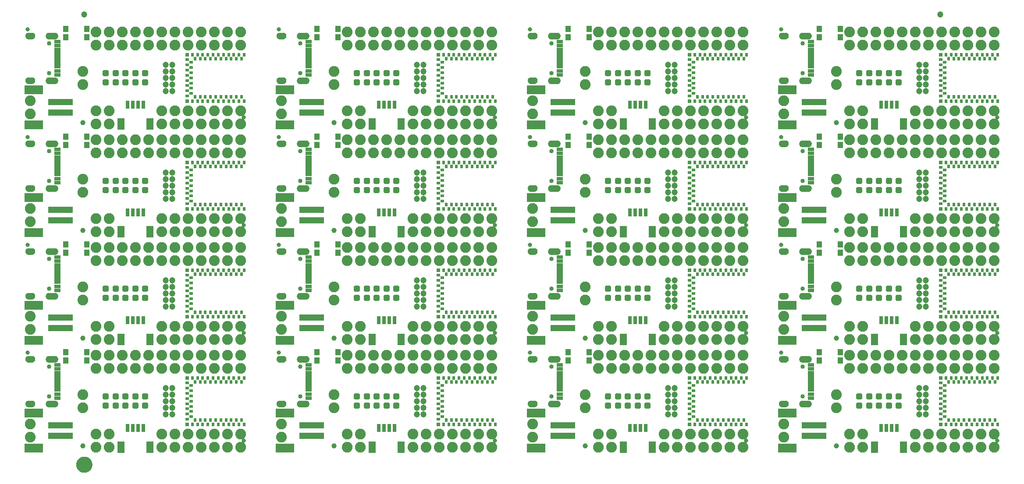
<source format=gts>
G75*
%MOIN*%
%OFA0B0*%
%FSLAX25Y25*%
%IPPOS*%
%LPD*%
%AMOC8*
5,1,8,0,0,1.08239X$1,22.5*
%
%ADD10C,0.01990*%
%ADD11R,0.04343X0.04737*%
%ADD12R,0.05524X0.08674*%
%ADD13R,0.03162X0.06115*%
%ADD14C,0.08200*%
%ADD15R,0.18910X0.04737*%
%ADD16R,0.14186X0.07099*%
%ADD17C,0.03300*%
%ADD18R,0.02375X0.03162*%
%ADD19R,0.03162X0.03162*%
%ADD20R,0.03162X0.02375*%
%ADD21R,0.04800X0.01981*%
%ADD22R,0.04800X0.03162*%
%ADD23R,0.04800X0.02965*%
%ADD24C,0.03359*%
%ADD25C,0.00039*%
%ADD26C,0.04737*%
%ADD27C,0.03950*%
%ADD28C,0.05000*%
%ADD29C,0.06706*%
D10*
X0108877Y0092107D02*
X0111623Y0092107D01*
X0108877Y0092107D02*
X0108877Y0094853D01*
X0111623Y0094853D01*
X0111623Y0092107D01*
X0111623Y0093997D02*
X0108877Y0093997D01*
X0108877Y0099013D02*
X0111623Y0099013D01*
X0108877Y0099013D02*
X0108877Y0101759D01*
X0111623Y0101759D01*
X0111623Y0099013D01*
X0111623Y0100903D02*
X0108877Y0100903D01*
X0116377Y0099013D02*
X0119123Y0099013D01*
X0116377Y0099013D02*
X0116377Y0101759D01*
X0119123Y0101759D01*
X0119123Y0099013D01*
X0119123Y0100903D02*
X0116377Y0100903D01*
X0116377Y0092107D02*
X0119123Y0092107D01*
X0116377Y0092107D02*
X0116377Y0094853D01*
X0119123Y0094853D01*
X0119123Y0092107D01*
X0119123Y0093997D02*
X0116377Y0093997D01*
X0123877Y0092107D02*
X0126623Y0092107D01*
X0123877Y0092107D02*
X0123877Y0094853D01*
X0126623Y0094853D01*
X0126623Y0092107D01*
X0126623Y0093997D02*
X0123877Y0093997D01*
X0123877Y0099013D02*
X0126623Y0099013D01*
X0123877Y0099013D02*
X0123877Y0101759D01*
X0126623Y0101759D01*
X0126623Y0099013D01*
X0126623Y0100903D02*
X0123877Y0100903D01*
X0131377Y0099013D02*
X0134123Y0099013D01*
X0131377Y0099013D02*
X0131377Y0101759D01*
X0134123Y0101759D01*
X0134123Y0099013D01*
X0134123Y0100903D02*
X0131377Y0100903D01*
X0131377Y0092107D02*
X0134123Y0092107D01*
X0131377Y0092107D02*
X0131377Y0094853D01*
X0134123Y0094853D01*
X0134123Y0092107D01*
X0134123Y0093997D02*
X0131377Y0093997D01*
X0138877Y0092107D02*
X0141623Y0092107D01*
X0138877Y0092107D02*
X0138877Y0094853D01*
X0141623Y0094853D01*
X0141623Y0092107D01*
X0141623Y0093997D02*
X0138877Y0093997D01*
X0138877Y0099013D02*
X0141623Y0099013D01*
X0138877Y0099013D02*
X0138877Y0101759D01*
X0141623Y0101759D01*
X0141623Y0099013D01*
X0141623Y0100903D02*
X0138877Y0100903D01*
X0299877Y0099013D02*
X0302623Y0099013D01*
X0299877Y0099013D02*
X0299877Y0101759D01*
X0302623Y0101759D01*
X0302623Y0099013D01*
X0302623Y0100903D02*
X0299877Y0100903D01*
X0299877Y0092107D02*
X0302623Y0092107D01*
X0299877Y0092107D02*
X0299877Y0094853D01*
X0302623Y0094853D01*
X0302623Y0092107D01*
X0302623Y0093997D02*
X0299877Y0093997D01*
X0307377Y0092107D02*
X0310123Y0092107D01*
X0307377Y0092107D02*
X0307377Y0094853D01*
X0310123Y0094853D01*
X0310123Y0092107D01*
X0310123Y0093997D02*
X0307377Y0093997D01*
X0307377Y0099013D02*
X0310123Y0099013D01*
X0307377Y0099013D02*
X0307377Y0101759D01*
X0310123Y0101759D01*
X0310123Y0099013D01*
X0310123Y0100903D02*
X0307377Y0100903D01*
X0314877Y0099013D02*
X0317623Y0099013D01*
X0314877Y0099013D02*
X0314877Y0101759D01*
X0317623Y0101759D01*
X0317623Y0099013D01*
X0317623Y0100903D02*
X0314877Y0100903D01*
X0314877Y0092107D02*
X0317623Y0092107D01*
X0314877Y0092107D02*
X0314877Y0094853D01*
X0317623Y0094853D01*
X0317623Y0092107D01*
X0317623Y0093997D02*
X0314877Y0093997D01*
X0322377Y0092107D02*
X0325123Y0092107D01*
X0322377Y0092107D02*
X0322377Y0094853D01*
X0325123Y0094853D01*
X0325123Y0092107D01*
X0325123Y0093997D02*
X0322377Y0093997D01*
X0322377Y0099013D02*
X0325123Y0099013D01*
X0322377Y0099013D02*
X0322377Y0101759D01*
X0325123Y0101759D01*
X0325123Y0099013D01*
X0325123Y0100903D02*
X0322377Y0100903D01*
X0329877Y0099013D02*
X0332623Y0099013D01*
X0329877Y0099013D02*
X0329877Y0101759D01*
X0332623Y0101759D01*
X0332623Y0099013D01*
X0332623Y0100903D02*
X0329877Y0100903D01*
X0329877Y0092107D02*
X0332623Y0092107D01*
X0329877Y0092107D02*
X0329877Y0094853D01*
X0332623Y0094853D01*
X0332623Y0092107D01*
X0332623Y0093997D02*
X0329877Y0093997D01*
X0490877Y0092107D02*
X0493623Y0092107D01*
X0490877Y0092107D02*
X0490877Y0094853D01*
X0493623Y0094853D01*
X0493623Y0092107D01*
X0493623Y0093997D02*
X0490877Y0093997D01*
X0490877Y0099013D02*
X0493623Y0099013D01*
X0490877Y0099013D02*
X0490877Y0101759D01*
X0493623Y0101759D01*
X0493623Y0099013D01*
X0493623Y0100903D02*
X0490877Y0100903D01*
X0498377Y0099013D02*
X0501123Y0099013D01*
X0498377Y0099013D02*
X0498377Y0101759D01*
X0501123Y0101759D01*
X0501123Y0099013D01*
X0501123Y0100903D02*
X0498377Y0100903D01*
X0498377Y0092107D02*
X0501123Y0092107D01*
X0498377Y0092107D02*
X0498377Y0094853D01*
X0501123Y0094853D01*
X0501123Y0092107D01*
X0501123Y0093997D02*
X0498377Y0093997D01*
X0505877Y0092107D02*
X0508623Y0092107D01*
X0505877Y0092107D02*
X0505877Y0094853D01*
X0508623Y0094853D01*
X0508623Y0092107D01*
X0508623Y0093997D02*
X0505877Y0093997D01*
X0505877Y0099013D02*
X0508623Y0099013D01*
X0505877Y0099013D02*
X0505877Y0101759D01*
X0508623Y0101759D01*
X0508623Y0099013D01*
X0508623Y0100903D02*
X0505877Y0100903D01*
X0513377Y0099013D02*
X0516123Y0099013D01*
X0513377Y0099013D02*
X0513377Y0101759D01*
X0516123Y0101759D01*
X0516123Y0099013D01*
X0516123Y0100903D02*
X0513377Y0100903D01*
X0513377Y0092107D02*
X0516123Y0092107D01*
X0513377Y0092107D02*
X0513377Y0094853D01*
X0516123Y0094853D01*
X0516123Y0092107D01*
X0516123Y0093997D02*
X0513377Y0093997D01*
X0520877Y0092107D02*
X0523623Y0092107D01*
X0520877Y0092107D02*
X0520877Y0094853D01*
X0523623Y0094853D01*
X0523623Y0092107D01*
X0523623Y0093997D02*
X0520877Y0093997D01*
X0520877Y0099013D02*
X0523623Y0099013D01*
X0520877Y0099013D02*
X0520877Y0101759D01*
X0523623Y0101759D01*
X0523623Y0099013D01*
X0523623Y0100903D02*
X0520877Y0100903D01*
X0681877Y0099013D02*
X0684623Y0099013D01*
X0681877Y0099013D02*
X0681877Y0101759D01*
X0684623Y0101759D01*
X0684623Y0099013D01*
X0684623Y0100903D02*
X0681877Y0100903D01*
X0681877Y0092107D02*
X0684623Y0092107D01*
X0681877Y0092107D02*
X0681877Y0094853D01*
X0684623Y0094853D01*
X0684623Y0092107D01*
X0684623Y0093997D02*
X0681877Y0093997D01*
X0689377Y0092107D02*
X0692123Y0092107D01*
X0689377Y0092107D02*
X0689377Y0094853D01*
X0692123Y0094853D01*
X0692123Y0092107D01*
X0692123Y0093997D02*
X0689377Y0093997D01*
X0689377Y0099013D02*
X0692123Y0099013D01*
X0689377Y0099013D02*
X0689377Y0101759D01*
X0692123Y0101759D01*
X0692123Y0099013D01*
X0692123Y0100903D02*
X0689377Y0100903D01*
X0696877Y0099013D02*
X0699623Y0099013D01*
X0696877Y0099013D02*
X0696877Y0101759D01*
X0699623Y0101759D01*
X0699623Y0099013D01*
X0699623Y0100903D02*
X0696877Y0100903D01*
X0696877Y0092107D02*
X0699623Y0092107D01*
X0696877Y0092107D02*
X0696877Y0094853D01*
X0699623Y0094853D01*
X0699623Y0092107D01*
X0699623Y0093997D02*
X0696877Y0093997D01*
X0704377Y0092107D02*
X0707123Y0092107D01*
X0704377Y0092107D02*
X0704377Y0094853D01*
X0707123Y0094853D01*
X0707123Y0092107D01*
X0707123Y0093997D02*
X0704377Y0093997D01*
X0704377Y0099013D02*
X0707123Y0099013D01*
X0704377Y0099013D02*
X0704377Y0101759D01*
X0707123Y0101759D01*
X0707123Y0099013D01*
X0707123Y0100903D02*
X0704377Y0100903D01*
X0711877Y0099013D02*
X0714623Y0099013D01*
X0711877Y0099013D02*
X0711877Y0101759D01*
X0714623Y0101759D01*
X0714623Y0099013D01*
X0714623Y0100903D02*
X0711877Y0100903D01*
X0711877Y0092107D02*
X0714623Y0092107D01*
X0711877Y0092107D02*
X0711877Y0094853D01*
X0714623Y0094853D01*
X0714623Y0092107D01*
X0714623Y0093997D02*
X0711877Y0093997D01*
X0711877Y0174107D02*
X0714623Y0174107D01*
X0711877Y0174107D02*
X0711877Y0176853D01*
X0714623Y0176853D01*
X0714623Y0174107D01*
X0714623Y0175997D02*
X0711877Y0175997D01*
X0707123Y0174107D02*
X0704377Y0174107D01*
X0704377Y0176853D01*
X0707123Y0176853D01*
X0707123Y0174107D01*
X0707123Y0175997D02*
X0704377Y0175997D01*
X0699623Y0174107D02*
X0696877Y0174107D01*
X0696877Y0176853D01*
X0699623Y0176853D01*
X0699623Y0174107D01*
X0699623Y0175997D02*
X0696877Y0175997D01*
X0692123Y0174107D02*
X0689377Y0174107D01*
X0689377Y0176853D01*
X0692123Y0176853D01*
X0692123Y0174107D01*
X0692123Y0175997D02*
X0689377Y0175997D01*
X0684623Y0174107D02*
X0681877Y0174107D01*
X0681877Y0176853D01*
X0684623Y0176853D01*
X0684623Y0174107D01*
X0684623Y0175997D02*
X0681877Y0175997D01*
X0681877Y0181013D02*
X0684623Y0181013D01*
X0681877Y0181013D02*
X0681877Y0183759D01*
X0684623Y0183759D01*
X0684623Y0181013D01*
X0684623Y0182903D02*
X0681877Y0182903D01*
X0689377Y0181013D02*
X0692123Y0181013D01*
X0689377Y0181013D02*
X0689377Y0183759D01*
X0692123Y0183759D01*
X0692123Y0181013D01*
X0692123Y0182903D02*
X0689377Y0182903D01*
X0696877Y0181013D02*
X0699623Y0181013D01*
X0696877Y0181013D02*
X0696877Y0183759D01*
X0699623Y0183759D01*
X0699623Y0181013D01*
X0699623Y0182903D02*
X0696877Y0182903D01*
X0704377Y0181013D02*
X0707123Y0181013D01*
X0704377Y0181013D02*
X0704377Y0183759D01*
X0707123Y0183759D01*
X0707123Y0181013D01*
X0707123Y0182903D02*
X0704377Y0182903D01*
X0711877Y0181013D02*
X0714623Y0181013D01*
X0711877Y0181013D02*
X0711877Y0183759D01*
X0714623Y0183759D01*
X0714623Y0181013D01*
X0714623Y0182903D02*
X0711877Y0182903D01*
X0711877Y0256107D02*
X0714623Y0256107D01*
X0711877Y0256107D02*
X0711877Y0258853D01*
X0714623Y0258853D01*
X0714623Y0256107D01*
X0714623Y0257997D02*
X0711877Y0257997D01*
X0707123Y0256107D02*
X0704377Y0256107D01*
X0704377Y0258853D01*
X0707123Y0258853D01*
X0707123Y0256107D01*
X0707123Y0257997D02*
X0704377Y0257997D01*
X0699623Y0256107D02*
X0696877Y0256107D01*
X0696877Y0258853D01*
X0699623Y0258853D01*
X0699623Y0256107D01*
X0699623Y0257997D02*
X0696877Y0257997D01*
X0692123Y0256107D02*
X0689377Y0256107D01*
X0689377Y0258853D01*
X0692123Y0258853D01*
X0692123Y0256107D01*
X0692123Y0257997D02*
X0689377Y0257997D01*
X0684623Y0256107D02*
X0681877Y0256107D01*
X0681877Y0258853D01*
X0684623Y0258853D01*
X0684623Y0256107D01*
X0684623Y0257997D02*
X0681877Y0257997D01*
X0681877Y0263013D02*
X0684623Y0263013D01*
X0681877Y0263013D02*
X0681877Y0265759D01*
X0684623Y0265759D01*
X0684623Y0263013D01*
X0684623Y0264903D02*
X0681877Y0264903D01*
X0689377Y0263013D02*
X0692123Y0263013D01*
X0689377Y0263013D02*
X0689377Y0265759D01*
X0692123Y0265759D01*
X0692123Y0263013D01*
X0692123Y0264903D02*
X0689377Y0264903D01*
X0696877Y0263013D02*
X0699623Y0263013D01*
X0696877Y0263013D02*
X0696877Y0265759D01*
X0699623Y0265759D01*
X0699623Y0263013D01*
X0699623Y0264903D02*
X0696877Y0264903D01*
X0704377Y0263013D02*
X0707123Y0263013D01*
X0704377Y0263013D02*
X0704377Y0265759D01*
X0707123Y0265759D01*
X0707123Y0263013D01*
X0707123Y0264903D02*
X0704377Y0264903D01*
X0711877Y0263013D02*
X0714623Y0263013D01*
X0711877Y0263013D02*
X0711877Y0265759D01*
X0714623Y0265759D01*
X0714623Y0263013D01*
X0714623Y0264903D02*
X0711877Y0264903D01*
X0711877Y0338107D02*
X0714623Y0338107D01*
X0711877Y0338107D02*
X0711877Y0340853D01*
X0714623Y0340853D01*
X0714623Y0338107D01*
X0714623Y0339997D02*
X0711877Y0339997D01*
X0707123Y0338107D02*
X0704377Y0338107D01*
X0704377Y0340853D01*
X0707123Y0340853D01*
X0707123Y0338107D01*
X0707123Y0339997D02*
X0704377Y0339997D01*
X0699623Y0338107D02*
X0696877Y0338107D01*
X0696877Y0340853D01*
X0699623Y0340853D01*
X0699623Y0338107D01*
X0699623Y0339997D02*
X0696877Y0339997D01*
X0692123Y0338107D02*
X0689377Y0338107D01*
X0689377Y0340853D01*
X0692123Y0340853D01*
X0692123Y0338107D01*
X0692123Y0339997D02*
X0689377Y0339997D01*
X0684623Y0338107D02*
X0681877Y0338107D01*
X0681877Y0340853D01*
X0684623Y0340853D01*
X0684623Y0338107D01*
X0684623Y0339997D02*
X0681877Y0339997D01*
X0681877Y0345013D02*
X0684623Y0345013D01*
X0681877Y0345013D02*
X0681877Y0347759D01*
X0684623Y0347759D01*
X0684623Y0345013D01*
X0684623Y0346903D02*
X0681877Y0346903D01*
X0689377Y0345013D02*
X0692123Y0345013D01*
X0689377Y0345013D02*
X0689377Y0347759D01*
X0692123Y0347759D01*
X0692123Y0345013D01*
X0692123Y0346903D02*
X0689377Y0346903D01*
X0696877Y0345013D02*
X0699623Y0345013D01*
X0696877Y0345013D02*
X0696877Y0347759D01*
X0699623Y0347759D01*
X0699623Y0345013D01*
X0699623Y0346903D02*
X0696877Y0346903D01*
X0704377Y0345013D02*
X0707123Y0345013D01*
X0704377Y0345013D02*
X0704377Y0347759D01*
X0707123Y0347759D01*
X0707123Y0345013D01*
X0707123Y0346903D02*
X0704377Y0346903D01*
X0711877Y0345013D02*
X0714623Y0345013D01*
X0711877Y0345013D02*
X0711877Y0347759D01*
X0714623Y0347759D01*
X0714623Y0345013D01*
X0714623Y0346903D02*
X0711877Y0346903D01*
X0523623Y0345013D02*
X0520877Y0345013D01*
X0520877Y0347759D01*
X0523623Y0347759D01*
X0523623Y0345013D01*
X0523623Y0346903D02*
X0520877Y0346903D01*
X0516123Y0345013D02*
X0513377Y0345013D01*
X0513377Y0347759D01*
X0516123Y0347759D01*
X0516123Y0345013D01*
X0516123Y0346903D02*
X0513377Y0346903D01*
X0508623Y0345013D02*
X0505877Y0345013D01*
X0505877Y0347759D01*
X0508623Y0347759D01*
X0508623Y0345013D01*
X0508623Y0346903D02*
X0505877Y0346903D01*
X0501123Y0345013D02*
X0498377Y0345013D01*
X0498377Y0347759D01*
X0501123Y0347759D01*
X0501123Y0345013D01*
X0501123Y0346903D02*
X0498377Y0346903D01*
X0493623Y0345013D02*
X0490877Y0345013D01*
X0490877Y0347759D01*
X0493623Y0347759D01*
X0493623Y0345013D01*
X0493623Y0346903D02*
X0490877Y0346903D01*
X0490877Y0338107D02*
X0493623Y0338107D01*
X0490877Y0338107D02*
X0490877Y0340853D01*
X0493623Y0340853D01*
X0493623Y0338107D01*
X0493623Y0339997D02*
X0490877Y0339997D01*
X0498377Y0338107D02*
X0501123Y0338107D01*
X0498377Y0338107D02*
X0498377Y0340853D01*
X0501123Y0340853D01*
X0501123Y0338107D01*
X0501123Y0339997D02*
X0498377Y0339997D01*
X0505877Y0338107D02*
X0508623Y0338107D01*
X0505877Y0338107D02*
X0505877Y0340853D01*
X0508623Y0340853D01*
X0508623Y0338107D01*
X0508623Y0339997D02*
X0505877Y0339997D01*
X0513377Y0338107D02*
X0516123Y0338107D01*
X0513377Y0338107D02*
X0513377Y0340853D01*
X0516123Y0340853D01*
X0516123Y0338107D01*
X0516123Y0339997D02*
X0513377Y0339997D01*
X0520877Y0338107D02*
X0523623Y0338107D01*
X0520877Y0338107D02*
X0520877Y0340853D01*
X0523623Y0340853D01*
X0523623Y0338107D01*
X0523623Y0339997D02*
X0520877Y0339997D01*
X0520877Y0263013D02*
X0523623Y0263013D01*
X0520877Y0263013D02*
X0520877Y0265759D01*
X0523623Y0265759D01*
X0523623Y0263013D01*
X0523623Y0264903D02*
X0520877Y0264903D01*
X0516123Y0263013D02*
X0513377Y0263013D01*
X0513377Y0265759D01*
X0516123Y0265759D01*
X0516123Y0263013D01*
X0516123Y0264903D02*
X0513377Y0264903D01*
X0508623Y0263013D02*
X0505877Y0263013D01*
X0505877Y0265759D01*
X0508623Y0265759D01*
X0508623Y0263013D01*
X0508623Y0264903D02*
X0505877Y0264903D01*
X0501123Y0263013D02*
X0498377Y0263013D01*
X0498377Y0265759D01*
X0501123Y0265759D01*
X0501123Y0263013D01*
X0501123Y0264903D02*
X0498377Y0264903D01*
X0493623Y0263013D02*
X0490877Y0263013D01*
X0490877Y0265759D01*
X0493623Y0265759D01*
X0493623Y0263013D01*
X0493623Y0264903D02*
X0490877Y0264903D01*
X0490877Y0256107D02*
X0493623Y0256107D01*
X0490877Y0256107D02*
X0490877Y0258853D01*
X0493623Y0258853D01*
X0493623Y0256107D01*
X0493623Y0257997D02*
X0490877Y0257997D01*
X0498377Y0256107D02*
X0501123Y0256107D01*
X0498377Y0256107D02*
X0498377Y0258853D01*
X0501123Y0258853D01*
X0501123Y0256107D01*
X0501123Y0257997D02*
X0498377Y0257997D01*
X0505877Y0256107D02*
X0508623Y0256107D01*
X0505877Y0256107D02*
X0505877Y0258853D01*
X0508623Y0258853D01*
X0508623Y0256107D01*
X0508623Y0257997D02*
X0505877Y0257997D01*
X0513377Y0256107D02*
X0516123Y0256107D01*
X0513377Y0256107D02*
X0513377Y0258853D01*
X0516123Y0258853D01*
X0516123Y0256107D01*
X0516123Y0257997D02*
X0513377Y0257997D01*
X0520877Y0256107D02*
X0523623Y0256107D01*
X0520877Y0256107D02*
X0520877Y0258853D01*
X0523623Y0258853D01*
X0523623Y0256107D01*
X0523623Y0257997D02*
X0520877Y0257997D01*
X0520877Y0181013D02*
X0523623Y0181013D01*
X0520877Y0181013D02*
X0520877Y0183759D01*
X0523623Y0183759D01*
X0523623Y0181013D01*
X0523623Y0182903D02*
X0520877Y0182903D01*
X0516123Y0181013D02*
X0513377Y0181013D01*
X0513377Y0183759D01*
X0516123Y0183759D01*
X0516123Y0181013D01*
X0516123Y0182903D02*
X0513377Y0182903D01*
X0508623Y0181013D02*
X0505877Y0181013D01*
X0505877Y0183759D01*
X0508623Y0183759D01*
X0508623Y0181013D01*
X0508623Y0182903D02*
X0505877Y0182903D01*
X0501123Y0181013D02*
X0498377Y0181013D01*
X0498377Y0183759D01*
X0501123Y0183759D01*
X0501123Y0181013D01*
X0501123Y0182903D02*
X0498377Y0182903D01*
X0493623Y0181013D02*
X0490877Y0181013D01*
X0490877Y0183759D01*
X0493623Y0183759D01*
X0493623Y0181013D01*
X0493623Y0182903D02*
X0490877Y0182903D01*
X0490877Y0174107D02*
X0493623Y0174107D01*
X0490877Y0174107D02*
X0490877Y0176853D01*
X0493623Y0176853D01*
X0493623Y0174107D01*
X0493623Y0175997D02*
X0490877Y0175997D01*
X0498377Y0174107D02*
X0501123Y0174107D01*
X0498377Y0174107D02*
X0498377Y0176853D01*
X0501123Y0176853D01*
X0501123Y0174107D01*
X0501123Y0175997D02*
X0498377Y0175997D01*
X0505877Y0174107D02*
X0508623Y0174107D01*
X0505877Y0174107D02*
X0505877Y0176853D01*
X0508623Y0176853D01*
X0508623Y0174107D01*
X0508623Y0175997D02*
X0505877Y0175997D01*
X0513377Y0174107D02*
X0516123Y0174107D01*
X0513377Y0174107D02*
X0513377Y0176853D01*
X0516123Y0176853D01*
X0516123Y0174107D01*
X0516123Y0175997D02*
X0513377Y0175997D01*
X0520877Y0174107D02*
X0523623Y0174107D01*
X0520877Y0174107D02*
X0520877Y0176853D01*
X0523623Y0176853D01*
X0523623Y0174107D01*
X0523623Y0175997D02*
X0520877Y0175997D01*
X0332623Y0174107D02*
X0329877Y0174107D01*
X0329877Y0176853D01*
X0332623Y0176853D01*
X0332623Y0174107D01*
X0332623Y0175997D02*
X0329877Y0175997D01*
X0325123Y0174107D02*
X0322377Y0174107D01*
X0322377Y0176853D01*
X0325123Y0176853D01*
X0325123Y0174107D01*
X0325123Y0175997D02*
X0322377Y0175997D01*
X0317623Y0174107D02*
X0314877Y0174107D01*
X0314877Y0176853D01*
X0317623Y0176853D01*
X0317623Y0174107D01*
X0317623Y0175997D02*
X0314877Y0175997D01*
X0310123Y0174107D02*
X0307377Y0174107D01*
X0307377Y0176853D01*
X0310123Y0176853D01*
X0310123Y0174107D01*
X0310123Y0175997D02*
X0307377Y0175997D01*
X0302623Y0174107D02*
X0299877Y0174107D01*
X0299877Y0176853D01*
X0302623Y0176853D01*
X0302623Y0174107D01*
X0302623Y0175997D02*
X0299877Y0175997D01*
X0299877Y0181013D02*
X0302623Y0181013D01*
X0299877Y0181013D02*
X0299877Y0183759D01*
X0302623Y0183759D01*
X0302623Y0181013D01*
X0302623Y0182903D02*
X0299877Y0182903D01*
X0307377Y0181013D02*
X0310123Y0181013D01*
X0307377Y0181013D02*
X0307377Y0183759D01*
X0310123Y0183759D01*
X0310123Y0181013D01*
X0310123Y0182903D02*
X0307377Y0182903D01*
X0314877Y0181013D02*
X0317623Y0181013D01*
X0314877Y0181013D02*
X0314877Y0183759D01*
X0317623Y0183759D01*
X0317623Y0181013D01*
X0317623Y0182903D02*
X0314877Y0182903D01*
X0322377Y0181013D02*
X0325123Y0181013D01*
X0322377Y0181013D02*
X0322377Y0183759D01*
X0325123Y0183759D01*
X0325123Y0181013D01*
X0325123Y0182903D02*
X0322377Y0182903D01*
X0329877Y0181013D02*
X0332623Y0181013D01*
X0329877Y0181013D02*
X0329877Y0183759D01*
X0332623Y0183759D01*
X0332623Y0181013D01*
X0332623Y0182903D02*
X0329877Y0182903D01*
X0329877Y0256107D02*
X0332623Y0256107D01*
X0329877Y0256107D02*
X0329877Y0258853D01*
X0332623Y0258853D01*
X0332623Y0256107D01*
X0332623Y0257997D02*
X0329877Y0257997D01*
X0325123Y0256107D02*
X0322377Y0256107D01*
X0322377Y0258853D01*
X0325123Y0258853D01*
X0325123Y0256107D01*
X0325123Y0257997D02*
X0322377Y0257997D01*
X0317623Y0256107D02*
X0314877Y0256107D01*
X0314877Y0258853D01*
X0317623Y0258853D01*
X0317623Y0256107D01*
X0317623Y0257997D02*
X0314877Y0257997D01*
X0310123Y0256107D02*
X0307377Y0256107D01*
X0307377Y0258853D01*
X0310123Y0258853D01*
X0310123Y0256107D01*
X0310123Y0257997D02*
X0307377Y0257997D01*
X0302623Y0256107D02*
X0299877Y0256107D01*
X0299877Y0258853D01*
X0302623Y0258853D01*
X0302623Y0256107D01*
X0302623Y0257997D02*
X0299877Y0257997D01*
X0299877Y0263013D02*
X0302623Y0263013D01*
X0299877Y0263013D02*
X0299877Y0265759D01*
X0302623Y0265759D01*
X0302623Y0263013D01*
X0302623Y0264903D02*
X0299877Y0264903D01*
X0307377Y0263013D02*
X0310123Y0263013D01*
X0307377Y0263013D02*
X0307377Y0265759D01*
X0310123Y0265759D01*
X0310123Y0263013D01*
X0310123Y0264903D02*
X0307377Y0264903D01*
X0314877Y0263013D02*
X0317623Y0263013D01*
X0314877Y0263013D02*
X0314877Y0265759D01*
X0317623Y0265759D01*
X0317623Y0263013D01*
X0317623Y0264903D02*
X0314877Y0264903D01*
X0322377Y0263013D02*
X0325123Y0263013D01*
X0322377Y0263013D02*
X0322377Y0265759D01*
X0325123Y0265759D01*
X0325123Y0263013D01*
X0325123Y0264903D02*
X0322377Y0264903D01*
X0329877Y0263013D02*
X0332623Y0263013D01*
X0329877Y0263013D02*
X0329877Y0265759D01*
X0332623Y0265759D01*
X0332623Y0263013D01*
X0332623Y0264903D02*
X0329877Y0264903D01*
X0329877Y0338107D02*
X0332623Y0338107D01*
X0329877Y0338107D02*
X0329877Y0340853D01*
X0332623Y0340853D01*
X0332623Y0338107D01*
X0332623Y0339997D02*
X0329877Y0339997D01*
X0325123Y0338107D02*
X0322377Y0338107D01*
X0322377Y0340853D01*
X0325123Y0340853D01*
X0325123Y0338107D01*
X0325123Y0339997D02*
X0322377Y0339997D01*
X0317623Y0338107D02*
X0314877Y0338107D01*
X0314877Y0340853D01*
X0317623Y0340853D01*
X0317623Y0338107D01*
X0317623Y0339997D02*
X0314877Y0339997D01*
X0310123Y0338107D02*
X0307377Y0338107D01*
X0307377Y0340853D01*
X0310123Y0340853D01*
X0310123Y0338107D01*
X0310123Y0339997D02*
X0307377Y0339997D01*
X0302623Y0338107D02*
X0299877Y0338107D01*
X0299877Y0340853D01*
X0302623Y0340853D01*
X0302623Y0338107D01*
X0302623Y0339997D02*
X0299877Y0339997D01*
X0299877Y0345013D02*
X0302623Y0345013D01*
X0299877Y0345013D02*
X0299877Y0347759D01*
X0302623Y0347759D01*
X0302623Y0345013D01*
X0302623Y0346903D02*
X0299877Y0346903D01*
X0307377Y0345013D02*
X0310123Y0345013D01*
X0307377Y0345013D02*
X0307377Y0347759D01*
X0310123Y0347759D01*
X0310123Y0345013D01*
X0310123Y0346903D02*
X0307377Y0346903D01*
X0314877Y0345013D02*
X0317623Y0345013D01*
X0314877Y0345013D02*
X0314877Y0347759D01*
X0317623Y0347759D01*
X0317623Y0345013D01*
X0317623Y0346903D02*
X0314877Y0346903D01*
X0322377Y0345013D02*
X0325123Y0345013D01*
X0322377Y0345013D02*
X0322377Y0347759D01*
X0325123Y0347759D01*
X0325123Y0345013D01*
X0325123Y0346903D02*
X0322377Y0346903D01*
X0329877Y0345013D02*
X0332623Y0345013D01*
X0329877Y0345013D02*
X0329877Y0347759D01*
X0332623Y0347759D01*
X0332623Y0345013D01*
X0332623Y0346903D02*
X0329877Y0346903D01*
X0141623Y0345013D02*
X0138877Y0345013D01*
X0138877Y0347759D01*
X0141623Y0347759D01*
X0141623Y0345013D01*
X0141623Y0346903D02*
X0138877Y0346903D01*
X0134123Y0345013D02*
X0131377Y0345013D01*
X0131377Y0347759D01*
X0134123Y0347759D01*
X0134123Y0345013D01*
X0134123Y0346903D02*
X0131377Y0346903D01*
X0126623Y0345013D02*
X0123877Y0345013D01*
X0123877Y0347759D01*
X0126623Y0347759D01*
X0126623Y0345013D01*
X0126623Y0346903D02*
X0123877Y0346903D01*
X0119123Y0345013D02*
X0116377Y0345013D01*
X0116377Y0347759D01*
X0119123Y0347759D01*
X0119123Y0345013D01*
X0119123Y0346903D02*
X0116377Y0346903D01*
X0111623Y0345013D02*
X0108877Y0345013D01*
X0108877Y0347759D01*
X0111623Y0347759D01*
X0111623Y0345013D01*
X0111623Y0346903D02*
X0108877Y0346903D01*
X0108877Y0338107D02*
X0111623Y0338107D01*
X0108877Y0338107D02*
X0108877Y0340853D01*
X0111623Y0340853D01*
X0111623Y0338107D01*
X0111623Y0339997D02*
X0108877Y0339997D01*
X0116377Y0338107D02*
X0119123Y0338107D01*
X0116377Y0338107D02*
X0116377Y0340853D01*
X0119123Y0340853D01*
X0119123Y0338107D01*
X0119123Y0339997D02*
X0116377Y0339997D01*
X0123877Y0338107D02*
X0126623Y0338107D01*
X0123877Y0338107D02*
X0123877Y0340853D01*
X0126623Y0340853D01*
X0126623Y0338107D01*
X0126623Y0339997D02*
X0123877Y0339997D01*
X0131377Y0338107D02*
X0134123Y0338107D01*
X0131377Y0338107D02*
X0131377Y0340853D01*
X0134123Y0340853D01*
X0134123Y0338107D01*
X0134123Y0339997D02*
X0131377Y0339997D01*
X0138877Y0338107D02*
X0141623Y0338107D01*
X0138877Y0338107D02*
X0138877Y0340853D01*
X0141623Y0340853D01*
X0141623Y0338107D01*
X0141623Y0339997D02*
X0138877Y0339997D01*
X0138877Y0263013D02*
X0141623Y0263013D01*
X0138877Y0263013D02*
X0138877Y0265759D01*
X0141623Y0265759D01*
X0141623Y0263013D01*
X0141623Y0264903D02*
X0138877Y0264903D01*
X0134123Y0263013D02*
X0131377Y0263013D01*
X0131377Y0265759D01*
X0134123Y0265759D01*
X0134123Y0263013D01*
X0134123Y0264903D02*
X0131377Y0264903D01*
X0126623Y0263013D02*
X0123877Y0263013D01*
X0123877Y0265759D01*
X0126623Y0265759D01*
X0126623Y0263013D01*
X0126623Y0264903D02*
X0123877Y0264903D01*
X0119123Y0263013D02*
X0116377Y0263013D01*
X0116377Y0265759D01*
X0119123Y0265759D01*
X0119123Y0263013D01*
X0119123Y0264903D02*
X0116377Y0264903D01*
X0111623Y0263013D02*
X0108877Y0263013D01*
X0108877Y0265759D01*
X0111623Y0265759D01*
X0111623Y0263013D01*
X0111623Y0264903D02*
X0108877Y0264903D01*
X0108877Y0256107D02*
X0111623Y0256107D01*
X0108877Y0256107D02*
X0108877Y0258853D01*
X0111623Y0258853D01*
X0111623Y0256107D01*
X0111623Y0257997D02*
X0108877Y0257997D01*
X0116377Y0256107D02*
X0119123Y0256107D01*
X0116377Y0256107D02*
X0116377Y0258853D01*
X0119123Y0258853D01*
X0119123Y0256107D01*
X0119123Y0257997D02*
X0116377Y0257997D01*
X0123877Y0256107D02*
X0126623Y0256107D01*
X0123877Y0256107D02*
X0123877Y0258853D01*
X0126623Y0258853D01*
X0126623Y0256107D01*
X0126623Y0257997D02*
X0123877Y0257997D01*
X0131377Y0256107D02*
X0134123Y0256107D01*
X0131377Y0256107D02*
X0131377Y0258853D01*
X0134123Y0258853D01*
X0134123Y0256107D01*
X0134123Y0257997D02*
X0131377Y0257997D01*
X0138877Y0256107D02*
X0141623Y0256107D01*
X0138877Y0256107D02*
X0138877Y0258853D01*
X0141623Y0258853D01*
X0141623Y0256107D01*
X0141623Y0257997D02*
X0138877Y0257997D01*
X0138877Y0181013D02*
X0141623Y0181013D01*
X0138877Y0181013D02*
X0138877Y0183759D01*
X0141623Y0183759D01*
X0141623Y0181013D01*
X0141623Y0182903D02*
X0138877Y0182903D01*
X0134123Y0181013D02*
X0131377Y0181013D01*
X0131377Y0183759D01*
X0134123Y0183759D01*
X0134123Y0181013D01*
X0134123Y0182903D02*
X0131377Y0182903D01*
X0126623Y0181013D02*
X0123877Y0181013D01*
X0123877Y0183759D01*
X0126623Y0183759D01*
X0126623Y0181013D01*
X0126623Y0182903D02*
X0123877Y0182903D01*
X0119123Y0181013D02*
X0116377Y0181013D01*
X0116377Y0183759D01*
X0119123Y0183759D01*
X0119123Y0181013D01*
X0119123Y0182903D02*
X0116377Y0182903D01*
X0111623Y0181013D02*
X0108877Y0181013D01*
X0108877Y0183759D01*
X0111623Y0183759D01*
X0111623Y0181013D01*
X0111623Y0182903D02*
X0108877Y0182903D01*
X0108877Y0174107D02*
X0111623Y0174107D01*
X0108877Y0174107D02*
X0108877Y0176853D01*
X0111623Y0176853D01*
X0111623Y0174107D01*
X0111623Y0175997D02*
X0108877Y0175997D01*
X0116377Y0174107D02*
X0119123Y0174107D01*
X0116377Y0174107D02*
X0116377Y0176853D01*
X0119123Y0176853D01*
X0119123Y0174107D01*
X0119123Y0175997D02*
X0116377Y0175997D01*
X0123877Y0174107D02*
X0126623Y0174107D01*
X0123877Y0174107D02*
X0123877Y0176853D01*
X0126623Y0176853D01*
X0126623Y0174107D01*
X0126623Y0175997D02*
X0123877Y0175997D01*
X0131377Y0174107D02*
X0134123Y0174107D01*
X0131377Y0174107D02*
X0131377Y0176853D01*
X0134123Y0176853D01*
X0134123Y0174107D01*
X0134123Y0175997D02*
X0131377Y0175997D01*
X0138877Y0174107D02*
X0141623Y0174107D01*
X0138877Y0174107D02*
X0138877Y0176853D01*
X0141623Y0176853D01*
X0141623Y0174107D01*
X0141623Y0175997D02*
X0138877Y0175997D01*
D11*
X0095821Y0209783D03*
X0095821Y0216083D03*
X0079679Y0216083D03*
X0079679Y0209783D03*
X0079679Y0134083D03*
X0079679Y0127783D03*
X0095821Y0127783D03*
X0095821Y0134083D03*
X0270679Y0134083D03*
X0270679Y0127783D03*
X0286821Y0127783D03*
X0286821Y0134083D03*
X0461679Y0134083D03*
X0461679Y0127783D03*
X0477821Y0127783D03*
X0477821Y0134083D03*
X0652679Y0134083D03*
X0652679Y0127783D03*
X0668821Y0127783D03*
X0668821Y0134083D03*
X0668821Y0209783D03*
X0668821Y0216083D03*
X0652679Y0216083D03*
X0652679Y0209783D03*
X0477821Y0209783D03*
X0477821Y0216083D03*
X0461679Y0216083D03*
X0461679Y0209783D03*
X0286821Y0209783D03*
X0286821Y0216083D03*
X0270679Y0216083D03*
X0270679Y0209783D03*
X0270679Y0291783D03*
X0270679Y0298083D03*
X0286821Y0298083D03*
X0286821Y0291783D03*
X0461679Y0291783D03*
X0461679Y0298083D03*
X0477821Y0298083D03*
X0477821Y0291783D03*
X0652679Y0291783D03*
X0652679Y0298083D03*
X0668821Y0298083D03*
X0668821Y0291783D03*
X0668821Y0373783D03*
X0668821Y0380083D03*
X0652679Y0380083D03*
X0652679Y0373783D03*
X0477821Y0373783D03*
X0477821Y0380083D03*
X0461679Y0380083D03*
X0461679Y0373783D03*
X0286821Y0373783D03*
X0286821Y0380083D03*
X0270679Y0380083D03*
X0270679Y0373783D03*
X0095821Y0373783D03*
X0095821Y0380083D03*
X0079679Y0380083D03*
X0079679Y0373783D03*
X0079679Y0298083D03*
X0079679Y0291783D03*
X0095821Y0291783D03*
X0095821Y0298083D03*
D12*
X0121726Y0307965D03*
X0143774Y0307965D03*
X0312726Y0307965D03*
X0334774Y0307965D03*
X0503726Y0307965D03*
X0525774Y0307965D03*
X0694726Y0307965D03*
X0716774Y0307965D03*
X0716774Y0225965D03*
X0694726Y0225965D03*
X0525774Y0225965D03*
X0503726Y0225965D03*
X0334774Y0225965D03*
X0312726Y0225965D03*
X0143774Y0225965D03*
X0121726Y0225965D03*
X0121726Y0143965D03*
X0143774Y0143965D03*
X0312726Y0143965D03*
X0334774Y0143965D03*
X0503726Y0143965D03*
X0525774Y0143965D03*
X0694726Y0143965D03*
X0716774Y0143965D03*
X0716774Y0061965D03*
X0694726Y0061965D03*
X0525774Y0061965D03*
X0503726Y0061965D03*
X0334774Y0061965D03*
X0312726Y0061965D03*
X0143774Y0061965D03*
X0121726Y0061965D03*
D13*
X0126844Y0076433D03*
X0130781Y0076433D03*
X0134719Y0076433D03*
X0138656Y0076433D03*
X0317844Y0076433D03*
X0321781Y0076433D03*
X0325719Y0076433D03*
X0329656Y0076433D03*
X0508844Y0076433D03*
X0512781Y0076433D03*
X0516719Y0076433D03*
X0520656Y0076433D03*
X0699844Y0076433D03*
X0703781Y0076433D03*
X0707719Y0076433D03*
X0711656Y0076433D03*
X0711656Y0158433D03*
X0707719Y0158433D03*
X0703781Y0158433D03*
X0699844Y0158433D03*
X0520656Y0158433D03*
X0516719Y0158433D03*
X0512781Y0158433D03*
X0508844Y0158433D03*
X0329656Y0158433D03*
X0325719Y0158433D03*
X0321781Y0158433D03*
X0317844Y0158433D03*
X0138656Y0158433D03*
X0134719Y0158433D03*
X0130781Y0158433D03*
X0126844Y0158433D03*
X0126844Y0240433D03*
X0130781Y0240433D03*
X0134719Y0240433D03*
X0138656Y0240433D03*
X0317844Y0240433D03*
X0321781Y0240433D03*
X0325719Y0240433D03*
X0329656Y0240433D03*
X0508844Y0240433D03*
X0512781Y0240433D03*
X0516719Y0240433D03*
X0520656Y0240433D03*
X0699844Y0240433D03*
X0703781Y0240433D03*
X0707719Y0240433D03*
X0711656Y0240433D03*
X0711656Y0322433D03*
X0707719Y0322433D03*
X0703781Y0322433D03*
X0699844Y0322433D03*
X0520656Y0322433D03*
X0516719Y0322433D03*
X0512781Y0322433D03*
X0508844Y0322433D03*
X0329656Y0322433D03*
X0325719Y0322433D03*
X0321781Y0322433D03*
X0317844Y0322433D03*
X0138656Y0322433D03*
X0134719Y0322433D03*
X0130781Y0322433D03*
X0126844Y0322433D03*
D14*
X0112750Y0317933D03*
X0102750Y0317933D03*
X0102750Y0307933D03*
X0112750Y0307933D03*
X0112750Y0295933D03*
X0102750Y0295933D03*
X0102750Y0285933D03*
X0112750Y0285933D03*
X0122750Y0285933D03*
X0132750Y0285933D03*
X0142750Y0285933D03*
X0152750Y0285933D03*
X0162750Y0285933D03*
X0172750Y0285933D03*
X0182750Y0285933D03*
X0192750Y0285933D03*
X0202750Y0285933D03*
X0212750Y0285933D03*
X0212750Y0295933D03*
X0202750Y0295933D03*
X0192750Y0295933D03*
X0182750Y0295933D03*
X0172750Y0295933D03*
X0162750Y0295933D03*
X0152750Y0295933D03*
X0142750Y0295933D03*
X0132750Y0295933D03*
X0122750Y0295933D03*
X0152750Y0307933D03*
X0162750Y0307933D03*
X0172750Y0307933D03*
X0182750Y0307933D03*
X0192750Y0307933D03*
X0202750Y0307933D03*
X0212750Y0307933D03*
X0212750Y0317933D03*
X0202750Y0317933D03*
X0192750Y0317933D03*
X0182750Y0317933D03*
X0172750Y0317933D03*
X0162750Y0317933D03*
X0152750Y0317933D03*
X0092750Y0337933D03*
X0092750Y0347933D03*
X0102750Y0367933D03*
X0112750Y0367933D03*
X0122750Y0367933D03*
X0132750Y0367933D03*
X0142750Y0367933D03*
X0152750Y0367933D03*
X0162750Y0367933D03*
X0172750Y0367933D03*
X0182750Y0367933D03*
X0192750Y0367933D03*
X0202750Y0367933D03*
X0212750Y0367933D03*
X0212750Y0377933D03*
X0202750Y0377933D03*
X0192750Y0377933D03*
X0182750Y0377933D03*
X0172750Y0377933D03*
X0162750Y0377933D03*
X0152750Y0377933D03*
X0142750Y0377933D03*
X0132750Y0377933D03*
X0122750Y0377933D03*
X0112750Y0377933D03*
X0102750Y0377933D03*
X0052750Y0325433D03*
X0052750Y0315433D03*
X0092750Y0265933D03*
X0092750Y0255933D03*
X0052750Y0243433D03*
X0052750Y0233433D03*
X0102750Y0235933D03*
X0112750Y0235933D03*
X0112750Y0225933D03*
X0102750Y0225933D03*
X0102750Y0213933D03*
X0112750Y0213933D03*
X0122750Y0213933D03*
X0132750Y0213933D03*
X0142750Y0213933D03*
X0152750Y0213933D03*
X0162750Y0213933D03*
X0172750Y0213933D03*
X0182750Y0213933D03*
X0192750Y0213933D03*
X0202750Y0213933D03*
X0212750Y0213933D03*
X0212750Y0203933D03*
X0202750Y0203933D03*
X0192750Y0203933D03*
X0182750Y0203933D03*
X0172750Y0203933D03*
X0162750Y0203933D03*
X0152750Y0203933D03*
X0142750Y0203933D03*
X0132750Y0203933D03*
X0122750Y0203933D03*
X0112750Y0203933D03*
X0102750Y0203933D03*
X0092750Y0183933D03*
X0092750Y0173933D03*
X0052750Y0161433D03*
X0052750Y0151433D03*
X0102750Y0153933D03*
X0112750Y0153933D03*
X0112750Y0143933D03*
X0102750Y0143933D03*
X0102750Y0131933D03*
X0102750Y0121933D03*
X0112750Y0121933D03*
X0122750Y0121933D03*
X0132750Y0121933D03*
X0142750Y0121933D03*
X0152750Y0121933D03*
X0162750Y0121933D03*
X0172750Y0121933D03*
X0182750Y0121933D03*
X0192750Y0121933D03*
X0202750Y0121933D03*
X0212750Y0121933D03*
X0212750Y0131933D03*
X0202750Y0131933D03*
X0192750Y0131933D03*
X0182750Y0131933D03*
X0172750Y0131933D03*
X0162750Y0131933D03*
X0152750Y0131933D03*
X0142750Y0131933D03*
X0132750Y0131933D03*
X0122750Y0131933D03*
X0112750Y0131933D03*
X0152750Y0143933D03*
X0162750Y0143933D03*
X0172750Y0143933D03*
X0182750Y0143933D03*
X0192750Y0143933D03*
X0202750Y0143933D03*
X0212750Y0143933D03*
X0212750Y0153933D03*
X0202750Y0153933D03*
X0192750Y0153933D03*
X0182750Y0153933D03*
X0172750Y0153933D03*
X0162750Y0153933D03*
X0152750Y0153933D03*
X0243750Y0151433D03*
X0243750Y0161433D03*
X0283750Y0173933D03*
X0283750Y0183933D03*
X0293750Y0203933D03*
X0303750Y0203933D03*
X0313750Y0203933D03*
X0323750Y0203933D03*
X0333750Y0203933D03*
X0343750Y0203933D03*
X0353750Y0203933D03*
X0363750Y0203933D03*
X0373750Y0203933D03*
X0383750Y0203933D03*
X0393750Y0203933D03*
X0403750Y0203933D03*
X0403750Y0213933D03*
X0393750Y0213933D03*
X0383750Y0213933D03*
X0373750Y0213933D03*
X0363750Y0213933D03*
X0353750Y0213933D03*
X0343750Y0213933D03*
X0333750Y0213933D03*
X0323750Y0213933D03*
X0313750Y0213933D03*
X0303750Y0213933D03*
X0293750Y0213933D03*
X0293750Y0225933D03*
X0303750Y0225933D03*
X0303750Y0235933D03*
X0293750Y0235933D03*
X0283750Y0255933D03*
X0283750Y0265933D03*
X0293750Y0285933D03*
X0303750Y0285933D03*
X0313750Y0285933D03*
X0323750Y0285933D03*
X0333750Y0285933D03*
X0343750Y0285933D03*
X0353750Y0285933D03*
X0363750Y0285933D03*
X0373750Y0285933D03*
X0383750Y0285933D03*
X0393750Y0285933D03*
X0403750Y0285933D03*
X0403750Y0295933D03*
X0393750Y0295933D03*
X0383750Y0295933D03*
X0373750Y0295933D03*
X0363750Y0295933D03*
X0353750Y0295933D03*
X0343750Y0295933D03*
X0333750Y0295933D03*
X0323750Y0295933D03*
X0313750Y0295933D03*
X0303750Y0295933D03*
X0293750Y0295933D03*
X0293750Y0307933D03*
X0303750Y0307933D03*
X0303750Y0317933D03*
X0293750Y0317933D03*
X0283750Y0337933D03*
X0283750Y0347933D03*
X0293750Y0367933D03*
X0303750Y0367933D03*
X0313750Y0367933D03*
X0323750Y0367933D03*
X0333750Y0367933D03*
X0343750Y0367933D03*
X0353750Y0367933D03*
X0363750Y0367933D03*
X0373750Y0367933D03*
X0383750Y0367933D03*
X0393750Y0367933D03*
X0403750Y0367933D03*
X0403750Y0377933D03*
X0393750Y0377933D03*
X0383750Y0377933D03*
X0373750Y0377933D03*
X0363750Y0377933D03*
X0353750Y0377933D03*
X0343750Y0377933D03*
X0333750Y0377933D03*
X0323750Y0377933D03*
X0313750Y0377933D03*
X0303750Y0377933D03*
X0293750Y0377933D03*
X0243750Y0325433D03*
X0243750Y0315433D03*
X0343750Y0317933D03*
X0353750Y0317933D03*
X0363750Y0317933D03*
X0373750Y0317933D03*
X0383750Y0317933D03*
X0393750Y0317933D03*
X0403750Y0317933D03*
X0403750Y0307933D03*
X0393750Y0307933D03*
X0383750Y0307933D03*
X0373750Y0307933D03*
X0363750Y0307933D03*
X0353750Y0307933D03*
X0343750Y0307933D03*
X0434750Y0315433D03*
X0434750Y0325433D03*
X0474750Y0337933D03*
X0474750Y0347933D03*
X0484750Y0367933D03*
X0494750Y0367933D03*
X0504750Y0367933D03*
X0514750Y0367933D03*
X0524750Y0367933D03*
X0534750Y0367933D03*
X0544750Y0367933D03*
X0554750Y0367933D03*
X0564750Y0367933D03*
X0574750Y0367933D03*
X0584750Y0367933D03*
X0594750Y0367933D03*
X0594750Y0377933D03*
X0584750Y0377933D03*
X0574750Y0377933D03*
X0564750Y0377933D03*
X0554750Y0377933D03*
X0544750Y0377933D03*
X0534750Y0377933D03*
X0524750Y0377933D03*
X0514750Y0377933D03*
X0504750Y0377933D03*
X0494750Y0377933D03*
X0484750Y0377933D03*
X0484750Y0317933D03*
X0494750Y0317933D03*
X0494750Y0307933D03*
X0484750Y0307933D03*
X0484750Y0295933D03*
X0494750Y0295933D03*
X0504750Y0295933D03*
X0514750Y0295933D03*
X0524750Y0295933D03*
X0534750Y0295933D03*
X0544750Y0295933D03*
X0554750Y0295933D03*
X0564750Y0295933D03*
X0574750Y0295933D03*
X0584750Y0295933D03*
X0594750Y0295933D03*
X0594750Y0285933D03*
X0584750Y0285933D03*
X0574750Y0285933D03*
X0564750Y0285933D03*
X0554750Y0285933D03*
X0544750Y0285933D03*
X0534750Y0285933D03*
X0524750Y0285933D03*
X0514750Y0285933D03*
X0504750Y0285933D03*
X0494750Y0285933D03*
X0484750Y0285933D03*
X0474750Y0265933D03*
X0474750Y0255933D03*
X0484750Y0235933D03*
X0494750Y0235933D03*
X0494750Y0225933D03*
X0484750Y0225933D03*
X0484750Y0213933D03*
X0494750Y0213933D03*
X0504750Y0213933D03*
X0514750Y0213933D03*
X0524750Y0213933D03*
X0534750Y0213933D03*
X0544750Y0213933D03*
X0554750Y0213933D03*
X0564750Y0213933D03*
X0574750Y0213933D03*
X0584750Y0213933D03*
X0594750Y0213933D03*
X0594750Y0203933D03*
X0584750Y0203933D03*
X0574750Y0203933D03*
X0564750Y0203933D03*
X0554750Y0203933D03*
X0544750Y0203933D03*
X0534750Y0203933D03*
X0524750Y0203933D03*
X0514750Y0203933D03*
X0504750Y0203933D03*
X0494750Y0203933D03*
X0484750Y0203933D03*
X0474750Y0183933D03*
X0474750Y0173933D03*
X0484750Y0153933D03*
X0494750Y0153933D03*
X0494750Y0143933D03*
X0484750Y0143933D03*
X0484750Y0131933D03*
X0484750Y0121933D03*
X0494750Y0121933D03*
X0504750Y0121933D03*
X0514750Y0121933D03*
X0524750Y0121933D03*
X0534750Y0121933D03*
X0544750Y0121933D03*
X0554750Y0121933D03*
X0564750Y0121933D03*
X0574750Y0121933D03*
X0584750Y0121933D03*
X0594750Y0121933D03*
X0594750Y0131933D03*
X0584750Y0131933D03*
X0574750Y0131933D03*
X0564750Y0131933D03*
X0554750Y0131933D03*
X0544750Y0131933D03*
X0534750Y0131933D03*
X0524750Y0131933D03*
X0514750Y0131933D03*
X0504750Y0131933D03*
X0494750Y0131933D03*
X0534750Y0143933D03*
X0544750Y0143933D03*
X0554750Y0143933D03*
X0564750Y0143933D03*
X0574750Y0143933D03*
X0584750Y0143933D03*
X0594750Y0143933D03*
X0594750Y0153933D03*
X0584750Y0153933D03*
X0574750Y0153933D03*
X0564750Y0153933D03*
X0554750Y0153933D03*
X0544750Y0153933D03*
X0534750Y0153933D03*
X0625750Y0151433D03*
X0625750Y0161433D03*
X0665750Y0173933D03*
X0665750Y0183933D03*
X0675750Y0203933D03*
X0685750Y0203933D03*
X0695750Y0203933D03*
X0705750Y0203933D03*
X0715750Y0203933D03*
X0725750Y0203933D03*
X0735750Y0203933D03*
X0745750Y0203933D03*
X0755750Y0203933D03*
X0765750Y0203933D03*
X0775750Y0203933D03*
X0785750Y0203933D03*
X0785750Y0213933D03*
X0775750Y0213933D03*
X0765750Y0213933D03*
X0755750Y0213933D03*
X0745750Y0213933D03*
X0735750Y0213933D03*
X0725750Y0213933D03*
X0715750Y0213933D03*
X0705750Y0213933D03*
X0695750Y0213933D03*
X0685750Y0213933D03*
X0675750Y0213933D03*
X0675750Y0225933D03*
X0685750Y0225933D03*
X0685750Y0235933D03*
X0675750Y0235933D03*
X0665750Y0255933D03*
X0665750Y0265933D03*
X0675750Y0285933D03*
X0685750Y0285933D03*
X0695750Y0285933D03*
X0705750Y0285933D03*
X0715750Y0285933D03*
X0725750Y0285933D03*
X0735750Y0285933D03*
X0745750Y0285933D03*
X0755750Y0285933D03*
X0765750Y0285933D03*
X0775750Y0285933D03*
X0785750Y0285933D03*
X0785750Y0295933D03*
X0775750Y0295933D03*
X0765750Y0295933D03*
X0755750Y0295933D03*
X0745750Y0295933D03*
X0735750Y0295933D03*
X0725750Y0295933D03*
X0715750Y0295933D03*
X0705750Y0295933D03*
X0695750Y0295933D03*
X0685750Y0295933D03*
X0675750Y0295933D03*
X0675750Y0307933D03*
X0685750Y0307933D03*
X0685750Y0317933D03*
X0675750Y0317933D03*
X0665750Y0337933D03*
X0665750Y0347933D03*
X0675750Y0367933D03*
X0685750Y0367933D03*
X0695750Y0367933D03*
X0705750Y0367933D03*
X0715750Y0367933D03*
X0725750Y0367933D03*
X0735750Y0367933D03*
X0745750Y0367933D03*
X0755750Y0367933D03*
X0765750Y0367933D03*
X0775750Y0367933D03*
X0785750Y0367933D03*
X0785750Y0377933D03*
X0775750Y0377933D03*
X0765750Y0377933D03*
X0755750Y0377933D03*
X0745750Y0377933D03*
X0735750Y0377933D03*
X0725750Y0377933D03*
X0715750Y0377933D03*
X0705750Y0377933D03*
X0695750Y0377933D03*
X0685750Y0377933D03*
X0675750Y0377933D03*
X0625750Y0325433D03*
X0625750Y0315433D03*
X0594750Y0317933D03*
X0584750Y0317933D03*
X0574750Y0317933D03*
X0564750Y0317933D03*
X0554750Y0317933D03*
X0544750Y0317933D03*
X0534750Y0317933D03*
X0534750Y0307933D03*
X0544750Y0307933D03*
X0554750Y0307933D03*
X0564750Y0307933D03*
X0574750Y0307933D03*
X0584750Y0307933D03*
X0594750Y0307933D03*
X0725750Y0307933D03*
X0735750Y0307933D03*
X0745750Y0307933D03*
X0755750Y0307933D03*
X0765750Y0307933D03*
X0775750Y0307933D03*
X0785750Y0307933D03*
X0785750Y0317933D03*
X0775750Y0317933D03*
X0765750Y0317933D03*
X0755750Y0317933D03*
X0745750Y0317933D03*
X0735750Y0317933D03*
X0725750Y0317933D03*
X0625750Y0243433D03*
X0625750Y0233433D03*
X0594750Y0235933D03*
X0584750Y0235933D03*
X0574750Y0235933D03*
X0564750Y0235933D03*
X0554750Y0235933D03*
X0544750Y0235933D03*
X0534750Y0235933D03*
X0534750Y0225933D03*
X0544750Y0225933D03*
X0554750Y0225933D03*
X0564750Y0225933D03*
X0574750Y0225933D03*
X0584750Y0225933D03*
X0594750Y0225933D03*
X0725750Y0225933D03*
X0735750Y0225933D03*
X0745750Y0225933D03*
X0755750Y0225933D03*
X0765750Y0225933D03*
X0775750Y0225933D03*
X0785750Y0225933D03*
X0785750Y0235933D03*
X0775750Y0235933D03*
X0765750Y0235933D03*
X0755750Y0235933D03*
X0745750Y0235933D03*
X0735750Y0235933D03*
X0725750Y0235933D03*
X0725750Y0153933D03*
X0735750Y0153933D03*
X0745750Y0153933D03*
X0755750Y0153933D03*
X0765750Y0153933D03*
X0775750Y0153933D03*
X0785750Y0153933D03*
X0785750Y0143933D03*
X0775750Y0143933D03*
X0765750Y0143933D03*
X0755750Y0143933D03*
X0745750Y0143933D03*
X0735750Y0143933D03*
X0725750Y0143933D03*
X0725750Y0131933D03*
X0725750Y0121933D03*
X0715750Y0121933D03*
X0705750Y0121933D03*
X0695750Y0121933D03*
X0685750Y0121933D03*
X0675750Y0121933D03*
X0675750Y0131933D03*
X0685750Y0131933D03*
X0695750Y0131933D03*
X0705750Y0131933D03*
X0715750Y0131933D03*
X0735750Y0131933D03*
X0735750Y0121933D03*
X0745750Y0121933D03*
X0755750Y0121933D03*
X0765750Y0121933D03*
X0775750Y0121933D03*
X0785750Y0121933D03*
X0785750Y0131933D03*
X0775750Y0131933D03*
X0765750Y0131933D03*
X0755750Y0131933D03*
X0745750Y0131933D03*
X0685750Y0143933D03*
X0675750Y0143933D03*
X0675750Y0153933D03*
X0685750Y0153933D03*
X0665750Y0101933D03*
X0665750Y0091933D03*
X0625750Y0079433D03*
X0625750Y0069433D03*
X0594750Y0071933D03*
X0584750Y0071933D03*
X0574750Y0071933D03*
X0564750Y0071933D03*
X0554750Y0071933D03*
X0544750Y0071933D03*
X0534750Y0071933D03*
X0534750Y0061933D03*
X0544750Y0061933D03*
X0554750Y0061933D03*
X0564750Y0061933D03*
X0574750Y0061933D03*
X0584750Y0061933D03*
X0594750Y0061933D03*
X0675750Y0061933D03*
X0685750Y0061933D03*
X0685750Y0071933D03*
X0675750Y0071933D03*
X0725750Y0071933D03*
X0735750Y0071933D03*
X0745750Y0071933D03*
X0755750Y0071933D03*
X0765750Y0071933D03*
X0775750Y0071933D03*
X0785750Y0071933D03*
X0785750Y0061933D03*
X0775750Y0061933D03*
X0765750Y0061933D03*
X0755750Y0061933D03*
X0745750Y0061933D03*
X0735750Y0061933D03*
X0725750Y0061933D03*
X0494750Y0061933D03*
X0484750Y0061933D03*
X0484750Y0071933D03*
X0494750Y0071933D03*
X0474750Y0091933D03*
X0474750Y0101933D03*
X0434750Y0079433D03*
X0434750Y0069433D03*
X0403750Y0071933D03*
X0393750Y0071933D03*
X0383750Y0071933D03*
X0373750Y0071933D03*
X0363750Y0071933D03*
X0353750Y0071933D03*
X0343750Y0071933D03*
X0343750Y0061933D03*
X0353750Y0061933D03*
X0363750Y0061933D03*
X0373750Y0061933D03*
X0383750Y0061933D03*
X0393750Y0061933D03*
X0403750Y0061933D03*
X0303750Y0061933D03*
X0293750Y0061933D03*
X0293750Y0071933D03*
X0303750Y0071933D03*
X0283750Y0091933D03*
X0283750Y0101933D03*
X0293750Y0121933D03*
X0303750Y0121933D03*
X0313750Y0121933D03*
X0323750Y0121933D03*
X0333750Y0121933D03*
X0343750Y0121933D03*
X0353750Y0121933D03*
X0363750Y0121933D03*
X0373750Y0121933D03*
X0383750Y0121933D03*
X0393750Y0121933D03*
X0403750Y0121933D03*
X0403750Y0131933D03*
X0393750Y0131933D03*
X0383750Y0131933D03*
X0373750Y0131933D03*
X0363750Y0131933D03*
X0353750Y0131933D03*
X0343750Y0131933D03*
X0333750Y0131933D03*
X0323750Y0131933D03*
X0313750Y0131933D03*
X0303750Y0131933D03*
X0293750Y0131933D03*
X0293750Y0143933D03*
X0303750Y0143933D03*
X0303750Y0153933D03*
X0293750Y0153933D03*
X0343750Y0153933D03*
X0353750Y0153933D03*
X0363750Y0153933D03*
X0373750Y0153933D03*
X0383750Y0153933D03*
X0393750Y0153933D03*
X0403750Y0153933D03*
X0403750Y0143933D03*
X0393750Y0143933D03*
X0383750Y0143933D03*
X0373750Y0143933D03*
X0363750Y0143933D03*
X0353750Y0143933D03*
X0343750Y0143933D03*
X0434750Y0151433D03*
X0434750Y0161433D03*
X0403750Y0225933D03*
X0393750Y0225933D03*
X0383750Y0225933D03*
X0373750Y0225933D03*
X0363750Y0225933D03*
X0353750Y0225933D03*
X0343750Y0225933D03*
X0343750Y0235933D03*
X0353750Y0235933D03*
X0363750Y0235933D03*
X0373750Y0235933D03*
X0383750Y0235933D03*
X0393750Y0235933D03*
X0403750Y0235933D03*
X0434750Y0233433D03*
X0434750Y0243433D03*
X0243750Y0243433D03*
X0243750Y0233433D03*
X0212750Y0235933D03*
X0202750Y0235933D03*
X0192750Y0235933D03*
X0182750Y0235933D03*
X0172750Y0235933D03*
X0162750Y0235933D03*
X0152750Y0235933D03*
X0152750Y0225933D03*
X0162750Y0225933D03*
X0172750Y0225933D03*
X0182750Y0225933D03*
X0192750Y0225933D03*
X0202750Y0225933D03*
X0212750Y0225933D03*
X0092750Y0101933D03*
X0092750Y0091933D03*
X0052750Y0079433D03*
X0052750Y0069433D03*
X0102750Y0071933D03*
X0112750Y0071933D03*
X0112750Y0061933D03*
X0102750Y0061933D03*
X0152750Y0061933D03*
X0162750Y0061933D03*
X0172750Y0061933D03*
X0182750Y0061933D03*
X0192750Y0061933D03*
X0202750Y0061933D03*
X0212750Y0061933D03*
X0212750Y0071933D03*
X0202750Y0071933D03*
X0192750Y0071933D03*
X0182750Y0071933D03*
X0172750Y0071933D03*
X0162750Y0071933D03*
X0152750Y0071933D03*
X0243750Y0069433D03*
X0243750Y0079433D03*
D15*
X0266917Y0078470D03*
X0266917Y0070596D03*
X0075917Y0070596D03*
X0075917Y0078470D03*
X0075917Y0152596D03*
X0075917Y0160470D03*
X0075917Y0234596D03*
X0075917Y0242470D03*
X0075917Y0316596D03*
X0075917Y0324470D03*
X0266917Y0324470D03*
X0266917Y0316596D03*
X0266917Y0242470D03*
X0266917Y0234596D03*
X0266917Y0160470D03*
X0266917Y0152596D03*
X0457917Y0152596D03*
X0457917Y0160470D03*
X0457917Y0234596D03*
X0457917Y0242470D03*
X0457917Y0316596D03*
X0457917Y0324470D03*
X0648917Y0324470D03*
X0648917Y0316596D03*
X0648917Y0242470D03*
X0648917Y0234596D03*
X0648917Y0160470D03*
X0648917Y0152596D03*
X0648917Y0078470D03*
X0648917Y0070596D03*
X0457917Y0070596D03*
X0457917Y0078470D03*
D16*
X0437444Y0087919D03*
X0437444Y0061147D03*
X0246444Y0061147D03*
X0246444Y0087919D03*
X0246444Y0143147D03*
X0246444Y0169919D03*
X0246444Y0225147D03*
X0246444Y0251919D03*
X0246444Y0307147D03*
X0246444Y0333919D03*
X0437444Y0333919D03*
X0437444Y0307147D03*
X0437444Y0251919D03*
X0437444Y0225147D03*
X0437444Y0169919D03*
X0437444Y0143147D03*
X0628444Y0143147D03*
X0628444Y0169919D03*
X0628444Y0225147D03*
X0628444Y0251919D03*
X0628444Y0307147D03*
X0628444Y0333919D03*
X0055444Y0333919D03*
X0055444Y0307147D03*
X0055444Y0251919D03*
X0055444Y0225147D03*
X0055444Y0169919D03*
X0055444Y0143147D03*
X0055444Y0087919D03*
X0055444Y0061147D03*
X0628444Y0061147D03*
X0628444Y0087919D03*
D17*
X0597250Y0066933D03*
X0623750Y0133933D03*
X0597250Y0148933D03*
X0623750Y0215933D03*
X0597250Y0230933D03*
X0623750Y0297933D03*
X0597250Y0312933D03*
X0623750Y0379933D03*
X0788250Y0312933D03*
X0788250Y0230933D03*
X0788250Y0148933D03*
X0788250Y0066933D03*
X0432750Y0133933D03*
X0406250Y0148933D03*
X0432750Y0215933D03*
X0406250Y0230933D03*
X0432750Y0297933D03*
X0406250Y0312933D03*
X0432750Y0379933D03*
X0241750Y0379933D03*
X0215250Y0312933D03*
X0241750Y0297933D03*
X0215250Y0230933D03*
X0241750Y0215933D03*
X0215250Y0148933D03*
X0241750Y0133933D03*
X0215250Y0066933D03*
X0050750Y0133933D03*
X0050750Y0215933D03*
X0050750Y0297933D03*
X0050750Y0379933D03*
X0406250Y0066933D03*
D18*
X0406467Y0079217D03*
X0404498Y0082366D03*
X0402530Y0079217D03*
X0400561Y0082366D03*
X0398593Y0079217D03*
X0396624Y0082366D03*
X0394656Y0079217D03*
X0392687Y0082366D03*
X0390719Y0079217D03*
X0388750Y0082366D03*
X0386781Y0079217D03*
X0384813Y0082366D03*
X0382844Y0079217D03*
X0380876Y0082366D03*
X0378907Y0079217D03*
X0376939Y0082366D03*
X0374970Y0079217D03*
X0373002Y0082366D03*
X0371033Y0079217D03*
X0369065Y0082366D03*
X0367096Y0079217D03*
X0369065Y0111500D03*
X0371033Y0114650D03*
X0373002Y0111500D03*
X0374970Y0114650D03*
X0376939Y0111500D03*
X0378907Y0114650D03*
X0380876Y0111500D03*
X0382844Y0114650D03*
X0384813Y0111500D03*
X0386781Y0114650D03*
X0388750Y0111500D03*
X0390719Y0114650D03*
X0392687Y0111500D03*
X0394656Y0114650D03*
X0396624Y0111500D03*
X0398593Y0114650D03*
X0400561Y0111500D03*
X0402530Y0114650D03*
X0404498Y0111500D03*
X0406467Y0114650D03*
X0367096Y0114650D03*
X0367096Y0161217D03*
X0369065Y0164366D03*
X0371033Y0161217D03*
X0373002Y0164366D03*
X0374970Y0161217D03*
X0376939Y0164366D03*
X0378907Y0161217D03*
X0380876Y0164366D03*
X0382844Y0161217D03*
X0384813Y0164366D03*
X0386781Y0161217D03*
X0388750Y0164366D03*
X0390719Y0161217D03*
X0392687Y0164366D03*
X0394656Y0161217D03*
X0396624Y0164366D03*
X0398593Y0161217D03*
X0400561Y0164366D03*
X0402530Y0161217D03*
X0404498Y0164366D03*
X0406467Y0161217D03*
X0404498Y0193500D03*
X0402530Y0196650D03*
X0400561Y0193500D03*
X0398593Y0196650D03*
X0396624Y0193500D03*
X0394656Y0196650D03*
X0392687Y0193500D03*
X0390719Y0196650D03*
X0388750Y0193500D03*
X0386781Y0196650D03*
X0384813Y0193500D03*
X0382844Y0196650D03*
X0380876Y0193500D03*
X0378907Y0196650D03*
X0376939Y0193500D03*
X0374970Y0196650D03*
X0373002Y0193500D03*
X0371033Y0196650D03*
X0369065Y0193500D03*
X0367096Y0196650D03*
X0406467Y0196650D03*
X0406467Y0243217D03*
X0404498Y0246366D03*
X0402530Y0243217D03*
X0400561Y0246366D03*
X0398593Y0243217D03*
X0396624Y0246366D03*
X0394656Y0243217D03*
X0392687Y0246366D03*
X0390719Y0243217D03*
X0388750Y0246366D03*
X0386781Y0243217D03*
X0384813Y0246366D03*
X0382844Y0243217D03*
X0380876Y0246366D03*
X0378907Y0243217D03*
X0376939Y0246366D03*
X0374970Y0243217D03*
X0373002Y0246366D03*
X0371033Y0243217D03*
X0369065Y0246366D03*
X0367096Y0243217D03*
X0369065Y0275500D03*
X0371033Y0278650D03*
X0373002Y0275500D03*
X0374970Y0278650D03*
X0376939Y0275500D03*
X0378907Y0278650D03*
X0380876Y0275500D03*
X0382844Y0278650D03*
X0384813Y0275500D03*
X0386781Y0278650D03*
X0388750Y0275500D03*
X0390719Y0278650D03*
X0392687Y0275500D03*
X0394656Y0278650D03*
X0396624Y0275500D03*
X0398593Y0278650D03*
X0400561Y0275500D03*
X0402530Y0278650D03*
X0404498Y0275500D03*
X0406467Y0278650D03*
X0367096Y0278650D03*
X0367096Y0325217D03*
X0369065Y0328366D03*
X0371033Y0325217D03*
X0373002Y0328366D03*
X0374970Y0325217D03*
X0376939Y0328366D03*
X0378907Y0325217D03*
X0380876Y0328366D03*
X0382844Y0325217D03*
X0384813Y0328366D03*
X0386781Y0325217D03*
X0388750Y0328366D03*
X0390719Y0325217D03*
X0392687Y0328366D03*
X0394656Y0325217D03*
X0396624Y0328366D03*
X0398593Y0325217D03*
X0400561Y0328366D03*
X0402530Y0325217D03*
X0404498Y0328366D03*
X0406467Y0325217D03*
X0404498Y0357500D03*
X0402530Y0360650D03*
X0400561Y0357500D03*
X0398593Y0360650D03*
X0396624Y0357500D03*
X0394656Y0360650D03*
X0392687Y0357500D03*
X0390719Y0360650D03*
X0388750Y0357500D03*
X0386781Y0360650D03*
X0384813Y0357500D03*
X0382844Y0360650D03*
X0380876Y0357500D03*
X0378907Y0360650D03*
X0376939Y0357500D03*
X0374970Y0360650D03*
X0373002Y0357500D03*
X0371033Y0360650D03*
X0369065Y0357500D03*
X0367096Y0360650D03*
X0406467Y0360650D03*
X0558096Y0360650D03*
X0560065Y0357500D03*
X0562033Y0360650D03*
X0564002Y0357500D03*
X0565970Y0360650D03*
X0567939Y0357500D03*
X0569907Y0360650D03*
X0571876Y0357500D03*
X0573844Y0360650D03*
X0575813Y0357500D03*
X0577781Y0360650D03*
X0579750Y0357500D03*
X0581719Y0360650D03*
X0583687Y0357500D03*
X0585656Y0360650D03*
X0587624Y0357500D03*
X0589593Y0360650D03*
X0591561Y0357500D03*
X0593530Y0360650D03*
X0595498Y0357500D03*
X0597467Y0360650D03*
X0595498Y0328366D03*
X0593530Y0325217D03*
X0591561Y0328366D03*
X0589593Y0325217D03*
X0587624Y0328366D03*
X0585656Y0325217D03*
X0583687Y0328366D03*
X0581719Y0325217D03*
X0579750Y0328366D03*
X0577781Y0325217D03*
X0575813Y0328366D03*
X0573844Y0325217D03*
X0571876Y0328366D03*
X0569907Y0325217D03*
X0567939Y0328366D03*
X0565970Y0325217D03*
X0564002Y0328366D03*
X0562033Y0325217D03*
X0560065Y0328366D03*
X0558096Y0325217D03*
X0597467Y0325217D03*
X0597467Y0278650D03*
X0595498Y0275500D03*
X0593530Y0278650D03*
X0591561Y0275500D03*
X0589593Y0278650D03*
X0587624Y0275500D03*
X0585656Y0278650D03*
X0583687Y0275500D03*
X0581719Y0278650D03*
X0579750Y0275500D03*
X0577781Y0278650D03*
X0575813Y0275500D03*
X0573844Y0278650D03*
X0571876Y0275500D03*
X0569907Y0278650D03*
X0567939Y0275500D03*
X0565970Y0278650D03*
X0564002Y0275500D03*
X0562033Y0278650D03*
X0560065Y0275500D03*
X0558096Y0278650D03*
X0560065Y0246366D03*
X0562033Y0243217D03*
X0564002Y0246366D03*
X0565970Y0243217D03*
X0567939Y0246366D03*
X0569907Y0243217D03*
X0571876Y0246366D03*
X0573844Y0243217D03*
X0575813Y0246366D03*
X0577781Y0243217D03*
X0579750Y0246366D03*
X0581719Y0243217D03*
X0583687Y0246366D03*
X0585656Y0243217D03*
X0587624Y0246366D03*
X0589593Y0243217D03*
X0591561Y0246366D03*
X0593530Y0243217D03*
X0595498Y0246366D03*
X0597467Y0243217D03*
X0558096Y0243217D03*
X0558096Y0196650D03*
X0560065Y0193500D03*
X0562033Y0196650D03*
X0564002Y0193500D03*
X0565970Y0196650D03*
X0567939Y0193500D03*
X0569907Y0196650D03*
X0571876Y0193500D03*
X0573844Y0196650D03*
X0575813Y0193500D03*
X0577781Y0196650D03*
X0579750Y0193500D03*
X0581719Y0196650D03*
X0583687Y0193500D03*
X0585656Y0196650D03*
X0587624Y0193500D03*
X0589593Y0196650D03*
X0591561Y0193500D03*
X0593530Y0196650D03*
X0595498Y0193500D03*
X0597467Y0196650D03*
X0595498Y0164366D03*
X0593530Y0161217D03*
X0591561Y0164366D03*
X0589593Y0161217D03*
X0587624Y0164366D03*
X0585656Y0161217D03*
X0583687Y0164366D03*
X0581719Y0161217D03*
X0579750Y0164366D03*
X0577781Y0161217D03*
X0575813Y0164366D03*
X0573844Y0161217D03*
X0571876Y0164366D03*
X0569907Y0161217D03*
X0567939Y0164366D03*
X0565970Y0161217D03*
X0564002Y0164366D03*
X0562033Y0161217D03*
X0560065Y0164366D03*
X0558096Y0161217D03*
X0597467Y0161217D03*
X0597467Y0114650D03*
X0595498Y0111500D03*
X0593530Y0114650D03*
X0591561Y0111500D03*
X0589593Y0114650D03*
X0587624Y0111500D03*
X0585656Y0114650D03*
X0583687Y0111500D03*
X0581719Y0114650D03*
X0579750Y0111500D03*
X0577781Y0114650D03*
X0575813Y0111500D03*
X0573844Y0114650D03*
X0571876Y0111500D03*
X0569907Y0114650D03*
X0567939Y0111500D03*
X0565970Y0114650D03*
X0564002Y0111500D03*
X0562033Y0114650D03*
X0560065Y0111500D03*
X0558096Y0114650D03*
X0560065Y0082366D03*
X0562033Y0079217D03*
X0564002Y0082366D03*
X0565970Y0079217D03*
X0567939Y0082366D03*
X0569907Y0079217D03*
X0571876Y0082366D03*
X0573844Y0079217D03*
X0575813Y0082366D03*
X0577781Y0079217D03*
X0579750Y0082366D03*
X0581719Y0079217D03*
X0583687Y0082366D03*
X0585656Y0079217D03*
X0587624Y0082366D03*
X0589593Y0079217D03*
X0591561Y0082366D03*
X0593530Y0079217D03*
X0595498Y0082366D03*
X0597467Y0079217D03*
X0558096Y0079217D03*
X0749096Y0079217D03*
X0751065Y0082366D03*
X0753033Y0079217D03*
X0755002Y0082366D03*
X0756970Y0079217D03*
X0758939Y0082366D03*
X0760907Y0079217D03*
X0762876Y0082366D03*
X0764844Y0079217D03*
X0766813Y0082366D03*
X0768781Y0079217D03*
X0770750Y0082366D03*
X0772719Y0079217D03*
X0774687Y0082366D03*
X0776656Y0079217D03*
X0778624Y0082366D03*
X0780593Y0079217D03*
X0782561Y0082366D03*
X0784530Y0079217D03*
X0786498Y0082366D03*
X0788467Y0079217D03*
X0786498Y0111500D03*
X0784530Y0114650D03*
X0782561Y0111500D03*
X0780593Y0114650D03*
X0778624Y0111500D03*
X0776656Y0114650D03*
X0774687Y0111500D03*
X0772719Y0114650D03*
X0770750Y0111500D03*
X0768781Y0114650D03*
X0766813Y0111500D03*
X0764844Y0114650D03*
X0762876Y0111500D03*
X0760907Y0114650D03*
X0758939Y0111500D03*
X0756970Y0114650D03*
X0755002Y0111500D03*
X0753033Y0114650D03*
X0751065Y0111500D03*
X0749096Y0114650D03*
X0788467Y0114650D03*
X0788467Y0161217D03*
X0786498Y0164366D03*
X0784530Y0161217D03*
X0782561Y0164366D03*
X0780593Y0161217D03*
X0778624Y0164366D03*
X0776656Y0161217D03*
X0774687Y0164366D03*
X0772719Y0161217D03*
X0770750Y0164366D03*
X0768781Y0161217D03*
X0766813Y0164366D03*
X0764844Y0161217D03*
X0762876Y0164366D03*
X0760907Y0161217D03*
X0758939Y0164366D03*
X0756970Y0161217D03*
X0755002Y0164366D03*
X0753033Y0161217D03*
X0751065Y0164366D03*
X0749096Y0161217D03*
X0751065Y0193500D03*
X0753033Y0196650D03*
X0755002Y0193500D03*
X0756970Y0196650D03*
X0758939Y0193500D03*
X0760907Y0196650D03*
X0762876Y0193500D03*
X0764844Y0196650D03*
X0766813Y0193500D03*
X0768781Y0196650D03*
X0770750Y0193500D03*
X0772719Y0196650D03*
X0774687Y0193500D03*
X0776656Y0196650D03*
X0778624Y0193500D03*
X0780593Y0196650D03*
X0782561Y0193500D03*
X0784530Y0196650D03*
X0786498Y0193500D03*
X0788467Y0196650D03*
X0749096Y0196650D03*
X0749096Y0243217D03*
X0751065Y0246366D03*
X0753033Y0243217D03*
X0755002Y0246366D03*
X0756970Y0243217D03*
X0758939Y0246366D03*
X0760907Y0243217D03*
X0762876Y0246366D03*
X0764844Y0243217D03*
X0766813Y0246366D03*
X0768781Y0243217D03*
X0770750Y0246366D03*
X0772719Y0243217D03*
X0774687Y0246366D03*
X0776656Y0243217D03*
X0778624Y0246366D03*
X0780593Y0243217D03*
X0782561Y0246366D03*
X0784530Y0243217D03*
X0786498Y0246366D03*
X0788467Y0243217D03*
X0786498Y0275500D03*
X0784530Y0278650D03*
X0782561Y0275500D03*
X0780593Y0278650D03*
X0778624Y0275500D03*
X0776656Y0278650D03*
X0774687Y0275500D03*
X0772719Y0278650D03*
X0770750Y0275500D03*
X0768781Y0278650D03*
X0766813Y0275500D03*
X0764844Y0278650D03*
X0762876Y0275500D03*
X0760907Y0278650D03*
X0758939Y0275500D03*
X0756970Y0278650D03*
X0755002Y0275500D03*
X0753033Y0278650D03*
X0751065Y0275500D03*
X0749096Y0278650D03*
X0788467Y0278650D03*
X0788467Y0325217D03*
X0786498Y0328366D03*
X0784530Y0325217D03*
X0782561Y0328366D03*
X0780593Y0325217D03*
X0778624Y0328366D03*
X0776656Y0325217D03*
X0774687Y0328366D03*
X0772719Y0325217D03*
X0770750Y0328366D03*
X0768781Y0325217D03*
X0766813Y0328366D03*
X0764844Y0325217D03*
X0762876Y0328366D03*
X0760907Y0325217D03*
X0758939Y0328366D03*
X0756970Y0325217D03*
X0755002Y0328366D03*
X0753033Y0325217D03*
X0751065Y0328366D03*
X0749096Y0325217D03*
X0751065Y0357500D03*
X0753033Y0360650D03*
X0755002Y0357500D03*
X0756970Y0360650D03*
X0758939Y0357500D03*
X0760907Y0360650D03*
X0762876Y0357500D03*
X0764844Y0360650D03*
X0766813Y0357500D03*
X0768781Y0360650D03*
X0770750Y0357500D03*
X0772719Y0360650D03*
X0774687Y0357500D03*
X0776656Y0360650D03*
X0778624Y0357500D03*
X0780593Y0360650D03*
X0782561Y0357500D03*
X0784530Y0360650D03*
X0786498Y0357500D03*
X0788467Y0360650D03*
X0749096Y0360650D03*
X0215467Y0360650D03*
X0213498Y0357500D03*
X0211530Y0360650D03*
X0209561Y0357500D03*
X0207593Y0360650D03*
X0205624Y0357500D03*
X0203656Y0360650D03*
X0201687Y0357500D03*
X0199719Y0360650D03*
X0197750Y0357500D03*
X0195781Y0360650D03*
X0193813Y0357500D03*
X0191844Y0360650D03*
X0189876Y0357500D03*
X0187907Y0360650D03*
X0185939Y0357500D03*
X0183970Y0360650D03*
X0182002Y0357500D03*
X0180033Y0360650D03*
X0178065Y0357500D03*
X0176096Y0360650D03*
X0178065Y0328366D03*
X0180033Y0325217D03*
X0182002Y0328366D03*
X0183970Y0325217D03*
X0185939Y0328366D03*
X0187907Y0325217D03*
X0189876Y0328366D03*
X0191844Y0325217D03*
X0193813Y0328366D03*
X0195781Y0325217D03*
X0197750Y0328366D03*
X0199719Y0325217D03*
X0201687Y0328366D03*
X0203656Y0325217D03*
X0205624Y0328366D03*
X0207593Y0325217D03*
X0209561Y0328366D03*
X0211530Y0325217D03*
X0213498Y0328366D03*
X0215467Y0325217D03*
X0176096Y0325217D03*
X0176096Y0278650D03*
X0178065Y0275500D03*
X0180033Y0278650D03*
X0182002Y0275500D03*
X0183970Y0278650D03*
X0185939Y0275500D03*
X0187907Y0278650D03*
X0189876Y0275500D03*
X0191844Y0278650D03*
X0193813Y0275500D03*
X0195781Y0278650D03*
X0197750Y0275500D03*
X0199719Y0278650D03*
X0201687Y0275500D03*
X0203656Y0278650D03*
X0205624Y0275500D03*
X0207593Y0278650D03*
X0209561Y0275500D03*
X0211530Y0278650D03*
X0213498Y0275500D03*
X0215467Y0278650D03*
X0213498Y0246366D03*
X0211530Y0243217D03*
X0209561Y0246366D03*
X0207593Y0243217D03*
X0205624Y0246366D03*
X0203656Y0243217D03*
X0201687Y0246366D03*
X0199719Y0243217D03*
X0197750Y0246366D03*
X0195781Y0243217D03*
X0193813Y0246366D03*
X0191844Y0243217D03*
X0189876Y0246366D03*
X0187907Y0243217D03*
X0185939Y0246366D03*
X0183970Y0243217D03*
X0182002Y0246366D03*
X0180033Y0243217D03*
X0178065Y0246366D03*
X0176096Y0243217D03*
X0215467Y0243217D03*
X0215467Y0196650D03*
X0213498Y0193500D03*
X0211530Y0196650D03*
X0209561Y0193500D03*
X0207593Y0196650D03*
X0205624Y0193500D03*
X0203656Y0196650D03*
X0201687Y0193500D03*
X0199719Y0196650D03*
X0197750Y0193500D03*
X0195781Y0196650D03*
X0193813Y0193500D03*
X0191844Y0196650D03*
X0189876Y0193500D03*
X0187907Y0196650D03*
X0185939Y0193500D03*
X0183970Y0196650D03*
X0182002Y0193500D03*
X0180033Y0196650D03*
X0178065Y0193500D03*
X0176096Y0196650D03*
X0178065Y0164366D03*
X0180033Y0161217D03*
X0182002Y0164366D03*
X0183970Y0161217D03*
X0185939Y0164366D03*
X0187907Y0161217D03*
X0189876Y0164366D03*
X0191844Y0161217D03*
X0193813Y0164366D03*
X0195781Y0161217D03*
X0197750Y0164366D03*
X0199719Y0161217D03*
X0201687Y0164366D03*
X0203656Y0161217D03*
X0205624Y0164366D03*
X0207593Y0161217D03*
X0209561Y0164366D03*
X0211530Y0161217D03*
X0213498Y0164366D03*
X0215467Y0161217D03*
X0176096Y0161217D03*
X0176096Y0114650D03*
X0178065Y0111500D03*
X0180033Y0114650D03*
X0182002Y0111500D03*
X0183970Y0114650D03*
X0185939Y0111500D03*
X0187907Y0114650D03*
X0189876Y0111500D03*
X0191844Y0114650D03*
X0193813Y0111500D03*
X0195781Y0114650D03*
X0197750Y0111500D03*
X0199719Y0114650D03*
X0201687Y0111500D03*
X0203656Y0114650D03*
X0205624Y0111500D03*
X0207593Y0114650D03*
X0209561Y0111500D03*
X0211530Y0114650D03*
X0213498Y0111500D03*
X0215467Y0114650D03*
X0213498Y0082366D03*
X0211530Y0079217D03*
X0209561Y0082366D03*
X0207593Y0079217D03*
X0205624Y0082366D03*
X0203656Y0079217D03*
X0201687Y0082366D03*
X0199719Y0079217D03*
X0197750Y0082366D03*
X0195781Y0079217D03*
X0193813Y0082366D03*
X0191844Y0079217D03*
X0189876Y0082366D03*
X0187907Y0079217D03*
X0185939Y0082366D03*
X0183970Y0079217D03*
X0182002Y0082366D03*
X0180033Y0079217D03*
X0178065Y0082366D03*
X0176096Y0079217D03*
X0215467Y0079217D03*
D19*
X0172159Y0079217D03*
X0172159Y0114650D03*
X0172159Y0161217D03*
X0172159Y0196650D03*
X0172159Y0243217D03*
X0172159Y0278650D03*
X0172159Y0325217D03*
X0172159Y0360650D03*
X0363159Y0360650D03*
X0363159Y0325217D03*
X0363159Y0278650D03*
X0363159Y0243217D03*
X0363159Y0196650D03*
X0363159Y0161217D03*
X0363159Y0114650D03*
X0363159Y0079217D03*
X0554159Y0079217D03*
X0554159Y0114650D03*
X0554159Y0161217D03*
X0554159Y0196650D03*
X0554159Y0243217D03*
X0554159Y0278650D03*
X0554159Y0325217D03*
X0554159Y0360650D03*
X0745159Y0360650D03*
X0745159Y0325217D03*
X0745159Y0278650D03*
X0745159Y0243217D03*
X0745159Y0196650D03*
X0745159Y0161217D03*
X0745159Y0114650D03*
X0745159Y0079217D03*
D20*
X0745159Y0083154D03*
X0748309Y0085122D03*
X0745159Y0087091D03*
X0748309Y0089059D03*
X0745159Y0091028D03*
X0748309Y0092996D03*
X0745159Y0094965D03*
X0748309Y0096933D03*
X0745159Y0098902D03*
X0748309Y0100870D03*
X0745159Y0102839D03*
X0748309Y0104807D03*
X0745159Y0106776D03*
X0748309Y0108744D03*
X0745159Y0110713D03*
X0745159Y0165154D03*
X0748309Y0167122D03*
X0745159Y0169091D03*
X0748309Y0171059D03*
X0745159Y0173028D03*
X0748309Y0174996D03*
X0745159Y0176965D03*
X0748309Y0178933D03*
X0745159Y0180902D03*
X0748309Y0182870D03*
X0745159Y0184839D03*
X0748309Y0186807D03*
X0745159Y0188776D03*
X0748309Y0190744D03*
X0745159Y0192713D03*
X0745159Y0247154D03*
X0748309Y0249122D03*
X0745159Y0251091D03*
X0748309Y0253059D03*
X0745159Y0255028D03*
X0748309Y0256996D03*
X0745159Y0258965D03*
X0748309Y0260933D03*
X0745159Y0262902D03*
X0748309Y0264870D03*
X0745159Y0266839D03*
X0748309Y0268807D03*
X0745159Y0270776D03*
X0748309Y0272744D03*
X0745159Y0274713D03*
X0745159Y0329154D03*
X0748309Y0331122D03*
X0745159Y0333091D03*
X0748309Y0335059D03*
X0745159Y0337028D03*
X0748309Y0338996D03*
X0745159Y0340965D03*
X0748309Y0342933D03*
X0745159Y0344902D03*
X0748309Y0346870D03*
X0745159Y0348839D03*
X0748309Y0350807D03*
X0745159Y0352776D03*
X0748309Y0354744D03*
X0745159Y0356713D03*
X0557309Y0354744D03*
X0554159Y0352776D03*
X0557309Y0350807D03*
X0554159Y0348839D03*
X0557309Y0346870D03*
X0554159Y0344902D03*
X0557309Y0342933D03*
X0554159Y0340965D03*
X0557309Y0338996D03*
X0554159Y0337028D03*
X0557309Y0335059D03*
X0554159Y0333091D03*
X0557309Y0331122D03*
X0554159Y0329154D03*
X0554159Y0356713D03*
X0366309Y0354744D03*
X0363159Y0352776D03*
X0366309Y0350807D03*
X0363159Y0348839D03*
X0366309Y0346870D03*
X0363159Y0344902D03*
X0366309Y0342933D03*
X0363159Y0340965D03*
X0366309Y0338996D03*
X0363159Y0337028D03*
X0366309Y0335059D03*
X0363159Y0333091D03*
X0366309Y0331122D03*
X0363159Y0329154D03*
X0363159Y0356713D03*
X0175309Y0354744D03*
X0172159Y0352776D03*
X0175309Y0350807D03*
X0172159Y0348839D03*
X0175309Y0346870D03*
X0172159Y0344902D03*
X0175309Y0342933D03*
X0172159Y0340965D03*
X0175309Y0338996D03*
X0172159Y0337028D03*
X0175309Y0335059D03*
X0172159Y0333091D03*
X0175309Y0331122D03*
X0172159Y0329154D03*
X0172159Y0356713D03*
X0172159Y0274713D03*
X0175309Y0272744D03*
X0172159Y0270776D03*
X0175309Y0268807D03*
X0172159Y0266839D03*
X0175309Y0264870D03*
X0172159Y0262902D03*
X0175309Y0260933D03*
X0172159Y0258965D03*
X0175309Y0256996D03*
X0172159Y0255028D03*
X0175309Y0253059D03*
X0172159Y0251091D03*
X0175309Y0249122D03*
X0172159Y0247154D03*
X0172159Y0192713D03*
X0175309Y0190744D03*
X0172159Y0188776D03*
X0175309Y0186807D03*
X0172159Y0184839D03*
X0175309Y0182870D03*
X0172159Y0180902D03*
X0175309Y0178933D03*
X0172159Y0176965D03*
X0175309Y0174996D03*
X0172159Y0173028D03*
X0175309Y0171059D03*
X0172159Y0169091D03*
X0175309Y0167122D03*
X0172159Y0165154D03*
X0172159Y0110713D03*
X0175309Y0108744D03*
X0172159Y0106776D03*
X0175309Y0104807D03*
X0172159Y0102839D03*
X0175309Y0100870D03*
X0172159Y0098902D03*
X0175309Y0096933D03*
X0172159Y0094965D03*
X0175309Y0092996D03*
X0172159Y0091028D03*
X0175309Y0089059D03*
X0172159Y0087091D03*
X0175309Y0085122D03*
X0172159Y0083154D03*
X0363159Y0083154D03*
X0366309Y0085122D03*
X0363159Y0087091D03*
X0366309Y0089059D03*
X0363159Y0091028D03*
X0366309Y0092996D03*
X0363159Y0094965D03*
X0366309Y0096933D03*
X0363159Y0098902D03*
X0366309Y0100870D03*
X0363159Y0102839D03*
X0366309Y0104807D03*
X0363159Y0106776D03*
X0366309Y0108744D03*
X0363159Y0110713D03*
X0363159Y0165154D03*
X0366309Y0167122D03*
X0363159Y0169091D03*
X0366309Y0171059D03*
X0363159Y0173028D03*
X0366309Y0174996D03*
X0363159Y0176965D03*
X0366309Y0178933D03*
X0363159Y0180902D03*
X0366309Y0182870D03*
X0363159Y0184839D03*
X0366309Y0186807D03*
X0363159Y0188776D03*
X0366309Y0190744D03*
X0363159Y0192713D03*
X0363159Y0247154D03*
X0366309Y0249122D03*
X0363159Y0251091D03*
X0366309Y0253059D03*
X0363159Y0255028D03*
X0366309Y0256996D03*
X0363159Y0258965D03*
X0366309Y0260933D03*
X0363159Y0262902D03*
X0366309Y0264870D03*
X0363159Y0266839D03*
X0366309Y0268807D03*
X0363159Y0270776D03*
X0366309Y0272744D03*
X0363159Y0274713D03*
X0554159Y0274713D03*
X0557309Y0272744D03*
X0554159Y0270776D03*
X0557309Y0268807D03*
X0554159Y0266839D03*
X0557309Y0264870D03*
X0554159Y0262902D03*
X0557309Y0260933D03*
X0554159Y0258965D03*
X0557309Y0256996D03*
X0554159Y0255028D03*
X0557309Y0253059D03*
X0554159Y0251091D03*
X0557309Y0249122D03*
X0554159Y0247154D03*
X0554159Y0192713D03*
X0557309Y0190744D03*
X0554159Y0188776D03*
X0557309Y0186807D03*
X0554159Y0184839D03*
X0557309Y0182870D03*
X0554159Y0180902D03*
X0557309Y0178933D03*
X0554159Y0176965D03*
X0557309Y0174996D03*
X0554159Y0173028D03*
X0557309Y0171059D03*
X0554159Y0169091D03*
X0557309Y0167122D03*
X0554159Y0165154D03*
X0554159Y0110713D03*
X0557309Y0108744D03*
X0554159Y0106776D03*
X0557309Y0104807D03*
X0554159Y0102839D03*
X0557309Y0100870D03*
X0554159Y0098902D03*
X0557309Y0096933D03*
X0554159Y0094965D03*
X0557309Y0092996D03*
X0554159Y0091028D03*
X0557309Y0089059D03*
X0554159Y0087091D03*
X0557309Y0085122D03*
X0554159Y0083154D03*
D21*
X0646356Y0105043D03*
X0646356Y0107012D03*
X0646356Y0108980D03*
X0646356Y0110949D03*
X0646356Y0112917D03*
X0646356Y0114886D03*
X0646356Y0116854D03*
X0646356Y0118823D03*
X0646356Y0187043D03*
X0646356Y0189012D03*
X0646356Y0190980D03*
X0646356Y0192949D03*
X0646356Y0194917D03*
X0646356Y0196886D03*
X0646356Y0198854D03*
X0646356Y0200823D03*
X0646356Y0269043D03*
X0646356Y0271012D03*
X0646356Y0272980D03*
X0646356Y0274949D03*
X0646356Y0276917D03*
X0646356Y0278886D03*
X0646356Y0280854D03*
X0646356Y0282823D03*
X0646356Y0351043D03*
X0646356Y0353012D03*
X0646356Y0354980D03*
X0646356Y0356949D03*
X0646356Y0358917D03*
X0646356Y0360886D03*
X0646356Y0362854D03*
X0646356Y0364823D03*
X0455356Y0364823D03*
X0455356Y0362854D03*
X0455356Y0360886D03*
X0455356Y0358917D03*
X0455356Y0356949D03*
X0455356Y0354980D03*
X0455356Y0353012D03*
X0455356Y0351043D03*
X0455356Y0282823D03*
X0455356Y0280854D03*
X0455356Y0278886D03*
X0455356Y0276917D03*
X0455356Y0274949D03*
X0455356Y0272980D03*
X0455356Y0271012D03*
X0455356Y0269043D03*
X0455356Y0200823D03*
X0455356Y0198854D03*
X0455356Y0196886D03*
X0455356Y0194917D03*
X0455356Y0192949D03*
X0455356Y0190980D03*
X0455356Y0189012D03*
X0455356Y0187043D03*
X0455356Y0118823D03*
X0455356Y0116854D03*
X0455356Y0114886D03*
X0455356Y0112917D03*
X0455356Y0110949D03*
X0455356Y0108980D03*
X0455356Y0107012D03*
X0455356Y0105043D03*
X0264356Y0105043D03*
X0264356Y0107012D03*
X0264356Y0108980D03*
X0264356Y0110949D03*
X0264356Y0112917D03*
X0264356Y0114886D03*
X0264356Y0116854D03*
X0264356Y0118823D03*
X0264356Y0187043D03*
X0264356Y0189012D03*
X0264356Y0190980D03*
X0264356Y0192949D03*
X0264356Y0194917D03*
X0264356Y0196886D03*
X0264356Y0198854D03*
X0264356Y0200823D03*
X0264356Y0269043D03*
X0264356Y0271012D03*
X0264356Y0272980D03*
X0264356Y0274949D03*
X0264356Y0276917D03*
X0264356Y0278886D03*
X0264356Y0280854D03*
X0264356Y0282823D03*
X0264356Y0351043D03*
X0264356Y0353012D03*
X0264356Y0354980D03*
X0264356Y0356949D03*
X0264356Y0358917D03*
X0264356Y0360886D03*
X0264356Y0362854D03*
X0264356Y0364823D03*
X0073356Y0364823D03*
X0073356Y0362854D03*
X0073356Y0360886D03*
X0073356Y0358917D03*
X0073356Y0356949D03*
X0073356Y0354980D03*
X0073356Y0353012D03*
X0073356Y0351043D03*
X0073356Y0282823D03*
X0073356Y0280854D03*
X0073356Y0278886D03*
X0073356Y0276917D03*
X0073356Y0274949D03*
X0073356Y0272980D03*
X0073356Y0271012D03*
X0073356Y0269043D03*
X0073356Y0200823D03*
X0073356Y0198854D03*
X0073356Y0196886D03*
X0073356Y0194917D03*
X0073356Y0192949D03*
X0073356Y0190980D03*
X0073356Y0189012D03*
X0073356Y0187043D03*
X0073356Y0118823D03*
X0073356Y0116854D03*
X0073356Y0114886D03*
X0073356Y0112917D03*
X0073356Y0110949D03*
X0073356Y0108980D03*
X0073356Y0107012D03*
X0073356Y0105043D03*
D22*
X0073356Y0099236D03*
X0073356Y0124630D03*
X0073356Y0181236D03*
X0073356Y0206630D03*
X0073356Y0263236D03*
X0073356Y0288630D03*
X0073356Y0345236D03*
X0073356Y0370630D03*
X0264356Y0370630D03*
X0264356Y0345236D03*
X0264356Y0288630D03*
X0264356Y0263236D03*
X0264356Y0206630D03*
X0264356Y0181236D03*
X0264356Y0124630D03*
X0264356Y0099236D03*
X0455356Y0099236D03*
X0455356Y0124630D03*
X0455356Y0181236D03*
X0455356Y0206630D03*
X0455356Y0263236D03*
X0455356Y0288630D03*
X0455356Y0345236D03*
X0455356Y0370630D03*
X0646356Y0370630D03*
X0646356Y0345236D03*
X0646356Y0288630D03*
X0646356Y0263236D03*
X0646356Y0206630D03*
X0646356Y0181236D03*
X0646356Y0124630D03*
X0646356Y0099236D03*
D23*
X0646356Y0102287D03*
X0646356Y0121579D03*
X0646356Y0184287D03*
X0646356Y0203579D03*
X0646356Y0266287D03*
X0646356Y0285579D03*
X0646356Y0348287D03*
X0646356Y0367579D03*
X0455356Y0367579D03*
X0455356Y0348287D03*
X0455356Y0285579D03*
X0455356Y0266287D03*
X0455356Y0203579D03*
X0455356Y0184287D03*
X0455356Y0121579D03*
X0455356Y0102287D03*
X0264356Y0102287D03*
X0264356Y0121579D03*
X0264356Y0184287D03*
X0264356Y0203579D03*
X0264356Y0266287D03*
X0264356Y0285579D03*
X0264356Y0348287D03*
X0264356Y0367579D03*
X0073356Y0367579D03*
X0073356Y0348287D03*
X0073356Y0285579D03*
X0073356Y0266287D03*
X0073356Y0203579D03*
X0073356Y0184287D03*
X0073356Y0121579D03*
X0073356Y0102287D03*
D24*
X0067061Y0100555D03*
X0067061Y0123311D03*
X0067061Y0182555D03*
X0067061Y0205311D03*
X0067061Y0264555D03*
X0067061Y0287311D03*
X0067061Y0346555D03*
X0067061Y0369311D03*
X0258061Y0369311D03*
X0258061Y0346555D03*
X0258061Y0287311D03*
X0258061Y0264555D03*
X0258061Y0205311D03*
X0258061Y0182555D03*
X0258061Y0123311D03*
X0258061Y0100555D03*
X0449061Y0100555D03*
X0449061Y0123311D03*
X0449061Y0182555D03*
X0449061Y0205311D03*
X0449061Y0264555D03*
X0449061Y0287311D03*
X0449061Y0346555D03*
X0449061Y0369311D03*
X0640061Y0369311D03*
X0640061Y0346555D03*
X0640061Y0287311D03*
X0640061Y0264555D03*
X0640061Y0205311D03*
X0640061Y0182555D03*
X0640061Y0123311D03*
X0640061Y0100555D03*
D25*
X0639766Y0097287D02*
X0639267Y0097207D01*
X0638799Y0097017D01*
X0638384Y0096728D01*
X0638044Y0096354D01*
X0637796Y0095914D01*
X0637652Y0095429D01*
X0637620Y0094925D01*
X0637652Y0094421D01*
X0637796Y0093937D01*
X0638044Y0093496D01*
X0638384Y0093122D01*
X0638799Y0092833D01*
X0639267Y0092644D01*
X0639766Y0092563D01*
X0644490Y0092563D01*
X0644932Y0092624D01*
X0645353Y0092770D01*
X0645738Y0092995D01*
X0646072Y0093292D01*
X0646341Y0093647D01*
X0646536Y0094048D01*
X0646649Y0094480D01*
X0646675Y0094925D01*
X0646649Y0095370D01*
X0646536Y0095802D01*
X0646341Y0096203D01*
X0646072Y0096559D01*
X0645738Y0096855D01*
X0645353Y0097080D01*
X0644932Y0097226D01*
X0644490Y0097287D01*
X0639766Y0097287D01*
X0639700Y0097277D02*
X0644567Y0097277D01*
X0644842Y0097239D02*
X0639465Y0097239D01*
X0639253Y0097201D02*
X0645005Y0097201D01*
X0645115Y0097163D02*
X0639159Y0097163D01*
X0639065Y0097125D02*
X0645224Y0097125D01*
X0645334Y0097087D02*
X0638972Y0097087D01*
X0638878Y0097049D02*
X0645406Y0097049D01*
X0645471Y0097012D02*
X0638790Y0097012D01*
X0638736Y0096974D02*
X0645536Y0096974D01*
X0645600Y0096936D02*
X0638682Y0096936D01*
X0638628Y0096898D02*
X0645665Y0096898D01*
X0645730Y0096860D02*
X0638573Y0096860D01*
X0638519Y0096822D02*
X0645775Y0096822D01*
X0645818Y0096784D02*
X0638465Y0096784D01*
X0638410Y0096746D02*
X0645861Y0096746D01*
X0645903Y0096709D02*
X0638366Y0096709D01*
X0638332Y0096671D02*
X0645946Y0096671D01*
X0645989Y0096633D02*
X0638297Y0096633D01*
X0638263Y0096595D02*
X0646031Y0096595D01*
X0646073Y0096557D02*
X0638229Y0096557D01*
X0638194Y0096519D02*
X0646102Y0096519D01*
X0646131Y0096481D02*
X0638160Y0096481D01*
X0638125Y0096443D02*
X0646159Y0096443D01*
X0646188Y0096405D02*
X0638091Y0096405D01*
X0638057Y0096368D02*
X0646217Y0096368D01*
X0646245Y0096330D02*
X0638031Y0096330D01*
X0638009Y0096292D02*
X0646274Y0096292D01*
X0646303Y0096254D02*
X0637988Y0096254D01*
X0637967Y0096216D02*
X0646332Y0096216D01*
X0646353Y0096178D02*
X0637945Y0096178D01*
X0637924Y0096140D02*
X0646372Y0096140D01*
X0646390Y0096102D02*
X0637903Y0096102D01*
X0637881Y0096065D02*
X0646409Y0096065D01*
X0646427Y0096027D02*
X0637860Y0096027D01*
X0637839Y0095989D02*
X0646445Y0095989D01*
X0646464Y0095951D02*
X0637817Y0095951D01*
X0637796Y0095913D02*
X0646482Y0095913D01*
X0646501Y0095875D02*
X0637785Y0095875D01*
X0637774Y0095837D02*
X0646519Y0095837D01*
X0646537Y0095799D02*
X0637762Y0095799D01*
X0637751Y0095762D02*
X0646547Y0095762D01*
X0646557Y0095724D02*
X0637740Y0095724D01*
X0637729Y0095686D02*
X0646566Y0095686D01*
X0646576Y0095648D02*
X0637717Y0095648D01*
X0637706Y0095610D02*
X0646586Y0095610D01*
X0646596Y0095572D02*
X0637695Y0095572D01*
X0637684Y0095534D02*
X0646606Y0095534D01*
X0646616Y0095496D02*
X0637672Y0095496D01*
X0637661Y0095458D02*
X0646626Y0095458D01*
X0646636Y0095421D02*
X0637652Y0095421D01*
X0637649Y0095383D02*
X0646646Y0095383D01*
X0646650Y0095345D02*
X0637647Y0095345D01*
X0637645Y0095307D02*
X0646653Y0095307D01*
X0646655Y0095269D02*
X0637642Y0095269D01*
X0637640Y0095231D02*
X0646657Y0095231D01*
X0646659Y0095193D02*
X0637637Y0095193D01*
X0637635Y0095155D02*
X0646662Y0095155D01*
X0646664Y0095118D02*
X0637632Y0095118D01*
X0637630Y0095080D02*
X0646666Y0095080D01*
X0646668Y0095042D02*
X0637628Y0095042D01*
X0637625Y0095004D02*
X0646671Y0095004D01*
X0646673Y0094966D02*
X0637623Y0094966D01*
X0637620Y0094928D02*
X0646675Y0094928D01*
X0646673Y0094890D02*
X0637622Y0094890D01*
X0637625Y0094852D02*
X0646671Y0094852D01*
X0646669Y0094814D02*
X0637627Y0094814D01*
X0637630Y0094777D02*
X0646666Y0094777D01*
X0646664Y0094739D02*
X0637632Y0094739D01*
X0637635Y0094701D02*
X0646662Y0094701D01*
X0646660Y0094663D02*
X0637637Y0094663D01*
X0637639Y0094625D02*
X0646657Y0094625D01*
X0646655Y0094587D02*
X0637642Y0094587D01*
X0637644Y0094549D02*
X0646653Y0094549D01*
X0646651Y0094511D02*
X0637647Y0094511D01*
X0637649Y0094474D02*
X0646647Y0094474D01*
X0646637Y0094436D02*
X0637652Y0094436D01*
X0637659Y0094398D02*
X0646627Y0094398D01*
X0646617Y0094360D02*
X0637671Y0094360D01*
X0637682Y0094322D02*
X0646608Y0094322D01*
X0646598Y0094284D02*
X0637693Y0094284D01*
X0637704Y0094246D02*
X0646588Y0094246D01*
X0646578Y0094208D02*
X0637716Y0094208D01*
X0637727Y0094170D02*
X0646568Y0094170D01*
X0646558Y0094133D02*
X0637738Y0094133D01*
X0637749Y0094095D02*
X0646548Y0094095D01*
X0646538Y0094057D02*
X0637761Y0094057D01*
X0637772Y0094019D02*
X0646522Y0094019D01*
X0646503Y0093981D02*
X0637783Y0093981D01*
X0637794Y0093943D02*
X0646485Y0093943D01*
X0646467Y0093905D02*
X0637814Y0093905D01*
X0637835Y0093867D02*
X0646448Y0093867D01*
X0646430Y0093830D02*
X0637857Y0093830D01*
X0637878Y0093792D02*
X0646411Y0093792D01*
X0646393Y0093754D02*
X0637899Y0093754D01*
X0637921Y0093716D02*
X0646375Y0093716D01*
X0646356Y0093678D02*
X0637942Y0093678D01*
X0637963Y0093640D02*
X0646336Y0093640D01*
X0646307Y0093602D02*
X0637985Y0093602D01*
X0638006Y0093564D02*
X0646279Y0093564D01*
X0646250Y0093527D02*
X0638027Y0093527D01*
X0638051Y0093489D02*
X0646221Y0093489D01*
X0646192Y0093451D02*
X0638086Y0093451D01*
X0638120Y0093413D02*
X0646164Y0093413D01*
X0646135Y0093375D02*
X0638155Y0093375D01*
X0638189Y0093337D02*
X0646106Y0093337D01*
X0646078Y0093299D02*
X0638223Y0093299D01*
X0638258Y0093261D02*
X0646038Y0093261D01*
X0645995Y0093223D02*
X0638292Y0093223D01*
X0638327Y0093186D02*
X0645953Y0093186D01*
X0645910Y0093148D02*
X0638361Y0093148D01*
X0638402Y0093110D02*
X0645867Y0093110D01*
X0645825Y0093072D02*
X0638456Y0093072D01*
X0638511Y0093034D02*
X0645782Y0093034D01*
X0645739Y0092996D02*
X0638565Y0092996D01*
X0638619Y0092958D02*
X0645675Y0092958D01*
X0645610Y0092920D02*
X0638673Y0092920D01*
X0638728Y0092883D02*
X0645546Y0092883D01*
X0645481Y0092845D02*
X0638782Y0092845D01*
X0638864Y0092807D02*
X0645416Y0092807D01*
X0645350Y0092769D02*
X0638957Y0092769D01*
X0639051Y0092731D02*
X0645241Y0092731D01*
X0645132Y0092693D02*
X0639145Y0092693D01*
X0639238Y0092655D02*
X0645022Y0092655D01*
X0644884Y0092617D02*
X0639429Y0092617D01*
X0639664Y0092579D02*
X0644610Y0092579D01*
X0629187Y0094463D02*
X0629050Y0094018D01*
X0628829Y0093609D01*
X0628533Y0093251D01*
X0628172Y0092957D01*
X0627761Y0092740D01*
X0627315Y0092607D01*
X0626852Y0092563D01*
X0624490Y0092563D01*
X0624031Y0092610D01*
X0623591Y0092746D01*
X0623185Y0092965D01*
X0622830Y0093259D01*
X0622539Y0093617D01*
X0622323Y0094024D01*
X0622191Y0094466D01*
X0622148Y0094925D01*
X0622204Y0095449D01*
X0622376Y0095947D01*
X0622655Y0096394D01*
X0623026Y0096768D01*
X0623470Y0097050D01*
X0623967Y0097226D01*
X0624490Y0097287D01*
X0626852Y0097287D01*
X0627380Y0097230D01*
X0627883Y0097057D01*
X0628333Y0096776D01*
X0628711Y0096402D01*
X0628995Y0095953D01*
X0629173Y0095453D01*
X0629234Y0094925D01*
X0629187Y0094463D01*
X0629188Y0094474D02*
X0622190Y0094474D01*
X0622187Y0094511D02*
X0629192Y0094511D01*
X0629196Y0094549D02*
X0622183Y0094549D01*
X0622180Y0094587D02*
X0629200Y0094587D01*
X0629203Y0094625D02*
X0622176Y0094625D01*
X0622172Y0094663D02*
X0629207Y0094663D01*
X0629211Y0094701D02*
X0622169Y0094701D01*
X0622165Y0094739D02*
X0629215Y0094739D01*
X0629219Y0094777D02*
X0622162Y0094777D01*
X0622158Y0094814D02*
X0629223Y0094814D01*
X0629227Y0094852D02*
X0622155Y0094852D01*
X0622151Y0094890D02*
X0629231Y0094890D01*
X0629234Y0094928D02*
X0622148Y0094928D01*
X0622152Y0094966D02*
X0629229Y0094966D01*
X0629225Y0095004D02*
X0622156Y0095004D01*
X0622160Y0095042D02*
X0629221Y0095042D01*
X0629216Y0095080D02*
X0622164Y0095080D01*
X0622168Y0095118D02*
X0629212Y0095118D01*
X0629207Y0095155D02*
X0622173Y0095155D01*
X0622177Y0095193D02*
X0629203Y0095193D01*
X0629198Y0095231D02*
X0622181Y0095231D01*
X0622185Y0095269D02*
X0629194Y0095269D01*
X0629190Y0095307D02*
X0622189Y0095307D01*
X0622193Y0095345D02*
X0629185Y0095345D01*
X0629181Y0095383D02*
X0622197Y0095383D01*
X0622201Y0095421D02*
X0629176Y0095421D01*
X0629171Y0095458D02*
X0622208Y0095458D01*
X0622221Y0095496D02*
X0629157Y0095496D01*
X0629144Y0095534D02*
X0622234Y0095534D01*
X0622247Y0095572D02*
X0629130Y0095572D01*
X0629117Y0095610D02*
X0622260Y0095610D01*
X0622273Y0095648D02*
X0629103Y0095648D01*
X0629090Y0095686D02*
X0622286Y0095686D01*
X0622299Y0095724D02*
X0629077Y0095724D01*
X0629063Y0095762D02*
X0622312Y0095762D01*
X0622325Y0095799D02*
X0629050Y0095799D01*
X0629036Y0095837D02*
X0622338Y0095837D01*
X0622352Y0095875D02*
X0629023Y0095875D01*
X0629009Y0095913D02*
X0622365Y0095913D01*
X0622379Y0095951D02*
X0628996Y0095951D01*
X0628973Y0095989D02*
X0622402Y0095989D01*
X0622426Y0096027D02*
X0628949Y0096027D01*
X0628925Y0096065D02*
X0622450Y0096065D01*
X0622473Y0096102D02*
X0628901Y0096102D01*
X0628877Y0096140D02*
X0622497Y0096140D01*
X0622520Y0096178D02*
X0628853Y0096178D01*
X0628829Y0096216D02*
X0622544Y0096216D01*
X0622568Y0096254D02*
X0628804Y0096254D01*
X0628780Y0096292D02*
X0622591Y0096292D01*
X0622615Y0096330D02*
X0628756Y0096330D01*
X0628732Y0096368D02*
X0622638Y0096368D01*
X0622666Y0096405D02*
X0628707Y0096405D01*
X0628669Y0096443D02*
X0622704Y0096443D01*
X0622741Y0096481D02*
X0628631Y0096481D01*
X0628592Y0096519D02*
X0622779Y0096519D01*
X0622816Y0096557D02*
X0628554Y0096557D01*
X0628516Y0096595D02*
X0622854Y0096595D01*
X0622891Y0096633D02*
X0628478Y0096633D01*
X0628440Y0096671D02*
X0622929Y0096671D01*
X0622967Y0096709D02*
X0628402Y0096709D01*
X0628363Y0096746D02*
X0623004Y0096746D01*
X0623051Y0096784D02*
X0628320Y0096784D01*
X0628259Y0096822D02*
X0623111Y0096822D01*
X0623171Y0096860D02*
X0628198Y0096860D01*
X0628138Y0096898D02*
X0623230Y0096898D01*
X0623290Y0096936D02*
X0628077Y0096936D01*
X0628016Y0096974D02*
X0623350Y0096974D01*
X0623410Y0097012D02*
X0627955Y0097012D01*
X0627894Y0097049D02*
X0623469Y0097049D01*
X0623575Y0097087D02*
X0627794Y0097087D01*
X0627684Y0097125D02*
X0623682Y0097125D01*
X0623789Y0097163D02*
X0627574Y0097163D01*
X0627465Y0097201D02*
X0623896Y0097201D01*
X0624075Y0097239D02*
X0627300Y0097239D01*
X0626950Y0097277D02*
X0624399Y0097277D01*
X0622200Y0094436D02*
X0629178Y0094436D01*
X0629167Y0094398D02*
X0622211Y0094398D01*
X0622223Y0094360D02*
X0629155Y0094360D01*
X0629143Y0094322D02*
X0622234Y0094322D01*
X0622245Y0094284D02*
X0629132Y0094284D01*
X0629120Y0094246D02*
X0622257Y0094246D01*
X0622268Y0094208D02*
X0629108Y0094208D01*
X0629097Y0094170D02*
X0622279Y0094170D01*
X0622291Y0094133D02*
X0629085Y0094133D01*
X0629073Y0094095D02*
X0622302Y0094095D01*
X0622313Y0094057D02*
X0629062Y0094057D01*
X0629050Y0094019D02*
X0622326Y0094019D01*
X0622346Y0093981D02*
X0629030Y0093981D01*
X0629009Y0093943D02*
X0622366Y0093943D01*
X0622386Y0093905D02*
X0628989Y0093905D01*
X0628969Y0093867D02*
X0622406Y0093867D01*
X0622426Y0093830D02*
X0628948Y0093830D01*
X0628928Y0093792D02*
X0622446Y0093792D01*
X0622466Y0093754D02*
X0628907Y0093754D01*
X0628887Y0093716D02*
X0622486Y0093716D01*
X0622506Y0093678D02*
X0628866Y0093678D01*
X0628846Y0093640D02*
X0622526Y0093640D01*
X0622550Y0093602D02*
X0628823Y0093602D01*
X0628792Y0093564D02*
X0622581Y0093564D01*
X0622612Y0093527D02*
X0628761Y0093527D01*
X0628729Y0093489D02*
X0622643Y0093489D01*
X0622674Y0093451D02*
X0628698Y0093451D01*
X0628667Y0093413D02*
X0622704Y0093413D01*
X0622735Y0093375D02*
X0628635Y0093375D01*
X0628604Y0093337D02*
X0622766Y0093337D01*
X0622797Y0093299D02*
X0628573Y0093299D01*
X0628541Y0093261D02*
X0622828Y0093261D01*
X0622873Y0093223D02*
X0628499Y0093223D01*
X0628452Y0093186D02*
X0622918Y0093186D01*
X0622964Y0093148D02*
X0628406Y0093148D01*
X0628359Y0093110D02*
X0623010Y0093110D01*
X0623056Y0093072D02*
X0628313Y0093072D01*
X0628266Y0093034D02*
X0623101Y0093034D01*
X0623147Y0092996D02*
X0628220Y0092996D01*
X0628173Y0092958D02*
X0623197Y0092958D01*
X0623267Y0092920D02*
X0628102Y0092920D01*
X0628031Y0092883D02*
X0623338Y0092883D01*
X0623408Y0092845D02*
X0627959Y0092845D01*
X0627887Y0092807D02*
X0623478Y0092807D01*
X0623548Y0092769D02*
X0627816Y0092769D01*
X0627731Y0092731D02*
X0623639Y0092731D01*
X0623762Y0092693D02*
X0627605Y0092693D01*
X0627478Y0092655D02*
X0623885Y0092655D01*
X0624008Y0092617D02*
X0627351Y0092617D01*
X0627027Y0092579D02*
X0624330Y0092579D01*
X0624490Y0126579D02*
X0624031Y0126626D01*
X0623591Y0126762D01*
X0623185Y0126981D01*
X0622830Y0127275D01*
X0622539Y0127632D01*
X0622323Y0128040D01*
X0622191Y0128482D01*
X0622148Y0128941D01*
X0622204Y0129465D01*
X0622376Y0129963D01*
X0622655Y0130410D01*
X0623026Y0130784D01*
X0623470Y0131066D01*
X0623967Y0131242D01*
X0624490Y0131303D01*
X0626852Y0131303D01*
X0627380Y0131246D01*
X0627883Y0131073D01*
X0628333Y0130792D01*
X0628711Y0130418D01*
X0628995Y0129969D01*
X0629173Y0129469D01*
X0629234Y0128941D01*
X0629187Y0128478D01*
X0629050Y0128034D01*
X0628829Y0127625D01*
X0628533Y0127267D01*
X0628172Y0126973D01*
X0627761Y0126756D01*
X0627315Y0126622D01*
X0626852Y0126579D01*
X0624490Y0126579D01*
X0624313Y0126597D02*
X0627046Y0126597D01*
X0627357Y0126635D02*
X0624002Y0126635D01*
X0623879Y0126673D02*
X0627484Y0126673D01*
X0627610Y0126711D02*
X0623756Y0126711D01*
X0623633Y0126748D02*
X0627737Y0126748D01*
X0627819Y0126786D02*
X0623545Y0126786D01*
X0623475Y0126824D02*
X0627891Y0126824D01*
X0627962Y0126862D02*
X0623404Y0126862D01*
X0623334Y0126900D02*
X0628034Y0126900D01*
X0628105Y0126938D02*
X0623264Y0126938D01*
X0623194Y0126976D02*
X0628175Y0126976D01*
X0628222Y0127014D02*
X0623145Y0127014D01*
X0623099Y0127052D02*
X0628268Y0127052D01*
X0628315Y0127089D02*
X0623054Y0127089D01*
X0623008Y0127127D02*
X0628361Y0127127D01*
X0628408Y0127165D02*
X0622962Y0127165D01*
X0622916Y0127203D02*
X0628455Y0127203D01*
X0628501Y0127241D02*
X0622870Y0127241D01*
X0622826Y0127279D02*
X0628543Y0127279D01*
X0628574Y0127317D02*
X0622795Y0127317D01*
X0622765Y0127355D02*
X0628605Y0127355D01*
X0628637Y0127392D02*
X0622734Y0127392D01*
X0622703Y0127430D02*
X0628668Y0127430D01*
X0628699Y0127468D02*
X0622672Y0127468D01*
X0622641Y0127506D02*
X0628731Y0127506D01*
X0628762Y0127544D02*
X0622611Y0127544D01*
X0622580Y0127582D02*
X0628794Y0127582D01*
X0628825Y0127620D02*
X0622549Y0127620D01*
X0622525Y0127658D02*
X0628847Y0127658D01*
X0628867Y0127696D02*
X0622505Y0127696D01*
X0622485Y0127733D02*
X0628888Y0127733D01*
X0628908Y0127771D02*
X0622465Y0127771D01*
X0622445Y0127809D02*
X0628929Y0127809D01*
X0628949Y0127847D02*
X0622425Y0127847D01*
X0622405Y0127885D02*
X0628969Y0127885D01*
X0628990Y0127923D02*
X0622385Y0127923D01*
X0622365Y0127961D02*
X0629010Y0127961D01*
X0629031Y0127999D02*
X0622345Y0127999D01*
X0622325Y0128036D02*
X0629051Y0128036D01*
X0629062Y0128074D02*
X0622313Y0128074D01*
X0622301Y0128112D02*
X0629074Y0128112D01*
X0629086Y0128150D02*
X0622290Y0128150D01*
X0622279Y0128188D02*
X0629097Y0128188D01*
X0629109Y0128226D02*
X0622267Y0128226D01*
X0622256Y0128264D02*
X0629121Y0128264D01*
X0629132Y0128302D02*
X0622245Y0128302D01*
X0622233Y0128340D02*
X0629144Y0128340D01*
X0629156Y0128377D02*
X0622222Y0128377D01*
X0622211Y0128415D02*
X0629167Y0128415D01*
X0629179Y0128453D02*
X0622199Y0128453D01*
X0622190Y0128491D02*
X0629188Y0128491D01*
X0629192Y0128529D02*
X0622186Y0128529D01*
X0622183Y0128567D02*
X0629196Y0128567D01*
X0629200Y0128605D02*
X0622179Y0128605D01*
X0622176Y0128643D02*
X0629204Y0128643D01*
X0629208Y0128680D02*
X0622172Y0128680D01*
X0622169Y0128718D02*
X0629211Y0128718D01*
X0629215Y0128756D02*
X0622165Y0128756D01*
X0622161Y0128794D02*
X0629219Y0128794D01*
X0629223Y0128832D02*
X0622158Y0128832D01*
X0622154Y0128870D02*
X0629227Y0128870D01*
X0629231Y0128908D02*
X0622151Y0128908D01*
X0622148Y0128946D02*
X0629234Y0128946D01*
X0629229Y0128983D02*
X0622152Y0128983D01*
X0622156Y0129021D02*
X0629225Y0129021D01*
X0629220Y0129059D02*
X0622160Y0129059D01*
X0622165Y0129097D02*
X0629216Y0129097D01*
X0629212Y0129135D02*
X0622169Y0129135D01*
X0622173Y0129173D02*
X0629207Y0129173D01*
X0629203Y0129211D02*
X0622177Y0129211D01*
X0622181Y0129249D02*
X0629198Y0129249D01*
X0629194Y0129287D02*
X0622185Y0129287D01*
X0622189Y0129324D02*
X0629189Y0129324D01*
X0629185Y0129362D02*
X0622193Y0129362D01*
X0622197Y0129400D02*
X0629181Y0129400D01*
X0629176Y0129438D02*
X0622202Y0129438D01*
X0622208Y0129476D02*
X0629170Y0129476D01*
X0629157Y0129514D02*
X0622221Y0129514D01*
X0622234Y0129552D02*
X0629143Y0129552D01*
X0629130Y0129590D02*
X0622248Y0129590D01*
X0622261Y0129627D02*
X0629116Y0129627D01*
X0629103Y0129665D02*
X0622274Y0129665D01*
X0622287Y0129703D02*
X0629089Y0129703D01*
X0629076Y0129741D02*
X0622300Y0129741D01*
X0622313Y0129779D02*
X0629063Y0129779D01*
X0629049Y0129817D02*
X0622326Y0129817D01*
X0622339Y0129855D02*
X0629036Y0129855D01*
X0629022Y0129893D02*
X0622352Y0129893D01*
X0622365Y0129931D02*
X0629009Y0129931D01*
X0628995Y0129968D02*
X0622380Y0129968D01*
X0622404Y0130006D02*
X0628972Y0130006D01*
X0628948Y0130044D02*
X0622427Y0130044D01*
X0622451Y0130082D02*
X0628923Y0130082D01*
X0628899Y0130120D02*
X0622474Y0130120D01*
X0622498Y0130158D02*
X0628875Y0130158D01*
X0628851Y0130196D02*
X0622521Y0130196D01*
X0622545Y0130234D02*
X0628827Y0130234D01*
X0628803Y0130271D02*
X0622569Y0130271D01*
X0622592Y0130309D02*
X0628779Y0130309D01*
X0628755Y0130347D02*
X0622616Y0130347D01*
X0622639Y0130385D02*
X0628731Y0130385D01*
X0628705Y0130423D02*
X0622668Y0130423D01*
X0622705Y0130461D02*
X0628667Y0130461D01*
X0628629Y0130499D02*
X0622743Y0130499D01*
X0622781Y0130537D02*
X0628591Y0130537D01*
X0628553Y0130575D02*
X0622818Y0130575D01*
X0622856Y0130612D02*
X0628514Y0130612D01*
X0628476Y0130650D02*
X0622893Y0130650D01*
X0622931Y0130688D02*
X0628438Y0130688D01*
X0628400Y0130726D02*
X0622968Y0130726D01*
X0623006Y0130764D02*
X0628362Y0130764D01*
X0628317Y0130802D02*
X0623054Y0130802D01*
X0623114Y0130840D02*
X0628257Y0130840D01*
X0628196Y0130878D02*
X0623173Y0130878D01*
X0623233Y0130915D02*
X0628135Y0130915D01*
X0628074Y0130953D02*
X0623293Y0130953D01*
X0623353Y0130991D02*
X0628013Y0130991D01*
X0627952Y0131029D02*
X0623412Y0131029D01*
X0623473Y0131067D02*
X0627891Y0131067D01*
X0627789Y0131105D02*
X0623580Y0131105D01*
X0623687Y0131143D02*
X0627679Y0131143D01*
X0627569Y0131181D02*
X0623794Y0131181D01*
X0623901Y0131218D02*
X0627460Y0131218D01*
X0627284Y0131256D02*
X0624090Y0131256D01*
X0624414Y0131294D02*
X0626934Y0131294D01*
X0637652Y0129445D02*
X0637796Y0129930D01*
X0638044Y0130370D01*
X0638384Y0130744D01*
X0638799Y0131033D01*
X0639267Y0131223D01*
X0639766Y0131303D01*
X0644490Y0131303D01*
X0644932Y0131242D01*
X0645353Y0131096D01*
X0645738Y0130871D01*
X0646072Y0130575D01*
X0646341Y0130219D01*
X0646536Y0129818D01*
X0646649Y0129386D01*
X0646675Y0128941D01*
X0646649Y0128496D01*
X0646536Y0128064D01*
X0646341Y0127663D01*
X0646072Y0127307D01*
X0645738Y0127011D01*
X0645353Y0126786D01*
X0644932Y0126640D01*
X0644490Y0126579D01*
X0639766Y0126579D01*
X0639267Y0126659D01*
X0638799Y0126849D01*
X0638384Y0127138D01*
X0638044Y0127512D01*
X0637796Y0127952D01*
X0637652Y0128437D01*
X0637620Y0128941D01*
X0637652Y0129445D01*
X0637652Y0129438D02*
X0646635Y0129438D01*
X0646625Y0129476D02*
X0637662Y0129476D01*
X0637673Y0129514D02*
X0646615Y0129514D01*
X0646606Y0129552D02*
X0637684Y0129552D01*
X0637695Y0129590D02*
X0646596Y0129590D01*
X0646586Y0129627D02*
X0637707Y0129627D01*
X0637718Y0129665D02*
X0646576Y0129665D01*
X0646566Y0129703D02*
X0637729Y0129703D01*
X0637740Y0129741D02*
X0646556Y0129741D01*
X0646546Y0129779D02*
X0637752Y0129779D01*
X0637763Y0129817D02*
X0646536Y0129817D01*
X0646518Y0129855D02*
X0637774Y0129855D01*
X0637785Y0129893D02*
X0646500Y0129893D01*
X0646481Y0129931D02*
X0637797Y0129931D01*
X0637818Y0129968D02*
X0646463Y0129968D01*
X0646445Y0130006D02*
X0637839Y0130006D01*
X0637861Y0130044D02*
X0646426Y0130044D01*
X0646408Y0130082D02*
X0637882Y0130082D01*
X0637904Y0130120D02*
X0646389Y0130120D01*
X0646371Y0130158D02*
X0637925Y0130158D01*
X0637946Y0130196D02*
X0646353Y0130196D01*
X0646330Y0130234D02*
X0637968Y0130234D01*
X0637989Y0130271D02*
X0646302Y0130271D01*
X0646273Y0130309D02*
X0638010Y0130309D01*
X0638032Y0130347D02*
X0646244Y0130347D01*
X0646215Y0130385D02*
X0638058Y0130385D01*
X0638093Y0130423D02*
X0646187Y0130423D01*
X0646158Y0130461D02*
X0638127Y0130461D01*
X0638161Y0130499D02*
X0646129Y0130499D01*
X0646101Y0130537D02*
X0638196Y0130537D01*
X0638230Y0130575D02*
X0646072Y0130575D01*
X0646029Y0130612D02*
X0638265Y0130612D01*
X0638299Y0130650D02*
X0645987Y0130650D01*
X0645944Y0130688D02*
X0638333Y0130688D01*
X0638368Y0130726D02*
X0645901Y0130726D01*
X0645859Y0130764D02*
X0638413Y0130764D01*
X0638467Y0130802D02*
X0645816Y0130802D01*
X0645773Y0130840D02*
X0638521Y0130840D01*
X0638576Y0130878D02*
X0645727Y0130878D01*
X0645662Y0130915D02*
X0638630Y0130915D01*
X0638684Y0130953D02*
X0645597Y0130953D01*
X0645533Y0130991D02*
X0638739Y0130991D01*
X0638793Y0131029D02*
X0645468Y0131029D01*
X0645403Y0131067D02*
X0638883Y0131067D01*
X0638976Y0131105D02*
X0645328Y0131105D01*
X0645219Y0131143D02*
X0639070Y0131143D01*
X0639163Y0131181D02*
X0645110Y0131181D01*
X0645000Y0131218D02*
X0639257Y0131218D01*
X0639476Y0131256D02*
X0644829Y0131256D01*
X0644555Y0131294D02*
X0639711Y0131294D01*
X0637650Y0129400D02*
X0646645Y0129400D01*
X0646650Y0129362D02*
X0637647Y0129362D01*
X0637645Y0129324D02*
X0646652Y0129324D01*
X0646655Y0129287D02*
X0637642Y0129287D01*
X0637640Y0129249D02*
X0646657Y0129249D01*
X0646659Y0129211D02*
X0637637Y0129211D01*
X0637635Y0129173D02*
X0646661Y0129173D01*
X0646664Y0129135D02*
X0637633Y0129135D01*
X0637630Y0129097D02*
X0646666Y0129097D01*
X0646668Y0129059D02*
X0637628Y0129059D01*
X0637625Y0129021D02*
X0646670Y0129021D01*
X0646673Y0128983D02*
X0637623Y0128983D01*
X0637620Y0128946D02*
X0646675Y0128946D01*
X0646673Y0128908D02*
X0637622Y0128908D01*
X0637625Y0128870D02*
X0646671Y0128870D01*
X0646669Y0128832D02*
X0637627Y0128832D01*
X0637630Y0128794D02*
X0646666Y0128794D01*
X0646664Y0128756D02*
X0637632Y0128756D01*
X0637634Y0128718D02*
X0646662Y0128718D01*
X0646660Y0128680D02*
X0637637Y0128680D01*
X0637639Y0128643D02*
X0646658Y0128643D01*
X0646655Y0128605D02*
X0637642Y0128605D01*
X0637644Y0128567D02*
X0646653Y0128567D01*
X0646651Y0128529D02*
X0637647Y0128529D01*
X0637649Y0128491D02*
X0646648Y0128491D01*
X0646638Y0128453D02*
X0637651Y0128453D01*
X0637659Y0128415D02*
X0646628Y0128415D01*
X0646618Y0128377D02*
X0637670Y0128377D01*
X0637681Y0128340D02*
X0646608Y0128340D01*
X0646598Y0128302D02*
X0637693Y0128302D01*
X0637704Y0128264D02*
X0646588Y0128264D01*
X0646578Y0128226D02*
X0637715Y0128226D01*
X0637726Y0128188D02*
X0646568Y0128188D01*
X0646559Y0128150D02*
X0637738Y0128150D01*
X0637749Y0128112D02*
X0646549Y0128112D01*
X0646539Y0128074D02*
X0637760Y0128074D01*
X0637771Y0128036D02*
X0646523Y0128036D01*
X0646504Y0127999D02*
X0637783Y0127999D01*
X0637794Y0127961D02*
X0646486Y0127961D01*
X0646467Y0127923D02*
X0637813Y0127923D01*
X0637834Y0127885D02*
X0646449Y0127885D01*
X0646431Y0127847D02*
X0637856Y0127847D01*
X0637877Y0127809D02*
X0646412Y0127809D01*
X0646394Y0127771D02*
X0637898Y0127771D01*
X0637920Y0127733D02*
X0646375Y0127733D01*
X0646357Y0127696D02*
X0637941Y0127696D01*
X0637962Y0127658D02*
X0646337Y0127658D01*
X0646309Y0127620D02*
X0637984Y0127620D01*
X0638005Y0127582D02*
X0646280Y0127582D01*
X0646251Y0127544D02*
X0638026Y0127544D01*
X0638050Y0127506D02*
X0646223Y0127506D01*
X0646194Y0127468D02*
X0638084Y0127468D01*
X0638119Y0127430D02*
X0646165Y0127430D01*
X0646136Y0127392D02*
X0638153Y0127392D01*
X0638187Y0127355D02*
X0646108Y0127355D01*
X0646079Y0127317D02*
X0638222Y0127317D01*
X0638256Y0127279D02*
X0646040Y0127279D01*
X0645997Y0127241D02*
X0638291Y0127241D01*
X0638325Y0127203D02*
X0645955Y0127203D01*
X0645912Y0127165D02*
X0638359Y0127165D01*
X0638399Y0127127D02*
X0645869Y0127127D01*
X0645827Y0127089D02*
X0638454Y0127089D01*
X0638508Y0127052D02*
X0645784Y0127052D01*
X0645741Y0127014D02*
X0638562Y0127014D01*
X0638617Y0126976D02*
X0645678Y0126976D01*
X0645613Y0126938D02*
X0638671Y0126938D01*
X0638725Y0126900D02*
X0645549Y0126900D01*
X0645484Y0126862D02*
X0638780Y0126862D01*
X0638859Y0126824D02*
X0645419Y0126824D01*
X0645355Y0126786D02*
X0638953Y0126786D01*
X0639047Y0126748D02*
X0645246Y0126748D01*
X0645137Y0126711D02*
X0639140Y0126711D01*
X0639234Y0126673D02*
X0645027Y0126673D01*
X0644897Y0126635D02*
X0639419Y0126635D01*
X0639653Y0126597D02*
X0644622Y0126597D01*
X0644490Y0174563D02*
X0639766Y0174563D01*
X0639267Y0174644D01*
X0638799Y0174833D01*
X0638384Y0175122D01*
X0638044Y0175496D01*
X0637796Y0175937D01*
X0637652Y0176421D01*
X0637620Y0176925D01*
X0637652Y0177429D01*
X0637796Y0177914D01*
X0638044Y0178354D01*
X0638384Y0178728D01*
X0638799Y0179017D01*
X0639267Y0179207D01*
X0639766Y0179287D01*
X0644490Y0179287D01*
X0644932Y0179226D01*
X0645353Y0179080D01*
X0645738Y0178855D01*
X0646072Y0178559D01*
X0646341Y0178203D01*
X0646536Y0177802D01*
X0646649Y0177370D01*
X0646675Y0176925D01*
X0646649Y0176480D01*
X0646536Y0176048D01*
X0646341Y0175647D01*
X0646072Y0175292D01*
X0645738Y0174995D01*
X0645353Y0174770D01*
X0644932Y0174624D01*
X0644490Y0174563D01*
X0644705Y0174593D02*
X0639582Y0174593D01*
X0639347Y0174631D02*
X0644951Y0174631D01*
X0645060Y0174668D02*
X0639205Y0174668D01*
X0639112Y0174706D02*
X0645170Y0174706D01*
X0645279Y0174744D02*
X0639018Y0174744D01*
X0638925Y0174782D02*
X0645374Y0174782D01*
X0645439Y0174820D02*
X0638831Y0174820D01*
X0638763Y0174858D02*
X0645504Y0174858D01*
X0645568Y0174896D02*
X0638709Y0174896D01*
X0638655Y0174934D02*
X0645633Y0174934D01*
X0645698Y0174972D02*
X0638600Y0174972D01*
X0638546Y0175009D02*
X0645754Y0175009D01*
X0645797Y0175047D02*
X0638492Y0175047D01*
X0638437Y0175085D02*
X0645839Y0175085D01*
X0645882Y0175123D02*
X0638383Y0175123D01*
X0638349Y0175161D02*
X0645925Y0175161D01*
X0645967Y0175199D02*
X0638315Y0175199D01*
X0638280Y0175237D02*
X0646010Y0175237D01*
X0646053Y0175275D02*
X0638246Y0175275D01*
X0638211Y0175312D02*
X0646088Y0175312D01*
X0646116Y0175350D02*
X0638177Y0175350D01*
X0638142Y0175388D02*
X0646145Y0175388D01*
X0646174Y0175426D02*
X0638108Y0175426D01*
X0638074Y0175464D02*
X0646203Y0175464D01*
X0646231Y0175502D02*
X0638041Y0175502D01*
X0638020Y0175540D02*
X0646260Y0175540D01*
X0646289Y0175578D02*
X0637998Y0175578D01*
X0637977Y0175615D02*
X0646317Y0175615D01*
X0646344Y0175653D02*
X0637956Y0175653D01*
X0637934Y0175691D02*
X0646363Y0175691D01*
X0646381Y0175729D02*
X0637913Y0175729D01*
X0637892Y0175767D02*
X0646399Y0175767D01*
X0646418Y0175805D02*
X0637870Y0175805D01*
X0637849Y0175843D02*
X0646436Y0175843D01*
X0646455Y0175881D02*
X0637828Y0175881D01*
X0637806Y0175919D02*
X0646473Y0175919D01*
X0646491Y0175956D02*
X0637790Y0175956D01*
X0637779Y0175994D02*
X0646510Y0175994D01*
X0646528Y0176032D02*
X0637768Y0176032D01*
X0637757Y0176070D02*
X0646542Y0176070D01*
X0646552Y0176108D02*
X0637745Y0176108D01*
X0637734Y0176146D02*
X0646561Y0176146D01*
X0646571Y0176184D02*
X0637723Y0176184D01*
X0637712Y0176222D02*
X0646581Y0176222D01*
X0646591Y0176259D02*
X0637700Y0176259D01*
X0637689Y0176297D02*
X0646601Y0176297D01*
X0646611Y0176335D02*
X0637678Y0176335D01*
X0637667Y0176373D02*
X0646621Y0176373D01*
X0646631Y0176411D02*
X0637655Y0176411D01*
X0637651Y0176449D02*
X0646641Y0176449D01*
X0646649Y0176487D02*
X0637648Y0176487D01*
X0637646Y0176525D02*
X0646651Y0176525D01*
X0646654Y0176563D02*
X0637643Y0176563D01*
X0637641Y0176600D02*
X0646656Y0176600D01*
X0646658Y0176638D02*
X0637639Y0176638D01*
X0637636Y0176676D02*
X0646660Y0176676D01*
X0646663Y0176714D02*
X0637634Y0176714D01*
X0637631Y0176752D02*
X0646665Y0176752D01*
X0646667Y0176790D02*
X0637629Y0176790D01*
X0637626Y0176828D02*
X0646669Y0176828D01*
X0646672Y0176866D02*
X0637624Y0176866D01*
X0637621Y0176903D02*
X0646674Y0176903D01*
X0646674Y0176941D02*
X0637621Y0176941D01*
X0637624Y0176979D02*
X0646672Y0176979D01*
X0646670Y0177017D02*
X0637626Y0177017D01*
X0637628Y0177055D02*
X0646667Y0177055D01*
X0646665Y0177093D02*
X0637631Y0177093D01*
X0637633Y0177131D02*
X0646663Y0177131D01*
X0646661Y0177169D02*
X0637636Y0177169D01*
X0637638Y0177207D02*
X0646659Y0177207D01*
X0646656Y0177244D02*
X0637641Y0177244D01*
X0637643Y0177282D02*
X0646654Y0177282D01*
X0646652Y0177320D02*
X0637645Y0177320D01*
X0637648Y0177358D02*
X0646650Y0177358D01*
X0646642Y0177396D02*
X0637650Y0177396D01*
X0637654Y0177434D02*
X0646632Y0177434D01*
X0646622Y0177472D02*
X0637665Y0177472D01*
X0637676Y0177510D02*
X0646612Y0177510D01*
X0646603Y0177547D02*
X0637688Y0177547D01*
X0637699Y0177585D02*
X0646593Y0177585D01*
X0646583Y0177623D02*
X0637710Y0177623D01*
X0637721Y0177661D02*
X0646573Y0177661D01*
X0646563Y0177699D02*
X0637733Y0177699D01*
X0637744Y0177737D02*
X0646553Y0177737D01*
X0646543Y0177775D02*
X0637755Y0177775D01*
X0637766Y0177813D02*
X0646531Y0177813D01*
X0646512Y0177850D02*
X0637777Y0177850D01*
X0637789Y0177888D02*
X0646494Y0177888D01*
X0646476Y0177926D02*
X0637803Y0177926D01*
X0637825Y0177964D02*
X0646457Y0177964D01*
X0646439Y0178002D02*
X0637846Y0178002D01*
X0637867Y0178040D02*
X0646421Y0178040D01*
X0646402Y0178078D02*
X0637889Y0178078D01*
X0637910Y0178116D02*
X0646384Y0178116D01*
X0646365Y0178154D02*
X0637931Y0178154D01*
X0637953Y0178191D02*
X0646347Y0178191D01*
X0646322Y0178229D02*
X0637974Y0178229D01*
X0637995Y0178267D02*
X0646293Y0178267D01*
X0646264Y0178305D02*
X0638017Y0178305D01*
X0638038Y0178343D02*
X0646235Y0178343D01*
X0646207Y0178381D02*
X0638069Y0178381D01*
X0638103Y0178419D02*
X0646178Y0178419D01*
X0646149Y0178457D02*
X0638137Y0178457D01*
X0638172Y0178494D02*
X0646121Y0178494D01*
X0646092Y0178532D02*
X0638206Y0178532D01*
X0638241Y0178570D02*
X0646059Y0178570D01*
X0646016Y0178608D02*
X0638275Y0178608D01*
X0638309Y0178646D02*
X0645974Y0178646D01*
X0645931Y0178684D02*
X0638344Y0178684D01*
X0638378Y0178722D02*
X0645888Y0178722D01*
X0645846Y0178760D02*
X0638429Y0178760D01*
X0638484Y0178798D02*
X0645803Y0178798D01*
X0645760Y0178835D02*
X0638538Y0178835D01*
X0638592Y0178873D02*
X0645707Y0178873D01*
X0645642Y0178911D02*
X0638646Y0178911D01*
X0638701Y0178949D02*
X0645578Y0178949D01*
X0645513Y0178987D02*
X0638755Y0178987D01*
X0638817Y0179025D02*
X0645448Y0179025D01*
X0645384Y0179063D02*
X0638911Y0179063D01*
X0639004Y0179101D02*
X0645295Y0179101D01*
X0645186Y0179138D02*
X0639098Y0179138D01*
X0639192Y0179176D02*
X0645077Y0179176D01*
X0644967Y0179214D02*
X0639313Y0179214D01*
X0639547Y0179252D02*
X0644746Y0179252D01*
X0629175Y0177434D02*
X0622203Y0177434D01*
X0622204Y0177449D02*
X0622376Y0177947D01*
X0622655Y0178394D01*
X0623026Y0178768D01*
X0623470Y0179050D01*
X0623967Y0179226D01*
X0624490Y0179287D01*
X0626852Y0179287D01*
X0627380Y0179230D01*
X0627883Y0179057D01*
X0628333Y0178776D01*
X0628711Y0178402D01*
X0628995Y0177953D01*
X0629173Y0177453D01*
X0629234Y0176925D01*
X0629187Y0176463D01*
X0629050Y0176018D01*
X0628829Y0175609D01*
X0628533Y0175251D01*
X0628172Y0174957D01*
X0627761Y0174740D01*
X0627315Y0174607D01*
X0626852Y0174563D01*
X0624490Y0174563D01*
X0624031Y0174610D01*
X0623591Y0174746D01*
X0623185Y0174965D01*
X0622830Y0175259D01*
X0622539Y0175617D01*
X0622323Y0176024D01*
X0622191Y0176466D01*
X0622148Y0176925D01*
X0622204Y0177449D01*
X0622212Y0177472D02*
X0629166Y0177472D01*
X0629152Y0177510D02*
X0622225Y0177510D01*
X0622238Y0177547D02*
X0629139Y0177547D01*
X0629126Y0177585D02*
X0622252Y0177585D01*
X0622265Y0177623D02*
X0629112Y0177623D01*
X0629099Y0177661D02*
X0622278Y0177661D01*
X0622291Y0177699D02*
X0629085Y0177699D01*
X0629072Y0177737D02*
X0622304Y0177737D01*
X0622317Y0177775D02*
X0629058Y0177775D01*
X0629045Y0177813D02*
X0622330Y0177813D01*
X0622343Y0177850D02*
X0629032Y0177850D01*
X0629018Y0177888D02*
X0622356Y0177888D01*
X0622369Y0177926D02*
X0629005Y0177926D01*
X0628988Y0177964D02*
X0622387Y0177964D01*
X0622411Y0178002D02*
X0628964Y0178002D01*
X0628940Y0178040D02*
X0622434Y0178040D01*
X0622458Y0178078D02*
X0628916Y0178078D01*
X0628892Y0178116D02*
X0622481Y0178116D01*
X0622505Y0178154D02*
X0628868Y0178154D01*
X0628844Y0178191D02*
X0622529Y0178191D01*
X0622552Y0178229D02*
X0628820Y0178229D01*
X0628796Y0178267D02*
X0622576Y0178267D01*
X0622599Y0178305D02*
X0628772Y0178305D01*
X0628748Y0178343D02*
X0622623Y0178343D01*
X0622646Y0178381D02*
X0628724Y0178381D01*
X0628694Y0178419D02*
X0622679Y0178419D01*
X0622717Y0178457D02*
X0628656Y0178457D01*
X0628617Y0178494D02*
X0622754Y0178494D01*
X0622792Y0178532D02*
X0628579Y0178532D01*
X0628541Y0178570D02*
X0622829Y0178570D01*
X0622867Y0178608D02*
X0628503Y0178608D01*
X0628465Y0178646D02*
X0622905Y0178646D01*
X0622942Y0178684D02*
X0628426Y0178684D01*
X0628388Y0178722D02*
X0622980Y0178722D01*
X0623017Y0178760D02*
X0628350Y0178760D01*
X0628299Y0178798D02*
X0623072Y0178798D01*
X0623132Y0178835D02*
X0628238Y0178835D01*
X0628177Y0178873D02*
X0623192Y0178873D01*
X0623251Y0178911D02*
X0628116Y0178911D01*
X0628056Y0178949D02*
X0623311Y0178949D01*
X0623371Y0178987D02*
X0627995Y0178987D01*
X0627934Y0179025D02*
X0623430Y0179025D01*
X0623506Y0179063D02*
X0627865Y0179063D01*
X0627756Y0179101D02*
X0623613Y0179101D01*
X0623719Y0179138D02*
X0627646Y0179138D01*
X0627536Y0179176D02*
X0623826Y0179176D01*
X0623933Y0179214D02*
X0627426Y0179214D01*
X0627178Y0179252D02*
X0624188Y0179252D01*
X0622199Y0177396D02*
X0629179Y0177396D01*
X0629184Y0177358D02*
X0622195Y0177358D01*
X0622190Y0177320D02*
X0629188Y0177320D01*
X0629193Y0177282D02*
X0622186Y0177282D01*
X0622182Y0177244D02*
X0629197Y0177244D01*
X0629201Y0177207D02*
X0622178Y0177207D01*
X0622174Y0177169D02*
X0629206Y0177169D01*
X0629210Y0177131D02*
X0622170Y0177131D01*
X0622166Y0177093D02*
X0629215Y0177093D01*
X0629219Y0177055D02*
X0622162Y0177055D01*
X0622158Y0177017D02*
X0629223Y0177017D01*
X0629228Y0176979D02*
X0622153Y0176979D01*
X0622149Y0176941D02*
X0629232Y0176941D01*
X0629232Y0176903D02*
X0622150Y0176903D01*
X0622153Y0176866D02*
X0629228Y0176866D01*
X0629224Y0176828D02*
X0622157Y0176828D01*
X0622160Y0176790D02*
X0629220Y0176790D01*
X0629216Y0176752D02*
X0622164Y0176752D01*
X0622168Y0176714D02*
X0629213Y0176714D01*
X0629209Y0176676D02*
X0622171Y0176676D01*
X0622175Y0176638D02*
X0629205Y0176638D01*
X0629201Y0176600D02*
X0622178Y0176600D01*
X0622182Y0176563D02*
X0629197Y0176563D01*
X0629193Y0176525D02*
X0622185Y0176525D01*
X0622189Y0176487D02*
X0629189Y0176487D01*
X0629183Y0176449D02*
X0622196Y0176449D01*
X0622207Y0176411D02*
X0629171Y0176411D01*
X0629159Y0176373D02*
X0622219Y0176373D01*
X0622230Y0176335D02*
X0629148Y0176335D01*
X0629136Y0176297D02*
X0622241Y0176297D01*
X0622253Y0176259D02*
X0629124Y0176259D01*
X0629113Y0176222D02*
X0622264Y0176222D01*
X0622275Y0176184D02*
X0629101Y0176184D01*
X0629089Y0176146D02*
X0622287Y0176146D01*
X0622298Y0176108D02*
X0629078Y0176108D01*
X0629066Y0176070D02*
X0622309Y0176070D01*
X0622321Y0176032D02*
X0629054Y0176032D01*
X0629037Y0175994D02*
X0622339Y0175994D01*
X0622359Y0175956D02*
X0629017Y0175956D01*
X0628996Y0175919D02*
X0622379Y0175919D01*
X0622399Y0175881D02*
X0628976Y0175881D01*
X0628955Y0175843D02*
X0622419Y0175843D01*
X0622439Y0175805D02*
X0628935Y0175805D01*
X0628914Y0175767D02*
X0622459Y0175767D01*
X0622479Y0175729D02*
X0628894Y0175729D01*
X0628873Y0175691D02*
X0622499Y0175691D01*
X0622519Y0175653D02*
X0628853Y0175653D01*
X0628833Y0175615D02*
X0622540Y0175615D01*
X0622570Y0175578D02*
X0628803Y0175578D01*
X0628772Y0175540D02*
X0622601Y0175540D01*
X0622632Y0175502D02*
X0628740Y0175502D01*
X0628709Y0175464D02*
X0622663Y0175464D01*
X0622694Y0175426D02*
X0628678Y0175426D01*
X0628646Y0175388D02*
X0622724Y0175388D01*
X0622755Y0175350D02*
X0628615Y0175350D01*
X0628584Y0175312D02*
X0622786Y0175312D01*
X0622817Y0175275D02*
X0628552Y0175275D01*
X0628515Y0175237D02*
X0622857Y0175237D01*
X0622902Y0175199D02*
X0628469Y0175199D01*
X0628422Y0175161D02*
X0622948Y0175161D01*
X0622994Y0175123D02*
X0628376Y0175123D01*
X0628329Y0175085D02*
X0623040Y0175085D01*
X0623085Y0175047D02*
X0628282Y0175047D01*
X0628236Y0175009D02*
X0623131Y0175009D01*
X0623177Y0174972D02*
X0628189Y0174972D01*
X0628127Y0174934D02*
X0623243Y0174934D01*
X0623313Y0174896D02*
X0628056Y0174896D01*
X0627984Y0174858D02*
X0623383Y0174858D01*
X0623453Y0174820D02*
X0627912Y0174820D01*
X0627841Y0174782D02*
X0623523Y0174782D01*
X0623596Y0174744D02*
X0627769Y0174744D01*
X0627649Y0174706D02*
X0623719Y0174706D01*
X0623842Y0174668D02*
X0627522Y0174668D01*
X0627395Y0174631D02*
X0623965Y0174631D01*
X0624201Y0174593D02*
X0627167Y0174593D01*
X0626852Y0208579D02*
X0624490Y0208579D01*
X0624031Y0208626D01*
X0623591Y0208762D01*
X0623185Y0208981D01*
X0622830Y0209275D01*
X0622539Y0209632D01*
X0622323Y0210040D01*
X0622191Y0210482D01*
X0622148Y0210941D01*
X0622204Y0211465D01*
X0622376Y0211963D01*
X0622655Y0212410D01*
X0623026Y0212784D01*
X0623470Y0213066D01*
X0623967Y0213242D01*
X0624490Y0213303D01*
X0626852Y0213303D01*
X0627380Y0213246D01*
X0627883Y0213073D01*
X0628333Y0212792D01*
X0628711Y0212418D01*
X0628995Y0211969D01*
X0629173Y0211469D01*
X0629234Y0210941D01*
X0629187Y0210478D01*
X0629050Y0210034D01*
X0628829Y0209625D01*
X0628533Y0209267D01*
X0628172Y0208973D01*
X0627761Y0208756D01*
X0627315Y0208622D01*
X0626852Y0208579D01*
X0627186Y0208610D02*
X0624184Y0208610D01*
X0623959Y0208648D02*
X0627401Y0208648D01*
X0627528Y0208686D02*
X0623836Y0208686D01*
X0623713Y0208724D02*
X0627655Y0208724D01*
X0627773Y0208762D02*
X0623590Y0208762D01*
X0623520Y0208800D02*
X0627844Y0208800D01*
X0627916Y0208837D02*
X0623450Y0208837D01*
X0623380Y0208875D02*
X0627987Y0208875D01*
X0628059Y0208913D02*
X0623310Y0208913D01*
X0623240Y0208951D02*
X0628130Y0208951D01*
X0628191Y0208989D02*
X0623175Y0208989D01*
X0623129Y0209027D02*
X0628238Y0209027D01*
X0628285Y0209065D02*
X0623083Y0209065D01*
X0623038Y0209103D02*
X0628331Y0209103D01*
X0628378Y0209141D02*
X0622992Y0209141D01*
X0622946Y0209178D02*
X0628424Y0209178D01*
X0628471Y0209216D02*
X0622900Y0209216D01*
X0622854Y0209254D02*
X0628517Y0209254D01*
X0628554Y0209292D02*
X0622816Y0209292D01*
X0622785Y0209330D02*
X0628585Y0209330D01*
X0628616Y0209368D02*
X0622754Y0209368D01*
X0622723Y0209406D02*
X0628648Y0209406D01*
X0628679Y0209444D02*
X0622692Y0209444D01*
X0622661Y0209481D02*
X0628710Y0209481D01*
X0628742Y0209519D02*
X0622631Y0209519D01*
X0622600Y0209557D02*
X0628773Y0209557D01*
X0628804Y0209595D02*
X0622569Y0209595D01*
X0622538Y0209633D02*
X0628833Y0209633D01*
X0628854Y0209671D02*
X0622518Y0209671D01*
X0622498Y0209709D02*
X0628874Y0209709D01*
X0628895Y0209747D02*
X0622478Y0209747D01*
X0622458Y0209785D02*
X0628915Y0209785D01*
X0628936Y0209822D02*
X0622438Y0209822D01*
X0622418Y0209860D02*
X0628956Y0209860D01*
X0628977Y0209898D02*
X0622398Y0209898D01*
X0622378Y0209936D02*
X0628997Y0209936D01*
X0629018Y0209974D02*
X0622358Y0209974D01*
X0622338Y0210012D02*
X0629038Y0210012D01*
X0629055Y0210050D02*
X0622320Y0210050D01*
X0622309Y0210088D02*
X0629066Y0210088D01*
X0629078Y0210125D02*
X0622297Y0210125D01*
X0622286Y0210163D02*
X0629090Y0210163D01*
X0629101Y0210201D02*
X0622275Y0210201D01*
X0622263Y0210239D02*
X0629113Y0210239D01*
X0629125Y0210277D02*
X0622252Y0210277D01*
X0622241Y0210315D02*
X0629136Y0210315D01*
X0629148Y0210353D02*
X0622230Y0210353D01*
X0622218Y0210391D02*
X0629160Y0210391D01*
X0629171Y0210428D02*
X0622207Y0210428D01*
X0622196Y0210466D02*
X0629183Y0210466D01*
X0629189Y0210504D02*
X0622189Y0210504D01*
X0622185Y0210542D02*
X0629193Y0210542D01*
X0629197Y0210580D02*
X0622182Y0210580D01*
X0622178Y0210618D02*
X0629201Y0210618D01*
X0629205Y0210656D02*
X0622175Y0210656D01*
X0622171Y0210694D02*
X0629209Y0210694D01*
X0629213Y0210732D02*
X0622167Y0210732D01*
X0622164Y0210769D02*
X0629217Y0210769D01*
X0629221Y0210807D02*
X0622160Y0210807D01*
X0622157Y0210845D02*
X0629224Y0210845D01*
X0629228Y0210883D02*
X0622153Y0210883D01*
X0622150Y0210921D02*
X0629232Y0210921D01*
X0629232Y0210959D02*
X0622150Y0210959D01*
X0622154Y0210997D02*
X0629228Y0210997D01*
X0629223Y0211035D02*
X0622158Y0211035D01*
X0622162Y0211072D02*
X0629219Y0211072D01*
X0629214Y0211110D02*
X0622166Y0211110D01*
X0622170Y0211148D02*
X0629210Y0211148D01*
X0629206Y0211186D02*
X0622174Y0211186D01*
X0622178Y0211224D02*
X0629201Y0211224D01*
X0629197Y0211262D02*
X0622182Y0211262D01*
X0622187Y0211300D02*
X0629192Y0211300D01*
X0629188Y0211338D02*
X0622191Y0211338D01*
X0622195Y0211376D02*
X0629183Y0211376D01*
X0629179Y0211413D02*
X0622199Y0211413D01*
X0622203Y0211451D02*
X0629175Y0211451D01*
X0629165Y0211489D02*
X0622213Y0211489D01*
X0622226Y0211527D02*
X0629152Y0211527D01*
X0629138Y0211565D02*
X0622239Y0211565D01*
X0622252Y0211603D02*
X0629125Y0211603D01*
X0629112Y0211641D02*
X0622265Y0211641D01*
X0622278Y0211679D02*
X0629098Y0211679D01*
X0629085Y0211716D02*
X0622291Y0211716D01*
X0622304Y0211754D02*
X0629071Y0211754D01*
X0629058Y0211792D02*
X0622318Y0211792D01*
X0622331Y0211830D02*
X0629044Y0211830D01*
X0629031Y0211868D02*
X0622344Y0211868D01*
X0622357Y0211906D02*
X0629018Y0211906D01*
X0629004Y0211944D02*
X0622370Y0211944D01*
X0622388Y0211982D02*
X0628987Y0211982D01*
X0628963Y0212020D02*
X0622412Y0212020D01*
X0622435Y0212057D02*
X0628939Y0212057D01*
X0628915Y0212095D02*
X0622459Y0212095D01*
X0622483Y0212133D02*
X0628891Y0212133D01*
X0628867Y0212171D02*
X0622506Y0212171D01*
X0622530Y0212209D02*
X0628843Y0212209D01*
X0628819Y0212247D02*
X0622553Y0212247D01*
X0622577Y0212285D02*
X0628795Y0212285D01*
X0628771Y0212323D02*
X0622600Y0212323D01*
X0622624Y0212360D02*
X0628747Y0212360D01*
X0628723Y0212398D02*
X0622648Y0212398D01*
X0622681Y0212436D02*
X0628692Y0212436D01*
X0628654Y0212474D02*
X0622718Y0212474D01*
X0622756Y0212512D02*
X0628616Y0212512D01*
X0628577Y0212550D02*
X0622794Y0212550D01*
X0622831Y0212588D02*
X0628539Y0212588D01*
X0628501Y0212626D02*
X0622869Y0212626D01*
X0622906Y0212663D02*
X0628463Y0212663D01*
X0628425Y0212701D02*
X0622944Y0212701D01*
X0622981Y0212739D02*
X0628386Y0212739D01*
X0628348Y0212777D02*
X0623019Y0212777D01*
X0623075Y0212815D02*
X0628296Y0212815D01*
X0628235Y0212853D02*
X0623135Y0212853D01*
X0623194Y0212891D02*
X0628174Y0212891D01*
X0628114Y0212929D02*
X0623254Y0212929D01*
X0623314Y0212967D02*
X0628053Y0212967D01*
X0627992Y0213004D02*
X0623374Y0213004D01*
X0623433Y0213042D02*
X0627931Y0213042D01*
X0627860Y0213080D02*
X0623511Y0213080D01*
X0623618Y0213118D02*
X0627751Y0213118D01*
X0627641Y0213156D02*
X0623724Y0213156D01*
X0623831Y0213194D02*
X0627531Y0213194D01*
X0627421Y0213232D02*
X0623938Y0213232D01*
X0624203Y0213270D02*
X0627162Y0213270D01*
X0637652Y0211445D02*
X0637796Y0211930D01*
X0638044Y0212370D01*
X0638384Y0212744D01*
X0638799Y0213033D01*
X0639267Y0213223D01*
X0639766Y0213303D01*
X0644490Y0213303D01*
X0644932Y0213242D01*
X0645353Y0213096D01*
X0645738Y0212871D01*
X0646072Y0212575D01*
X0646341Y0212219D01*
X0646536Y0211818D01*
X0646649Y0211386D01*
X0646675Y0210941D01*
X0646649Y0210496D01*
X0646536Y0210064D01*
X0646341Y0209663D01*
X0646072Y0209307D01*
X0645738Y0209011D01*
X0645353Y0208786D01*
X0644932Y0208640D01*
X0644490Y0208579D01*
X0639766Y0208579D01*
X0639267Y0208659D01*
X0638799Y0208849D01*
X0638384Y0209138D01*
X0638044Y0209512D01*
X0637796Y0209952D01*
X0637652Y0210437D01*
X0637620Y0210941D01*
X0637652Y0211445D01*
X0637654Y0211451D02*
X0646632Y0211451D01*
X0646642Y0211413D02*
X0637650Y0211413D01*
X0637648Y0211376D02*
X0646649Y0211376D01*
X0646652Y0211338D02*
X0637646Y0211338D01*
X0637643Y0211300D02*
X0646654Y0211300D01*
X0646656Y0211262D02*
X0637641Y0211262D01*
X0637638Y0211224D02*
X0646658Y0211224D01*
X0646661Y0211186D02*
X0637636Y0211186D01*
X0637633Y0211148D02*
X0646663Y0211148D01*
X0646665Y0211110D02*
X0637631Y0211110D01*
X0637629Y0211072D02*
X0646667Y0211072D01*
X0646670Y0211035D02*
X0637626Y0211035D01*
X0637624Y0210997D02*
X0646672Y0210997D01*
X0646674Y0210959D02*
X0637621Y0210959D01*
X0637621Y0210921D02*
X0646674Y0210921D01*
X0646672Y0210883D02*
X0637624Y0210883D01*
X0637626Y0210845D02*
X0646670Y0210845D01*
X0646667Y0210807D02*
X0637629Y0210807D01*
X0637631Y0210769D02*
X0646665Y0210769D01*
X0646663Y0210732D02*
X0637634Y0210732D01*
X0637636Y0210694D02*
X0646661Y0210694D01*
X0646658Y0210656D02*
X0637638Y0210656D01*
X0637641Y0210618D02*
X0646656Y0210618D01*
X0646654Y0210580D02*
X0637643Y0210580D01*
X0637646Y0210542D02*
X0646652Y0210542D01*
X0646649Y0210504D02*
X0637648Y0210504D01*
X0637651Y0210466D02*
X0646641Y0210466D01*
X0646631Y0210428D02*
X0637655Y0210428D01*
X0637666Y0210391D02*
X0646621Y0210391D01*
X0646611Y0210353D02*
X0637677Y0210353D01*
X0637689Y0210315D02*
X0646602Y0210315D01*
X0646592Y0210277D02*
X0637700Y0210277D01*
X0637711Y0210239D02*
X0646582Y0210239D01*
X0646572Y0210201D02*
X0637722Y0210201D01*
X0637734Y0210163D02*
X0646562Y0210163D01*
X0646552Y0210125D02*
X0637745Y0210125D01*
X0637756Y0210088D02*
X0646542Y0210088D01*
X0646529Y0210050D02*
X0637767Y0210050D01*
X0637779Y0210012D02*
X0646511Y0210012D01*
X0646492Y0209974D02*
X0637790Y0209974D01*
X0637805Y0209936D02*
X0646474Y0209936D01*
X0646455Y0209898D02*
X0637827Y0209898D01*
X0637848Y0209860D02*
X0646437Y0209860D01*
X0646419Y0209822D02*
X0637869Y0209822D01*
X0637891Y0209785D02*
X0646400Y0209785D01*
X0646382Y0209747D02*
X0637912Y0209747D01*
X0637934Y0209709D02*
X0646364Y0209709D01*
X0646345Y0209671D02*
X0637955Y0209671D01*
X0637976Y0209633D02*
X0646319Y0209633D01*
X0646290Y0209595D02*
X0637998Y0209595D01*
X0638019Y0209557D02*
X0646261Y0209557D01*
X0646233Y0209519D02*
X0638040Y0209519D01*
X0638072Y0209481D02*
X0646204Y0209481D01*
X0646175Y0209444D02*
X0638106Y0209444D01*
X0638141Y0209406D02*
X0646146Y0209406D01*
X0646118Y0209368D02*
X0638175Y0209368D01*
X0638210Y0209330D02*
X0646089Y0209330D01*
X0646055Y0209292D02*
X0638244Y0209292D01*
X0638279Y0209254D02*
X0646012Y0209254D01*
X0645969Y0209216D02*
X0638313Y0209216D01*
X0638347Y0209178D02*
X0645927Y0209178D01*
X0645884Y0209141D02*
X0638382Y0209141D01*
X0638435Y0209103D02*
X0645841Y0209103D01*
X0645799Y0209065D02*
X0638489Y0209065D01*
X0638543Y0209027D02*
X0645756Y0209027D01*
X0645701Y0208989D02*
X0638598Y0208989D01*
X0638652Y0208951D02*
X0645636Y0208951D01*
X0645571Y0208913D02*
X0638706Y0208913D01*
X0638761Y0208875D02*
X0645507Y0208875D01*
X0645442Y0208837D02*
X0638827Y0208837D01*
X0638920Y0208800D02*
X0645377Y0208800D01*
X0645284Y0208762D02*
X0639014Y0208762D01*
X0639108Y0208724D02*
X0645175Y0208724D01*
X0645066Y0208686D02*
X0639201Y0208686D01*
X0639337Y0208648D02*
X0644956Y0208648D01*
X0644718Y0208610D02*
X0639571Y0208610D01*
X0637666Y0211489D02*
X0646622Y0211489D01*
X0646612Y0211527D02*
X0637677Y0211527D01*
X0637688Y0211565D02*
X0646602Y0211565D01*
X0646592Y0211603D02*
X0637699Y0211603D01*
X0637711Y0211641D02*
X0646582Y0211641D01*
X0646572Y0211679D02*
X0637722Y0211679D01*
X0637733Y0211716D02*
X0646562Y0211716D01*
X0646553Y0211754D02*
X0637744Y0211754D01*
X0637756Y0211792D02*
X0646543Y0211792D01*
X0646530Y0211830D02*
X0637767Y0211830D01*
X0637778Y0211868D02*
X0646512Y0211868D01*
X0646493Y0211906D02*
X0637789Y0211906D01*
X0637804Y0211944D02*
X0646475Y0211944D01*
X0646456Y0211982D02*
X0637826Y0211982D01*
X0637847Y0212020D02*
X0646438Y0212020D01*
X0646420Y0212057D02*
X0637868Y0212057D01*
X0637890Y0212095D02*
X0646401Y0212095D01*
X0646383Y0212133D02*
X0637911Y0212133D01*
X0637932Y0212171D02*
X0646365Y0212171D01*
X0646346Y0212209D02*
X0637954Y0212209D01*
X0637975Y0212247D02*
X0646320Y0212247D01*
X0646291Y0212285D02*
X0637996Y0212285D01*
X0638018Y0212323D02*
X0646263Y0212323D01*
X0646234Y0212360D02*
X0638039Y0212360D01*
X0638070Y0212398D02*
X0646205Y0212398D01*
X0646177Y0212436D02*
X0638105Y0212436D01*
X0638139Y0212474D02*
X0646148Y0212474D01*
X0646119Y0212512D02*
X0638173Y0212512D01*
X0638208Y0212550D02*
X0646091Y0212550D01*
X0646057Y0212588D02*
X0638242Y0212588D01*
X0638277Y0212626D02*
X0646014Y0212626D01*
X0645972Y0212663D02*
X0638311Y0212663D01*
X0638345Y0212701D02*
X0645929Y0212701D01*
X0645886Y0212739D02*
X0638380Y0212739D01*
X0638432Y0212777D02*
X0645844Y0212777D01*
X0645801Y0212815D02*
X0638486Y0212815D01*
X0638540Y0212853D02*
X0645758Y0212853D01*
X0645704Y0212891D02*
X0638595Y0212891D01*
X0638649Y0212929D02*
X0645640Y0212929D01*
X0645575Y0212967D02*
X0638703Y0212967D01*
X0638758Y0213004D02*
X0645510Y0213004D01*
X0645445Y0213042D02*
X0638822Y0213042D01*
X0638915Y0213080D02*
X0645381Y0213080D01*
X0645290Y0213118D02*
X0639009Y0213118D01*
X0639102Y0213156D02*
X0645181Y0213156D01*
X0645072Y0213194D02*
X0639196Y0213194D01*
X0639324Y0213232D02*
X0644962Y0213232D01*
X0644733Y0213270D02*
X0639558Y0213270D01*
X0639766Y0256563D02*
X0639267Y0256644D01*
X0638799Y0256833D01*
X0638384Y0257122D01*
X0638044Y0257496D01*
X0637796Y0257937D01*
X0637652Y0258421D01*
X0637620Y0258925D01*
X0637652Y0259429D01*
X0637796Y0259914D01*
X0638044Y0260354D01*
X0638384Y0260728D01*
X0638799Y0261017D01*
X0639267Y0261207D01*
X0639766Y0261287D01*
X0644490Y0261287D01*
X0644932Y0261226D01*
X0645353Y0261080D01*
X0645738Y0260855D01*
X0646072Y0260559D01*
X0646341Y0260203D01*
X0646536Y0259802D01*
X0646649Y0259370D01*
X0646675Y0258925D01*
X0646649Y0258480D01*
X0646536Y0258048D01*
X0646341Y0257647D01*
X0646072Y0257292D01*
X0645738Y0256995D01*
X0645353Y0256770D01*
X0644932Y0256624D01*
X0644490Y0256563D01*
X0639766Y0256563D01*
X0639735Y0256568D02*
X0644527Y0256568D01*
X0644801Y0256606D02*
X0639500Y0256606D01*
X0639266Y0256644D02*
X0644989Y0256644D01*
X0645099Y0256682D02*
X0639173Y0256682D01*
X0639079Y0256720D02*
X0645208Y0256720D01*
X0645317Y0256757D02*
X0638986Y0256757D01*
X0638892Y0256795D02*
X0645397Y0256795D01*
X0645461Y0256833D02*
X0638798Y0256833D01*
X0638744Y0256871D02*
X0645526Y0256871D01*
X0645591Y0256909D02*
X0638690Y0256909D01*
X0638636Y0256947D02*
X0645656Y0256947D01*
X0645720Y0256985D02*
X0638581Y0256985D01*
X0638527Y0257023D02*
X0645769Y0257023D01*
X0645812Y0257060D02*
X0638473Y0257060D01*
X0638418Y0257098D02*
X0645854Y0257098D01*
X0645897Y0257136D02*
X0638371Y0257136D01*
X0638337Y0257174D02*
X0645940Y0257174D01*
X0645982Y0257212D02*
X0638303Y0257212D01*
X0638268Y0257250D02*
X0646025Y0257250D01*
X0646068Y0257288D02*
X0638234Y0257288D01*
X0638199Y0257326D02*
X0646098Y0257326D01*
X0646126Y0257364D02*
X0638165Y0257364D01*
X0638130Y0257401D02*
X0646155Y0257401D01*
X0646184Y0257439D02*
X0638096Y0257439D01*
X0638062Y0257477D02*
X0646213Y0257477D01*
X0646241Y0257515D02*
X0638034Y0257515D01*
X0638012Y0257553D02*
X0646270Y0257553D01*
X0646299Y0257591D02*
X0637991Y0257591D01*
X0637970Y0257629D02*
X0646327Y0257629D01*
X0646351Y0257667D02*
X0637948Y0257667D01*
X0637927Y0257704D02*
X0646369Y0257704D01*
X0646387Y0257742D02*
X0637906Y0257742D01*
X0637884Y0257780D02*
X0646406Y0257780D01*
X0646424Y0257818D02*
X0637863Y0257818D01*
X0637842Y0257856D02*
X0646443Y0257856D01*
X0646461Y0257894D02*
X0637820Y0257894D01*
X0637799Y0257932D02*
X0646479Y0257932D01*
X0646498Y0257970D02*
X0637786Y0257970D01*
X0637775Y0258008D02*
X0646516Y0258008D01*
X0646535Y0258045D02*
X0637764Y0258045D01*
X0637753Y0258083D02*
X0646545Y0258083D01*
X0646555Y0258121D02*
X0637741Y0258121D01*
X0637730Y0258159D02*
X0646565Y0258159D01*
X0646575Y0258197D02*
X0637719Y0258197D01*
X0637708Y0258235D02*
X0646585Y0258235D01*
X0646595Y0258273D02*
X0637697Y0258273D01*
X0637685Y0258311D02*
X0646605Y0258311D01*
X0646614Y0258348D02*
X0637674Y0258348D01*
X0637663Y0258386D02*
X0646624Y0258386D01*
X0646634Y0258424D02*
X0637652Y0258424D01*
X0637650Y0258462D02*
X0646644Y0258462D01*
X0646650Y0258500D02*
X0637647Y0258500D01*
X0637645Y0258538D02*
X0646652Y0258538D01*
X0646654Y0258576D02*
X0637643Y0258576D01*
X0637640Y0258614D02*
X0646657Y0258614D01*
X0646659Y0258652D02*
X0637638Y0258652D01*
X0637635Y0258689D02*
X0646661Y0258689D01*
X0646663Y0258727D02*
X0637633Y0258727D01*
X0637630Y0258765D02*
X0646666Y0258765D01*
X0646668Y0258803D02*
X0637628Y0258803D01*
X0637626Y0258841D02*
X0646670Y0258841D01*
X0646672Y0258879D02*
X0637623Y0258879D01*
X0637621Y0258917D02*
X0646675Y0258917D01*
X0646673Y0258955D02*
X0637622Y0258955D01*
X0637624Y0258992D02*
X0646671Y0258992D01*
X0646669Y0259030D02*
X0637627Y0259030D01*
X0637629Y0259068D02*
X0646667Y0259068D01*
X0646664Y0259106D02*
X0637632Y0259106D01*
X0637634Y0259144D02*
X0646662Y0259144D01*
X0646660Y0259182D02*
X0637637Y0259182D01*
X0637639Y0259220D02*
X0646658Y0259220D01*
X0646655Y0259258D02*
X0637641Y0259258D01*
X0637644Y0259295D02*
X0646653Y0259295D01*
X0646651Y0259333D02*
X0637646Y0259333D01*
X0637649Y0259371D02*
X0646649Y0259371D01*
X0646639Y0259409D02*
X0637651Y0259409D01*
X0637658Y0259447D02*
X0646629Y0259447D01*
X0646619Y0259485D02*
X0637669Y0259485D01*
X0637680Y0259523D02*
X0646609Y0259523D01*
X0646599Y0259561D02*
X0637691Y0259561D01*
X0637703Y0259599D02*
X0646589Y0259599D01*
X0646579Y0259636D02*
X0637714Y0259636D01*
X0637725Y0259674D02*
X0646569Y0259674D01*
X0646559Y0259712D02*
X0637736Y0259712D01*
X0637748Y0259750D02*
X0646550Y0259750D01*
X0646540Y0259788D02*
X0637759Y0259788D01*
X0637770Y0259826D02*
X0646524Y0259826D01*
X0646506Y0259864D02*
X0637781Y0259864D01*
X0637793Y0259902D02*
X0646488Y0259902D01*
X0646469Y0259939D02*
X0637811Y0259939D01*
X0637832Y0259977D02*
X0646451Y0259977D01*
X0646433Y0260015D02*
X0637853Y0260015D01*
X0637875Y0260053D02*
X0646414Y0260053D01*
X0646396Y0260091D02*
X0637896Y0260091D01*
X0637917Y0260129D02*
X0646377Y0260129D01*
X0646359Y0260167D02*
X0637939Y0260167D01*
X0637960Y0260205D02*
X0646340Y0260205D01*
X0646312Y0260243D02*
X0637981Y0260243D01*
X0638003Y0260280D02*
X0646283Y0260280D01*
X0646254Y0260318D02*
X0638024Y0260318D01*
X0638046Y0260356D02*
X0646225Y0260356D01*
X0646197Y0260394D02*
X0638081Y0260394D01*
X0638115Y0260432D02*
X0646168Y0260432D01*
X0646139Y0260470D02*
X0638149Y0260470D01*
X0638184Y0260508D02*
X0646111Y0260508D01*
X0646082Y0260546D02*
X0638218Y0260546D01*
X0638253Y0260583D02*
X0646044Y0260583D01*
X0646002Y0260621D02*
X0638287Y0260621D01*
X0638321Y0260659D02*
X0645959Y0260659D01*
X0645916Y0260697D02*
X0638356Y0260697D01*
X0638394Y0260735D02*
X0645874Y0260735D01*
X0645831Y0260773D02*
X0638448Y0260773D01*
X0638502Y0260811D02*
X0645788Y0260811D01*
X0645746Y0260849D02*
X0638557Y0260849D01*
X0638611Y0260887D02*
X0645685Y0260887D01*
X0645620Y0260924D02*
X0638665Y0260924D01*
X0638720Y0260962D02*
X0645555Y0260962D01*
X0645491Y0261000D02*
X0638774Y0261000D01*
X0638850Y0261038D02*
X0645426Y0261038D01*
X0645361Y0261076D02*
X0638944Y0261076D01*
X0639037Y0261114D02*
X0645257Y0261114D01*
X0645148Y0261152D02*
X0639131Y0261152D01*
X0639224Y0261190D02*
X0645038Y0261190D01*
X0644925Y0261227D02*
X0639395Y0261227D01*
X0639629Y0261265D02*
X0644650Y0261265D01*
X0629173Y0259453D02*
X0629234Y0258925D01*
X0629187Y0258463D01*
X0629050Y0258018D01*
X0628829Y0257609D01*
X0628533Y0257251D01*
X0628172Y0256957D01*
X0627761Y0256740D01*
X0627315Y0256607D01*
X0626852Y0256563D01*
X0624490Y0256563D01*
X0624031Y0256610D01*
X0623591Y0256746D01*
X0623185Y0256965D01*
X0622830Y0257259D01*
X0622539Y0257617D01*
X0622323Y0258024D01*
X0622191Y0258466D01*
X0622148Y0258925D01*
X0622204Y0259449D01*
X0622376Y0259947D01*
X0622655Y0260394D01*
X0628716Y0260394D01*
X0628711Y0260402D02*
X0628995Y0259953D01*
X0629173Y0259453D01*
X0629173Y0259447D02*
X0622204Y0259447D01*
X0622200Y0259409D02*
X0629178Y0259409D01*
X0629182Y0259371D02*
X0622196Y0259371D01*
X0622192Y0259333D02*
X0629187Y0259333D01*
X0629191Y0259295D02*
X0622188Y0259295D01*
X0622184Y0259258D02*
X0629195Y0259258D01*
X0629200Y0259220D02*
X0622180Y0259220D01*
X0622175Y0259182D02*
X0629204Y0259182D01*
X0629209Y0259144D02*
X0622171Y0259144D01*
X0622167Y0259106D02*
X0629213Y0259106D01*
X0629218Y0259068D02*
X0622163Y0259068D01*
X0622159Y0259030D02*
X0629222Y0259030D01*
X0629226Y0258992D02*
X0622155Y0258992D01*
X0622151Y0258955D02*
X0629231Y0258955D01*
X0629233Y0258917D02*
X0622148Y0258917D01*
X0622152Y0258879D02*
X0629229Y0258879D01*
X0629226Y0258841D02*
X0622156Y0258841D01*
X0622159Y0258803D02*
X0629222Y0258803D01*
X0629218Y0258765D02*
X0622163Y0258765D01*
X0622166Y0258727D02*
X0629214Y0258727D01*
X0629210Y0258689D02*
X0622170Y0258689D01*
X0622173Y0258652D02*
X0629206Y0258652D01*
X0629202Y0258614D02*
X0622177Y0258614D01*
X0622181Y0258576D02*
X0629198Y0258576D01*
X0629194Y0258538D02*
X0622184Y0258538D01*
X0622188Y0258500D02*
X0629191Y0258500D01*
X0629187Y0258462D02*
X0622192Y0258462D01*
X0622203Y0258424D02*
X0629175Y0258424D01*
X0629163Y0258386D02*
X0622215Y0258386D01*
X0622226Y0258348D02*
X0629152Y0258348D01*
X0629140Y0258311D02*
X0622237Y0258311D01*
X0622249Y0258273D02*
X0629128Y0258273D01*
X0629117Y0258235D02*
X0622260Y0258235D01*
X0622271Y0258197D02*
X0629105Y0258197D01*
X0629093Y0258159D02*
X0622283Y0258159D01*
X0622294Y0258121D02*
X0629082Y0258121D01*
X0629070Y0258083D02*
X0622305Y0258083D01*
X0622317Y0258045D02*
X0629058Y0258045D01*
X0629044Y0258008D02*
X0622332Y0258008D01*
X0622352Y0257970D02*
X0629024Y0257970D01*
X0629003Y0257932D02*
X0622372Y0257932D01*
X0622392Y0257894D02*
X0628983Y0257894D01*
X0628962Y0257856D02*
X0622412Y0257856D01*
X0622432Y0257818D02*
X0628942Y0257818D01*
X0628921Y0257780D02*
X0622452Y0257780D01*
X0622472Y0257742D02*
X0628901Y0257742D01*
X0628881Y0257704D02*
X0622492Y0257704D01*
X0622512Y0257667D02*
X0628860Y0257667D01*
X0628840Y0257629D02*
X0622532Y0257629D01*
X0622560Y0257591D02*
X0628814Y0257591D01*
X0628783Y0257553D02*
X0622590Y0257553D01*
X0622621Y0257515D02*
X0628751Y0257515D01*
X0628720Y0257477D02*
X0622652Y0257477D01*
X0622683Y0257439D02*
X0628689Y0257439D01*
X0628657Y0257401D02*
X0622714Y0257401D01*
X0622745Y0257364D02*
X0628626Y0257364D01*
X0628595Y0257326D02*
X0622775Y0257326D01*
X0622806Y0257288D02*
X0628563Y0257288D01*
X0628531Y0257250D02*
X0622841Y0257250D01*
X0622886Y0257212D02*
X0628485Y0257212D01*
X0628438Y0257174D02*
X0622932Y0257174D01*
X0622978Y0257136D02*
X0628392Y0257136D01*
X0628345Y0257098D02*
X0623024Y0257098D01*
X0623069Y0257060D02*
X0628299Y0257060D01*
X0628252Y0257023D02*
X0623115Y0257023D01*
X0623161Y0256985D02*
X0628206Y0256985D01*
X0628152Y0256947D02*
X0623218Y0256947D01*
X0623289Y0256909D02*
X0628081Y0256909D01*
X0628009Y0256871D02*
X0623359Y0256871D01*
X0623429Y0256833D02*
X0627937Y0256833D01*
X0627866Y0256795D02*
X0623499Y0256795D01*
X0623569Y0256757D02*
X0627794Y0256757D01*
X0627693Y0256720D02*
X0623676Y0256720D01*
X0623799Y0256682D02*
X0627566Y0256682D01*
X0627440Y0256644D02*
X0623922Y0256644D01*
X0624072Y0256606D02*
X0627307Y0256606D01*
X0626906Y0256568D02*
X0624441Y0256568D01*
X0622217Y0259485D02*
X0629161Y0259485D01*
X0629148Y0259523D02*
X0622230Y0259523D01*
X0622243Y0259561D02*
X0629134Y0259561D01*
X0629121Y0259599D02*
X0622256Y0259599D01*
X0622269Y0259636D02*
X0629107Y0259636D01*
X0629094Y0259674D02*
X0622282Y0259674D01*
X0622295Y0259712D02*
X0629081Y0259712D01*
X0629067Y0259750D02*
X0622308Y0259750D01*
X0622321Y0259788D02*
X0629054Y0259788D01*
X0629040Y0259826D02*
X0622335Y0259826D01*
X0622348Y0259864D02*
X0629027Y0259864D01*
X0629013Y0259902D02*
X0622361Y0259902D01*
X0622374Y0259939D02*
X0629000Y0259939D01*
X0628980Y0259977D02*
X0622395Y0259977D01*
X0622419Y0260015D02*
X0628956Y0260015D01*
X0628932Y0260053D02*
X0622442Y0260053D01*
X0622466Y0260091D02*
X0628908Y0260091D01*
X0628884Y0260129D02*
X0622490Y0260129D01*
X0622513Y0260167D02*
X0628860Y0260167D01*
X0628836Y0260205D02*
X0622537Y0260205D01*
X0622560Y0260243D02*
X0628812Y0260243D01*
X0628788Y0260280D02*
X0622584Y0260280D01*
X0622608Y0260318D02*
X0628764Y0260318D01*
X0628740Y0260356D02*
X0622631Y0260356D01*
X0622655Y0260394D02*
X0623026Y0260768D01*
X0623470Y0261050D01*
X0623967Y0261226D01*
X0624490Y0261287D01*
X0626852Y0261287D01*
X0627380Y0261230D01*
X0627883Y0261057D01*
X0628333Y0260776D01*
X0628711Y0260402D01*
X0628680Y0260432D02*
X0622692Y0260432D01*
X0622730Y0260470D02*
X0628642Y0260470D01*
X0628604Y0260508D02*
X0622767Y0260508D01*
X0622805Y0260546D02*
X0628566Y0260546D01*
X0628528Y0260583D02*
X0622843Y0260583D01*
X0622880Y0260621D02*
X0628489Y0260621D01*
X0628451Y0260659D02*
X0622918Y0260659D01*
X0622955Y0260697D02*
X0628413Y0260697D01*
X0628375Y0260735D02*
X0622993Y0260735D01*
X0623033Y0260773D02*
X0628337Y0260773D01*
X0628278Y0260811D02*
X0623093Y0260811D01*
X0623153Y0260849D02*
X0628217Y0260849D01*
X0628156Y0260887D02*
X0623212Y0260887D01*
X0623272Y0260924D02*
X0628095Y0260924D01*
X0628034Y0260962D02*
X0623332Y0260962D01*
X0623392Y0261000D02*
X0627973Y0261000D01*
X0627913Y0261038D02*
X0623451Y0261038D01*
X0623543Y0261076D02*
X0627827Y0261076D01*
X0627717Y0261114D02*
X0623650Y0261114D01*
X0623757Y0261152D02*
X0627608Y0261152D01*
X0627498Y0261190D02*
X0623864Y0261190D01*
X0623977Y0261227D02*
X0627388Y0261227D01*
X0627056Y0261265D02*
X0624301Y0261265D01*
X0624490Y0290579D02*
X0624031Y0290626D01*
X0623591Y0290762D01*
X0623185Y0290981D01*
X0622830Y0291275D01*
X0622539Y0291632D01*
X0622323Y0292040D01*
X0622191Y0292482D01*
X0622148Y0292941D01*
X0622204Y0293465D01*
X0622376Y0293963D01*
X0622655Y0294410D01*
X0623026Y0294784D01*
X0623470Y0295066D01*
X0623967Y0295242D01*
X0624490Y0295303D01*
X0626852Y0295303D01*
X0627380Y0295246D01*
X0627883Y0295073D01*
X0628333Y0294792D01*
X0628711Y0294418D01*
X0628995Y0293969D01*
X0629173Y0293469D01*
X0629234Y0292941D01*
X0629187Y0292478D01*
X0629050Y0292034D01*
X0628829Y0291625D01*
X0628533Y0291267D01*
X0622838Y0291267D01*
X0622805Y0291305D02*
X0628565Y0291305D01*
X0628596Y0291343D02*
X0622774Y0291343D01*
X0622743Y0291381D02*
X0628627Y0291381D01*
X0628659Y0291419D02*
X0622712Y0291419D01*
X0622681Y0291457D02*
X0628690Y0291457D01*
X0628721Y0291495D02*
X0622651Y0291495D01*
X0622620Y0291533D02*
X0628753Y0291533D01*
X0628784Y0291570D02*
X0622589Y0291570D01*
X0622558Y0291608D02*
X0628815Y0291608D01*
X0628841Y0291646D02*
X0622531Y0291646D01*
X0622511Y0291684D02*
X0628861Y0291684D01*
X0628882Y0291722D02*
X0622491Y0291722D01*
X0622471Y0291760D02*
X0628902Y0291760D01*
X0628922Y0291798D02*
X0622451Y0291798D01*
X0622431Y0291836D02*
X0628943Y0291836D01*
X0628963Y0291873D02*
X0622411Y0291873D01*
X0622391Y0291911D02*
X0628984Y0291911D01*
X0629004Y0291949D02*
X0622371Y0291949D01*
X0622351Y0291987D02*
X0629025Y0291987D01*
X0629045Y0292025D02*
X0622331Y0292025D01*
X0622316Y0292063D02*
X0629059Y0292063D01*
X0629071Y0292101D02*
X0622305Y0292101D01*
X0622293Y0292139D02*
X0629082Y0292139D01*
X0629094Y0292177D02*
X0622282Y0292177D01*
X0622271Y0292214D02*
X0629105Y0292214D01*
X0629117Y0292252D02*
X0622259Y0292252D01*
X0622248Y0292290D02*
X0629129Y0292290D01*
X0629140Y0292328D02*
X0622237Y0292328D01*
X0622226Y0292366D02*
X0629152Y0292366D01*
X0629164Y0292404D02*
X0622214Y0292404D01*
X0622203Y0292442D02*
X0629175Y0292442D01*
X0629187Y0292480D02*
X0622192Y0292480D01*
X0622188Y0292517D02*
X0629191Y0292517D01*
X0629195Y0292555D02*
X0622184Y0292555D01*
X0622180Y0292593D02*
X0629199Y0292593D01*
X0629202Y0292631D02*
X0622177Y0292631D01*
X0622173Y0292669D02*
X0629206Y0292669D01*
X0629210Y0292707D02*
X0622170Y0292707D01*
X0622166Y0292745D02*
X0629214Y0292745D01*
X0629218Y0292783D02*
X0622163Y0292783D01*
X0622159Y0292821D02*
X0629222Y0292821D01*
X0629226Y0292858D02*
X0622155Y0292858D01*
X0622152Y0292896D02*
X0629230Y0292896D01*
X0629234Y0292934D02*
X0622148Y0292934D01*
X0622151Y0292972D02*
X0629231Y0292972D01*
X0629226Y0293010D02*
X0622155Y0293010D01*
X0622159Y0293048D02*
X0629222Y0293048D01*
X0629217Y0293086D02*
X0622163Y0293086D01*
X0622167Y0293124D02*
X0629213Y0293124D01*
X0629208Y0293161D02*
X0622172Y0293161D01*
X0622176Y0293199D02*
X0629204Y0293199D01*
X0629200Y0293237D02*
X0622180Y0293237D01*
X0622184Y0293275D02*
X0629195Y0293275D01*
X0629191Y0293313D02*
X0622188Y0293313D01*
X0622192Y0293351D02*
X0629186Y0293351D01*
X0629182Y0293389D02*
X0622196Y0293389D01*
X0622200Y0293427D02*
X0629177Y0293427D01*
X0629173Y0293465D02*
X0622204Y0293465D01*
X0622217Y0293502D02*
X0629161Y0293502D01*
X0629147Y0293540D02*
X0622231Y0293540D01*
X0622244Y0293578D02*
X0629134Y0293578D01*
X0629120Y0293616D02*
X0622257Y0293616D01*
X0622270Y0293654D02*
X0629107Y0293654D01*
X0629093Y0293692D02*
X0622283Y0293692D01*
X0622296Y0293730D02*
X0629080Y0293730D01*
X0629067Y0293768D02*
X0622309Y0293768D01*
X0622322Y0293805D02*
X0629053Y0293805D01*
X0629040Y0293843D02*
X0622335Y0293843D01*
X0622348Y0293881D02*
X0629026Y0293881D01*
X0629013Y0293919D02*
X0622361Y0293919D01*
X0622374Y0293957D02*
X0628999Y0293957D01*
X0628979Y0293995D02*
X0622396Y0293995D01*
X0622420Y0294033D02*
X0628955Y0294033D01*
X0628931Y0294071D02*
X0622444Y0294071D01*
X0622467Y0294109D02*
X0628907Y0294109D01*
X0628883Y0294146D02*
X0622491Y0294146D01*
X0622514Y0294184D02*
X0628859Y0294184D01*
X0628835Y0294222D02*
X0622538Y0294222D01*
X0622561Y0294260D02*
X0628811Y0294260D01*
X0628787Y0294298D02*
X0622585Y0294298D01*
X0622609Y0294336D02*
X0628763Y0294336D01*
X0628739Y0294374D02*
X0622632Y0294374D01*
X0622656Y0294412D02*
X0628715Y0294412D01*
X0628679Y0294449D02*
X0622694Y0294449D01*
X0622732Y0294487D02*
X0628640Y0294487D01*
X0628602Y0294525D02*
X0622769Y0294525D01*
X0622807Y0294563D02*
X0628564Y0294563D01*
X0628526Y0294601D02*
X0622844Y0294601D01*
X0622882Y0294639D02*
X0628488Y0294639D01*
X0628449Y0294677D02*
X0622919Y0294677D01*
X0622957Y0294715D02*
X0628411Y0294715D01*
X0628373Y0294752D02*
X0622995Y0294752D01*
X0623036Y0294790D02*
X0628335Y0294790D01*
X0628275Y0294828D02*
X0623096Y0294828D01*
X0623155Y0294866D02*
X0628214Y0294866D01*
X0628153Y0294904D02*
X0623215Y0294904D01*
X0623275Y0294942D02*
X0628092Y0294942D01*
X0628031Y0294980D02*
X0623335Y0294980D01*
X0623394Y0295018D02*
X0627971Y0295018D01*
X0627910Y0295056D02*
X0623454Y0295056D01*
X0623548Y0295093D02*
X0627822Y0295093D01*
X0627712Y0295131D02*
X0623655Y0295131D01*
X0623762Y0295169D02*
X0627603Y0295169D01*
X0627493Y0295207D02*
X0623868Y0295207D01*
X0623992Y0295245D02*
X0627383Y0295245D01*
X0627040Y0295283D02*
X0624316Y0295283D01*
X0622884Y0291230D02*
X0628487Y0291230D01*
X0628533Y0291267D02*
X0628172Y0290973D01*
X0627761Y0290756D01*
X0627315Y0290622D01*
X0626852Y0290579D01*
X0624490Y0290579D01*
X0624424Y0290586D02*
X0626924Y0290586D01*
X0627319Y0290623D02*
X0624055Y0290623D01*
X0623916Y0290661D02*
X0627445Y0290661D01*
X0627572Y0290699D02*
X0623793Y0290699D01*
X0623670Y0290737D02*
X0627699Y0290737D01*
X0627798Y0290775D02*
X0623566Y0290775D01*
X0623496Y0290813D02*
X0627869Y0290813D01*
X0627941Y0290851D02*
X0623426Y0290851D01*
X0623355Y0290889D02*
X0628012Y0290889D01*
X0628084Y0290926D02*
X0623285Y0290926D01*
X0623215Y0290964D02*
X0628155Y0290964D01*
X0628208Y0291002D02*
X0623159Y0291002D01*
X0623113Y0291040D02*
X0628254Y0291040D01*
X0628301Y0291078D02*
X0623067Y0291078D01*
X0623022Y0291116D02*
X0628347Y0291116D01*
X0628394Y0291154D02*
X0622976Y0291154D01*
X0622930Y0291192D02*
X0628441Y0291192D01*
X0637652Y0292437D02*
X0637620Y0292941D01*
X0637652Y0293445D01*
X0637796Y0293930D01*
X0638044Y0294370D01*
X0638384Y0294744D01*
X0638799Y0295033D01*
X0639267Y0295223D01*
X0639766Y0295303D01*
X0644490Y0295303D01*
X0644932Y0295242D01*
X0645353Y0295096D01*
X0645738Y0294871D01*
X0646072Y0294575D01*
X0646341Y0294219D01*
X0646536Y0293818D01*
X0646649Y0293386D01*
X0646675Y0292941D01*
X0646649Y0292496D01*
X0646536Y0292064D01*
X0646341Y0291663D01*
X0646072Y0291307D01*
X0645738Y0291011D01*
X0645353Y0290786D01*
X0644932Y0290640D01*
X0644490Y0290579D01*
X0639766Y0290579D01*
X0639267Y0290659D01*
X0638799Y0290849D01*
X0638384Y0291138D01*
X0638044Y0291512D01*
X0637796Y0291952D01*
X0637652Y0292437D01*
X0637652Y0292442D02*
X0646635Y0292442D01*
X0646645Y0292480D02*
X0637650Y0292480D01*
X0637647Y0292517D02*
X0646650Y0292517D01*
X0646652Y0292555D02*
X0637645Y0292555D01*
X0637642Y0292593D02*
X0646655Y0292593D01*
X0646657Y0292631D02*
X0637640Y0292631D01*
X0637638Y0292669D02*
X0646659Y0292669D01*
X0646661Y0292707D02*
X0637635Y0292707D01*
X0637633Y0292745D02*
X0646664Y0292745D01*
X0646666Y0292783D02*
X0637630Y0292783D01*
X0637628Y0292821D02*
X0646668Y0292821D01*
X0646670Y0292858D02*
X0637625Y0292858D01*
X0637623Y0292896D02*
X0646673Y0292896D01*
X0646675Y0292934D02*
X0637621Y0292934D01*
X0637622Y0292972D02*
X0646673Y0292972D01*
X0646671Y0293010D02*
X0637625Y0293010D01*
X0637627Y0293048D02*
X0646669Y0293048D01*
X0646667Y0293086D02*
X0637629Y0293086D01*
X0637632Y0293124D02*
X0646664Y0293124D01*
X0646662Y0293161D02*
X0637634Y0293161D01*
X0637637Y0293199D02*
X0646660Y0293199D01*
X0646658Y0293237D02*
X0637639Y0293237D01*
X0637642Y0293275D02*
X0646655Y0293275D01*
X0646653Y0293313D02*
X0637644Y0293313D01*
X0637646Y0293351D02*
X0646651Y0293351D01*
X0646648Y0293389D02*
X0637649Y0293389D01*
X0637651Y0293427D02*
X0646638Y0293427D01*
X0646628Y0293465D02*
X0637658Y0293465D01*
X0637669Y0293502D02*
X0646618Y0293502D01*
X0646609Y0293540D02*
X0637681Y0293540D01*
X0637692Y0293578D02*
X0646599Y0293578D01*
X0646589Y0293616D02*
X0637703Y0293616D01*
X0637714Y0293654D02*
X0646579Y0293654D01*
X0646569Y0293692D02*
X0637726Y0293692D01*
X0637737Y0293730D02*
X0646559Y0293730D01*
X0646549Y0293768D02*
X0637748Y0293768D01*
X0637759Y0293805D02*
X0646539Y0293805D01*
X0646524Y0293843D02*
X0637771Y0293843D01*
X0637782Y0293881D02*
X0646505Y0293881D01*
X0646487Y0293919D02*
X0637793Y0293919D01*
X0637812Y0293957D02*
X0646468Y0293957D01*
X0646450Y0293995D02*
X0637833Y0293995D01*
X0637854Y0294033D02*
X0646432Y0294033D01*
X0646413Y0294071D02*
X0637876Y0294071D01*
X0637897Y0294109D02*
X0646395Y0294109D01*
X0646377Y0294146D02*
X0637918Y0294146D01*
X0637940Y0294184D02*
X0646358Y0294184D01*
X0646339Y0294222D02*
X0637961Y0294222D01*
X0637982Y0294260D02*
X0646310Y0294260D01*
X0646281Y0294298D02*
X0638004Y0294298D01*
X0638025Y0294336D02*
X0646253Y0294336D01*
X0646224Y0294374D02*
X0638048Y0294374D01*
X0638082Y0294412D02*
X0646195Y0294412D01*
X0646167Y0294449D02*
X0638117Y0294449D01*
X0638151Y0294487D02*
X0646138Y0294487D01*
X0646109Y0294525D02*
X0638185Y0294525D01*
X0638220Y0294563D02*
X0646081Y0294563D01*
X0646042Y0294601D02*
X0638254Y0294601D01*
X0638289Y0294639D02*
X0646000Y0294639D01*
X0645957Y0294677D02*
X0638323Y0294677D01*
X0638357Y0294715D02*
X0645914Y0294715D01*
X0645872Y0294752D02*
X0638396Y0294752D01*
X0638451Y0294790D02*
X0645829Y0294790D01*
X0645786Y0294828D02*
X0638505Y0294828D01*
X0638559Y0294866D02*
X0645744Y0294866D01*
X0645682Y0294904D02*
X0638614Y0294904D01*
X0638668Y0294942D02*
X0645617Y0294942D01*
X0645552Y0294980D02*
X0638722Y0294980D01*
X0638777Y0295018D02*
X0645488Y0295018D01*
X0645423Y0295056D02*
X0638854Y0295056D01*
X0638948Y0295093D02*
X0645358Y0295093D01*
X0645252Y0295131D02*
X0639041Y0295131D01*
X0639135Y0295169D02*
X0645143Y0295169D01*
X0645033Y0295207D02*
X0639229Y0295207D01*
X0639405Y0295245D02*
X0644912Y0295245D01*
X0644637Y0295283D02*
X0639640Y0295283D01*
X0637662Y0292404D02*
X0646625Y0292404D01*
X0646615Y0292366D02*
X0637673Y0292366D01*
X0637685Y0292328D02*
X0646605Y0292328D01*
X0646595Y0292290D02*
X0637696Y0292290D01*
X0637707Y0292252D02*
X0646585Y0292252D01*
X0646575Y0292214D02*
X0637718Y0292214D01*
X0637730Y0292177D02*
X0646565Y0292177D01*
X0646556Y0292139D02*
X0637741Y0292139D01*
X0637752Y0292101D02*
X0646546Y0292101D01*
X0646535Y0292063D02*
X0637763Y0292063D01*
X0637775Y0292025D02*
X0646517Y0292025D01*
X0646499Y0291987D02*
X0637786Y0291987D01*
X0637798Y0291949D02*
X0646480Y0291949D01*
X0646462Y0291911D02*
X0637819Y0291911D01*
X0637841Y0291873D02*
X0646443Y0291873D01*
X0646425Y0291836D02*
X0637862Y0291836D01*
X0637883Y0291798D02*
X0646407Y0291798D01*
X0646388Y0291760D02*
X0637905Y0291760D01*
X0637926Y0291722D02*
X0646370Y0291722D01*
X0646352Y0291684D02*
X0637947Y0291684D01*
X0637969Y0291646D02*
X0646329Y0291646D01*
X0646300Y0291608D02*
X0637990Y0291608D01*
X0638011Y0291570D02*
X0646271Y0291570D01*
X0646243Y0291533D02*
X0638033Y0291533D01*
X0638060Y0291495D02*
X0646214Y0291495D01*
X0646185Y0291457D02*
X0638094Y0291457D01*
X0638129Y0291419D02*
X0646156Y0291419D01*
X0646128Y0291381D02*
X0638163Y0291381D01*
X0638198Y0291343D02*
X0646099Y0291343D01*
X0646070Y0291305D02*
X0638232Y0291305D01*
X0638267Y0291267D02*
X0646027Y0291267D01*
X0645984Y0291230D02*
X0638301Y0291230D01*
X0638335Y0291192D02*
X0645942Y0291192D01*
X0645899Y0291154D02*
X0638370Y0291154D01*
X0638416Y0291116D02*
X0645856Y0291116D01*
X0645814Y0291078D02*
X0638470Y0291078D01*
X0638524Y0291040D02*
X0645771Y0291040D01*
X0645723Y0291002D02*
X0638579Y0291002D01*
X0638633Y0290964D02*
X0645659Y0290964D01*
X0645594Y0290926D02*
X0638687Y0290926D01*
X0638742Y0290889D02*
X0645529Y0290889D01*
X0645464Y0290851D02*
X0638796Y0290851D01*
X0638888Y0290813D02*
X0645400Y0290813D01*
X0645322Y0290775D02*
X0638981Y0290775D01*
X0639075Y0290737D02*
X0645213Y0290737D01*
X0645104Y0290699D02*
X0639169Y0290699D01*
X0639262Y0290661D02*
X0644994Y0290661D01*
X0644814Y0290623D02*
X0639489Y0290623D01*
X0639724Y0290586D02*
X0644539Y0290586D01*
X0644490Y0338563D02*
X0639766Y0338563D01*
X0639267Y0338644D01*
X0638799Y0338833D01*
X0638384Y0339122D01*
X0638044Y0339496D01*
X0637796Y0339937D01*
X0637652Y0340421D01*
X0637620Y0340925D01*
X0637652Y0341429D01*
X0637796Y0341914D01*
X0638044Y0342354D01*
X0638384Y0342728D01*
X0638799Y0343017D01*
X0639267Y0343207D01*
X0639766Y0343287D01*
X0644490Y0343287D01*
X0644932Y0343226D01*
X0645353Y0343080D01*
X0645738Y0342855D01*
X0646072Y0342559D01*
X0646341Y0342203D01*
X0646536Y0341802D01*
X0646649Y0341370D01*
X0646675Y0340925D01*
X0646649Y0340480D01*
X0646536Y0340048D01*
X0646341Y0339647D01*
X0646072Y0339292D01*
X0645738Y0338995D01*
X0645353Y0338770D01*
X0644932Y0338624D01*
X0644490Y0338563D01*
X0644623Y0338581D02*
X0639653Y0338581D01*
X0639418Y0338619D02*
X0644897Y0338619D01*
X0645027Y0338657D02*
X0639234Y0338657D01*
X0639140Y0338695D02*
X0645137Y0338695D01*
X0645246Y0338733D02*
X0639047Y0338733D01*
X0638953Y0338771D02*
X0645355Y0338771D01*
X0645419Y0338809D02*
X0638859Y0338809D01*
X0638780Y0338846D02*
X0645484Y0338846D01*
X0645549Y0338884D02*
X0638725Y0338884D01*
X0638671Y0338922D02*
X0645613Y0338922D01*
X0645678Y0338960D02*
X0638617Y0338960D01*
X0638562Y0338998D02*
X0645741Y0338998D01*
X0645784Y0339036D02*
X0638508Y0339036D01*
X0638454Y0339074D02*
X0645827Y0339074D01*
X0645869Y0339112D02*
X0638399Y0339112D01*
X0638359Y0339149D02*
X0645912Y0339149D01*
X0645955Y0339187D02*
X0638325Y0339187D01*
X0638291Y0339225D02*
X0645997Y0339225D01*
X0646040Y0339263D02*
X0638256Y0339263D01*
X0638222Y0339301D02*
X0646079Y0339301D01*
X0646108Y0339339D02*
X0638187Y0339339D01*
X0638153Y0339377D02*
X0646136Y0339377D01*
X0646165Y0339415D02*
X0638118Y0339415D01*
X0638084Y0339453D02*
X0646194Y0339453D01*
X0646223Y0339490D02*
X0638050Y0339490D01*
X0638026Y0339528D02*
X0646251Y0339528D01*
X0646280Y0339566D02*
X0638005Y0339566D01*
X0637984Y0339604D02*
X0646309Y0339604D01*
X0646337Y0339642D02*
X0637962Y0339642D01*
X0637941Y0339680D02*
X0646357Y0339680D01*
X0646376Y0339718D02*
X0637920Y0339718D01*
X0637898Y0339756D02*
X0646394Y0339756D01*
X0646412Y0339793D02*
X0637877Y0339793D01*
X0637856Y0339831D02*
X0646431Y0339831D01*
X0646449Y0339869D02*
X0637834Y0339869D01*
X0637813Y0339907D02*
X0646467Y0339907D01*
X0646486Y0339945D02*
X0637794Y0339945D01*
X0637783Y0339983D02*
X0646504Y0339983D01*
X0646523Y0340021D02*
X0637771Y0340021D01*
X0637760Y0340059D02*
X0646539Y0340059D01*
X0646549Y0340097D02*
X0637749Y0340097D01*
X0637738Y0340134D02*
X0646559Y0340134D01*
X0646568Y0340172D02*
X0637726Y0340172D01*
X0637715Y0340210D02*
X0646578Y0340210D01*
X0646588Y0340248D02*
X0637704Y0340248D01*
X0637693Y0340286D02*
X0646598Y0340286D01*
X0646608Y0340324D02*
X0637681Y0340324D01*
X0637670Y0340362D02*
X0646618Y0340362D01*
X0646628Y0340400D02*
X0637659Y0340400D01*
X0637651Y0340437D02*
X0646638Y0340437D01*
X0646648Y0340475D02*
X0637649Y0340475D01*
X0637647Y0340513D02*
X0646651Y0340513D01*
X0646653Y0340551D02*
X0637644Y0340551D01*
X0637642Y0340589D02*
X0646655Y0340589D01*
X0646658Y0340627D02*
X0637639Y0340627D01*
X0637637Y0340665D02*
X0646660Y0340665D01*
X0646662Y0340703D02*
X0637634Y0340703D01*
X0637632Y0340741D02*
X0646664Y0340741D01*
X0646666Y0340778D02*
X0637630Y0340778D01*
X0637627Y0340816D02*
X0646669Y0340816D01*
X0646671Y0340854D02*
X0637625Y0340854D01*
X0637622Y0340892D02*
X0646673Y0340892D01*
X0646675Y0340930D02*
X0637620Y0340930D01*
X0637623Y0340968D02*
X0646673Y0340968D01*
X0646670Y0341006D02*
X0637625Y0341006D01*
X0637628Y0341044D02*
X0646668Y0341044D01*
X0646666Y0341081D02*
X0637630Y0341081D01*
X0637633Y0341119D02*
X0646664Y0341119D01*
X0646661Y0341157D02*
X0637635Y0341157D01*
X0637637Y0341195D02*
X0646659Y0341195D01*
X0646657Y0341233D02*
X0637640Y0341233D01*
X0637642Y0341271D02*
X0646655Y0341271D01*
X0646652Y0341309D02*
X0637645Y0341309D01*
X0637647Y0341347D02*
X0646650Y0341347D01*
X0646645Y0341384D02*
X0637650Y0341384D01*
X0637652Y0341422D02*
X0646635Y0341422D01*
X0646625Y0341460D02*
X0637662Y0341460D01*
X0637673Y0341498D02*
X0646615Y0341498D01*
X0646606Y0341536D02*
X0637684Y0341536D01*
X0637695Y0341574D02*
X0646596Y0341574D01*
X0646586Y0341612D02*
X0637707Y0341612D01*
X0637718Y0341650D02*
X0646576Y0341650D01*
X0646566Y0341688D02*
X0637729Y0341688D01*
X0637740Y0341725D02*
X0646556Y0341725D01*
X0646546Y0341763D02*
X0637752Y0341763D01*
X0637763Y0341801D02*
X0646536Y0341801D01*
X0646518Y0341839D02*
X0637774Y0341839D01*
X0637785Y0341877D02*
X0646500Y0341877D01*
X0646481Y0341915D02*
X0637797Y0341915D01*
X0637818Y0341953D02*
X0646463Y0341953D01*
X0646444Y0341991D02*
X0637840Y0341991D01*
X0637861Y0342028D02*
X0646426Y0342028D01*
X0646408Y0342066D02*
X0637882Y0342066D01*
X0637904Y0342104D02*
X0646389Y0342104D01*
X0646371Y0342142D02*
X0637925Y0342142D01*
X0637946Y0342180D02*
X0646353Y0342180D01*
X0646330Y0342218D02*
X0637968Y0342218D01*
X0637989Y0342256D02*
X0646301Y0342256D01*
X0646273Y0342294D02*
X0638010Y0342294D01*
X0638032Y0342332D02*
X0646244Y0342332D01*
X0646215Y0342369D02*
X0638058Y0342369D01*
X0638093Y0342407D02*
X0646187Y0342407D01*
X0646158Y0342445D02*
X0638127Y0342445D01*
X0638161Y0342483D02*
X0646129Y0342483D01*
X0646101Y0342521D02*
X0638196Y0342521D01*
X0638230Y0342559D02*
X0646072Y0342559D01*
X0646029Y0342597D02*
X0638265Y0342597D01*
X0638299Y0342635D02*
X0645987Y0342635D01*
X0645944Y0342672D02*
X0638333Y0342672D01*
X0638368Y0342710D02*
X0645901Y0342710D01*
X0645859Y0342748D02*
X0638413Y0342748D01*
X0638467Y0342786D02*
X0645816Y0342786D01*
X0645773Y0342824D02*
X0638521Y0342824D01*
X0638576Y0342862D02*
X0645727Y0342862D01*
X0645662Y0342900D02*
X0638630Y0342900D01*
X0638684Y0342938D02*
X0645597Y0342938D01*
X0645533Y0342976D02*
X0638739Y0342976D01*
X0638793Y0343013D02*
X0645468Y0343013D01*
X0645403Y0343051D02*
X0638883Y0343051D01*
X0638976Y0343089D02*
X0645328Y0343089D01*
X0645219Y0343127D02*
X0639070Y0343127D01*
X0639163Y0343165D02*
X0645110Y0343165D01*
X0645000Y0343203D02*
X0639257Y0343203D01*
X0639477Y0343241D02*
X0644829Y0343241D01*
X0644554Y0343279D02*
X0639711Y0343279D01*
X0629173Y0341453D02*
X0629234Y0340925D01*
X0629187Y0340463D01*
X0629050Y0340018D01*
X0628829Y0339609D01*
X0628533Y0339251D01*
X0628172Y0338957D01*
X0627761Y0338740D01*
X0627315Y0338607D01*
X0626852Y0338563D01*
X0624490Y0338563D01*
X0624031Y0338610D01*
X0623591Y0338746D01*
X0623185Y0338965D01*
X0622830Y0339259D01*
X0622539Y0339617D01*
X0622323Y0340024D01*
X0622191Y0340466D01*
X0622148Y0340925D01*
X0622204Y0341449D01*
X0622376Y0341947D01*
X0622655Y0342394D01*
X0623026Y0342768D01*
X0623470Y0343050D01*
X0623967Y0343226D01*
X0624490Y0343287D01*
X0626852Y0343287D01*
X0627380Y0343230D01*
X0627883Y0343057D01*
X0628333Y0342776D01*
X0628711Y0342402D01*
X0628995Y0341953D01*
X0629173Y0341453D01*
X0629170Y0341460D02*
X0622208Y0341460D01*
X0622202Y0341422D02*
X0629176Y0341422D01*
X0629181Y0341384D02*
X0622197Y0341384D01*
X0622193Y0341347D02*
X0629185Y0341347D01*
X0629189Y0341309D02*
X0622189Y0341309D01*
X0622185Y0341271D02*
X0629194Y0341271D01*
X0629198Y0341233D02*
X0622181Y0341233D01*
X0622177Y0341195D02*
X0629203Y0341195D01*
X0629207Y0341157D02*
X0622173Y0341157D01*
X0622169Y0341119D02*
X0629212Y0341119D01*
X0629216Y0341081D02*
X0622165Y0341081D01*
X0622160Y0341044D02*
X0629220Y0341044D01*
X0629225Y0341006D02*
X0622156Y0341006D01*
X0622152Y0340968D02*
X0629229Y0340968D01*
X0629234Y0340930D02*
X0622148Y0340930D01*
X0622151Y0340892D02*
X0629231Y0340892D01*
X0629227Y0340854D02*
X0622154Y0340854D01*
X0622158Y0340816D02*
X0629223Y0340816D01*
X0629219Y0340778D02*
X0622161Y0340778D01*
X0622165Y0340741D02*
X0629215Y0340741D01*
X0629211Y0340703D02*
X0622169Y0340703D01*
X0622172Y0340665D02*
X0629208Y0340665D01*
X0629204Y0340627D02*
X0622176Y0340627D01*
X0622179Y0340589D02*
X0629200Y0340589D01*
X0629196Y0340551D02*
X0622183Y0340551D01*
X0622186Y0340513D02*
X0629192Y0340513D01*
X0629188Y0340475D02*
X0622190Y0340475D01*
X0622199Y0340437D02*
X0629179Y0340437D01*
X0629167Y0340400D02*
X0622211Y0340400D01*
X0622222Y0340362D02*
X0629156Y0340362D01*
X0629144Y0340324D02*
X0622233Y0340324D01*
X0622245Y0340286D02*
X0629132Y0340286D01*
X0629121Y0340248D02*
X0622256Y0340248D01*
X0622267Y0340210D02*
X0629109Y0340210D01*
X0629097Y0340172D02*
X0622279Y0340172D01*
X0622290Y0340134D02*
X0629086Y0340134D01*
X0629074Y0340097D02*
X0622301Y0340097D01*
X0622313Y0340059D02*
X0629062Y0340059D01*
X0629051Y0340021D02*
X0622325Y0340021D01*
X0622345Y0339983D02*
X0629031Y0339983D01*
X0629010Y0339945D02*
X0622365Y0339945D01*
X0622385Y0339907D02*
X0628990Y0339907D01*
X0628970Y0339869D02*
X0622405Y0339869D01*
X0622425Y0339831D02*
X0628949Y0339831D01*
X0628929Y0339793D02*
X0622445Y0339793D01*
X0622465Y0339756D02*
X0628908Y0339756D01*
X0628888Y0339718D02*
X0622485Y0339718D01*
X0622505Y0339680D02*
X0628867Y0339680D01*
X0628847Y0339642D02*
X0622525Y0339642D01*
X0622549Y0339604D02*
X0628825Y0339604D01*
X0628794Y0339566D02*
X0622580Y0339566D01*
X0622611Y0339528D02*
X0628762Y0339528D01*
X0628731Y0339490D02*
X0622641Y0339490D01*
X0622672Y0339453D02*
X0628700Y0339453D01*
X0628668Y0339415D02*
X0622703Y0339415D01*
X0622734Y0339377D02*
X0628637Y0339377D01*
X0628605Y0339339D02*
X0622765Y0339339D01*
X0622795Y0339301D02*
X0628574Y0339301D01*
X0628543Y0339263D02*
X0622826Y0339263D01*
X0622870Y0339225D02*
X0628501Y0339225D01*
X0628455Y0339187D02*
X0622916Y0339187D01*
X0622962Y0339149D02*
X0628408Y0339149D01*
X0628362Y0339112D02*
X0623008Y0339112D01*
X0623053Y0339074D02*
X0628315Y0339074D01*
X0628268Y0339036D02*
X0623099Y0339036D01*
X0623145Y0338998D02*
X0628222Y0338998D01*
X0628175Y0338960D02*
X0623194Y0338960D01*
X0623264Y0338922D02*
X0628106Y0338922D01*
X0628034Y0338884D02*
X0623334Y0338884D01*
X0623404Y0338846D02*
X0627962Y0338846D01*
X0627891Y0338809D02*
X0623475Y0338809D01*
X0623545Y0338771D02*
X0627819Y0338771D01*
X0627737Y0338733D02*
X0623633Y0338733D01*
X0623756Y0338695D02*
X0627611Y0338695D01*
X0627484Y0338657D02*
X0623879Y0338657D01*
X0624002Y0338619D02*
X0627357Y0338619D01*
X0627046Y0338581D02*
X0624312Y0338581D01*
X0622221Y0341498D02*
X0629157Y0341498D01*
X0629143Y0341536D02*
X0622234Y0341536D01*
X0622248Y0341574D02*
X0629130Y0341574D01*
X0629116Y0341612D02*
X0622261Y0341612D01*
X0622274Y0341650D02*
X0629103Y0341650D01*
X0629089Y0341688D02*
X0622287Y0341688D01*
X0622300Y0341725D02*
X0629076Y0341725D01*
X0629062Y0341763D02*
X0622313Y0341763D01*
X0622326Y0341801D02*
X0629049Y0341801D01*
X0629036Y0341839D02*
X0622339Y0341839D01*
X0622352Y0341877D02*
X0629022Y0341877D01*
X0629009Y0341915D02*
X0622365Y0341915D01*
X0622380Y0341953D02*
X0628995Y0341953D01*
X0628972Y0341991D02*
X0622404Y0341991D01*
X0622427Y0342028D02*
X0628947Y0342028D01*
X0628923Y0342066D02*
X0622451Y0342066D01*
X0622474Y0342104D02*
X0628899Y0342104D01*
X0628875Y0342142D02*
X0622498Y0342142D01*
X0622521Y0342180D02*
X0628851Y0342180D01*
X0628827Y0342218D02*
X0622545Y0342218D01*
X0622569Y0342256D02*
X0628803Y0342256D01*
X0628779Y0342294D02*
X0622592Y0342294D01*
X0622616Y0342332D02*
X0628755Y0342332D01*
X0628731Y0342369D02*
X0622639Y0342369D01*
X0622668Y0342407D02*
X0628705Y0342407D01*
X0628667Y0342445D02*
X0622705Y0342445D01*
X0622743Y0342483D02*
X0628629Y0342483D01*
X0628591Y0342521D02*
X0622781Y0342521D01*
X0622818Y0342559D02*
X0628552Y0342559D01*
X0628514Y0342597D02*
X0622856Y0342597D01*
X0622893Y0342635D02*
X0628476Y0342635D01*
X0628438Y0342672D02*
X0622931Y0342672D01*
X0622968Y0342710D02*
X0628400Y0342710D01*
X0628361Y0342748D02*
X0623006Y0342748D01*
X0623054Y0342786D02*
X0628317Y0342786D01*
X0628256Y0342824D02*
X0623114Y0342824D01*
X0623174Y0342862D02*
X0628196Y0342862D01*
X0628135Y0342900D02*
X0623233Y0342900D01*
X0623293Y0342938D02*
X0628074Y0342938D01*
X0628013Y0342976D02*
X0623353Y0342976D01*
X0623412Y0343013D02*
X0627952Y0343013D01*
X0627891Y0343051D02*
X0623474Y0343051D01*
X0623580Y0343089D02*
X0627789Y0343089D01*
X0627679Y0343127D02*
X0623687Y0343127D01*
X0623794Y0343165D02*
X0627569Y0343165D01*
X0627460Y0343203D02*
X0623901Y0343203D01*
X0624090Y0343241D02*
X0627283Y0343241D01*
X0626934Y0343279D02*
X0624414Y0343279D01*
X0624490Y0372579D02*
X0624031Y0372626D01*
X0623591Y0372762D01*
X0623185Y0372981D01*
X0622830Y0373275D01*
X0622539Y0373632D01*
X0622323Y0374040D01*
X0622191Y0374482D01*
X0622148Y0374941D01*
X0622204Y0375465D01*
X0622376Y0375963D01*
X0622655Y0376410D01*
X0623026Y0376784D01*
X0623470Y0377066D01*
X0623967Y0377242D01*
X0624490Y0377303D01*
X0626852Y0377303D01*
X0627380Y0377246D01*
X0627883Y0377073D01*
X0628333Y0376792D01*
X0628711Y0376418D01*
X0628995Y0375969D01*
X0629173Y0375469D01*
X0629234Y0374941D01*
X0629187Y0374478D01*
X0629050Y0374034D01*
X0628829Y0373625D01*
X0628533Y0373267D01*
X0628172Y0372973D01*
X0627761Y0372756D01*
X0627315Y0372622D01*
X0626852Y0372579D01*
X0624490Y0372579D01*
X0624295Y0372599D02*
X0627065Y0372599D01*
X0627363Y0372637D02*
X0623996Y0372637D01*
X0623873Y0372675D02*
X0627490Y0372675D01*
X0627617Y0372712D02*
X0623750Y0372712D01*
X0623627Y0372750D02*
X0627743Y0372750D01*
X0627823Y0372788D02*
X0623541Y0372788D01*
X0623471Y0372826D02*
X0627894Y0372826D01*
X0627966Y0372864D02*
X0623401Y0372864D01*
X0623331Y0372902D02*
X0628037Y0372902D01*
X0628109Y0372940D02*
X0623261Y0372940D01*
X0623191Y0372978D02*
X0628177Y0372978D01*
X0628224Y0373015D02*
X0623143Y0373015D01*
X0623097Y0373053D02*
X0628271Y0373053D01*
X0628317Y0373091D02*
X0623051Y0373091D01*
X0623006Y0373129D02*
X0628364Y0373129D01*
X0628410Y0373167D02*
X0622960Y0373167D01*
X0622914Y0373205D02*
X0628457Y0373205D01*
X0628503Y0373243D02*
X0622868Y0373243D01*
X0622825Y0373281D02*
X0628544Y0373281D01*
X0628576Y0373319D02*
X0622794Y0373319D01*
X0622763Y0373356D02*
X0628607Y0373356D01*
X0628638Y0373394D02*
X0622732Y0373394D01*
X0622702Y0373432D02*
X0628670Y0373432D01*
X0628701Y0373470D02*
X0622671Y0373470D01*
X0622640Y0373508D02*
X0628732Y0373508D01*
X0628764Y0373546D02*
X0622609Y0373546D01*
X0622578Y0373584D02*
X0628795Y0373584D01*
X0628826Y0373622D02*
X0622547Y0373622D01*
X0622524Y0373659D02*
X0628848Y0373659D01*
X0628868Y0373697D02*
X0622504Y0373697D01*
X0622484Y0373735D02*
X0628889Y0373735D01*
X0628909Y0373773D02*
X0622464Y0373773D01*
X0622444Y0373811D02*
X0628930Y0373811D01*
X0628950Y0373849D02*
X0622424Y0373849D01*
X0622404Y0373887D02*
X0628970Y0373887D01*
X0628991Y0373925D02*
X0622384Y0373925D01*
X0622364Y0373962D02*
X0629011Y0373962D01*
X0629032Y0374000D02*
X0622344Y0374000D01*
X0622324Y0374038D02*
X0629051Y0374038D01*
X0629063Y0374076D02*
X0622312Y0374076D01*
X0622301Y0374114D02*
X0629075Y0374114D01*
X0629086Y0374152D02*
X0622290Y0374152D01*
X0622278Y0374190D02*
X0629098Y0374190D01*
X0629110Y0374228D02*
X0622267Y0374228D01*
X0622256Y0374266D02*
X0629121Y0374266D01*
X0629133Y0374303D02*
X0622244Y0374303D01*
X0622233Y0374341D02*
X0629145Y0374341D01*
X0629156Y0374379D02*
X0622222Y0374379D01*
X0622210Y0374417D02*
X0629168Y0374417D01*
X0629180Y0374455D02*
X0622199Y0374455D01*
X0622190Y0374493D02*
X0629188Y0374493D01*
X0629192Y0374531D02*
X0622186Y0374531D01*
X0622183Y0374569D02*
X0629196Y0374569D01*
X0629200Y0374606D02*
X0622179Y0374606D01*
X0622176Y0374644D02*
X0629204Y0374644D01*
X0629208Y0374682D02*
X0622172Y0374682D01*
X0622168Y0374720D02*
X0629212Y0374720D01*
X0629215Y0374758D02*
X0622165Y0374758D01*
X0622161Y0374796D02*
X0629219Y0374796D01*
X0629223Y0374834D02*
X0622158Y0374834D01*
X0622154Y0374872D02*
X0629227Y0374872D01*
X0629231Y0374910D02*
X0622151Y0374910D01*
X0622148Y0374947D02*
X0629233Y0374947D01*
X0629229Y0374985D02*
X0622152Y0374985D01*
X0622157Y0375023D02*
X0629225Y0375023D01*
X0629220Y0375061D02*
X0622161Y0375061D01*
X0622165Y0375099D02*
X0629216Y0375099D01*
X0629211Y0375137D02*
X0622169Y0375137D01*
X0622173Y0375175D02*
X0629207Y0375175D01*
X0629202Y0375213D02*
X0622177Y0375213D01*
X0622181Y0375250D02*
X0629198Y0375250D01*
X0629194Y0375288D02*
X0622185Y0375288D01*
X0622189Y0375326D02*
X0629189Y0375326D01*
X0629185Y0375364D02*
X0622194Y0375364D01*
X0622198Y0375402D02*
X0629180Y0375402D01*
X0629176Y0375440D02*
X0622202Y0375440D01*
X0622209Y0375478D02*
X0629169Y0375478D01*
X0629156Y0375516D02*
X0622222Y0375516D01*
X0622235Y0375554D02*
X0629142Y0375554D01*
X0629129Y0375591D02*
X0622248Y0375591D01*
X0622261Y0375629D02*
X0629116Y0375629D01*
X0629102Y0375667D02*
X0622274Y0375667D01*
X0622287Y0375705D02*
X0629089Y0375705D01*
X0629075Y0375743D02*
X0622300Y0375743D01*
X0622314Y0375781D02*
X0629062Y0375781D01*
X0629048Y0375819D02*
X0622327Y0375819D01*
X0622340Y0375857D02*
X0629035Y0375857D01*
X0629022Y0375894D02*
X0622353Y0375894D01*
X0622366Y0375932D02*
X0629008Y0375932D01*
X0628994Y0375970D02*
X0622381Y0375970D01*
X0622405Y0376008D02*
X0628970Y0376008D01*
X0628946Y0376046D02*
X0622428Y0376046D01*
X0622452Y0376084D02*
X0628922Y0376084D01*
X0628898Y0376122D02*
X0622475Y0376122D01*
X0622499Y0376160D02*
X0628874Y0376160D01*
X0628850Y0376197D02*
X0622523Y0376197D01*
X0622546Y0376235D02*
X0628826Y0376235D01*
X0628802Y0376273D02*
X0622570Y0376273D01*
X0622593Y0376311D02*
X0628778Y0376311D01*
X0628754Y0376349D02*
X0622617Y0376349D01*
X0622640Y0376387D02*
X0628730Y0376387D01*
X0628704Y0376425D02*
X0622670Y0376425D01*
X0622707Y0376463D02*
X0628665Y0376463D01*
X0628627Y0376501D02*
X0622745Y0376501D01*
X0622782Y0376538D02*
X0628589Y0376538D01*
X0628551Y0376576D02*
X0622820Y0376576D01*
X0622857Y0376614D02*
X0628513Y0376614D01*
X0628474Y0376652D02*
X0622895Y0376652D01*
X0622933Y0376690D02*
X0628436Y0376690D01*
X0628398Y0376728D02*
X0622970Y0376728D01*
X0623008Y0376766D02*
X0628360Y0376766D01*
X0628314Y0376804D02*
X0623057Y0376804D01*
X0623117Y0376841D02*
X0628254Y0376841D01*
X0628193Y0376879D02*
X0623176Y0376879D01*
X0623236Y0376917D02*
X0628132Y0376917D01*
X0628071Y0376955D02*
X0623296Y0376955D01*
X0623355Y0376993D02*
X0628010Y0376993D01*
X0627949Y0377031D02*
X0623415Y0377031D01*
X0623478Y0377069D02*
X0627889Y0377069D01*
X0627784Y0377107D02*
X0623585Y0377107D01*
X0623692Y0377145D02*
X0627674Y0377145D01*
X0627564Y0377182D02*
X0623799Y0377182D01*
X0623906Y0377220D02*
X0627455Y0377220D01*
X0627267Y0377258D02*
X0624105Y0377258D01*
X0624429Y0377296D02*
X0626918Y0377296D01*
X0637652Y0375445D02*
X0637796Y0375930D01*
X0638044Y0376370D01*
X0638384Y0376744D01*
X0638799Y0377033D01*
X0639267Y0377223D01*
X0639766Y0377303D01*
X0644490Y0377303D01*
X0644932Y0377242D01*
X0645353Y0377096D01*
X0645738Y0376871D01*
X0646072Y0376575D01*
X0646341Y0376219D01*
X0646536Y0375818D01*
X0646649Y0375386D01*
X0646675Y0374941D01*
X0646649Y0374496D01*
X0646536Y0374064D01*
X0646341Y0373663D01*
X0646072Y0373307D01*
X0645738Y0373011D01*
X0645353Y0372786D01*
X0644932Y0372640D01*
X0644490Y0372579D01*
X0639766Y0372579D01*
X0639267Y0372659D01*
X0638799Y0372849D01*
X0638384Y0373138D01*
X0638044Y0373512D01*
X0637796Y0373952D01*
X0637652Y0374437D01*
X0637620Y0374941D01*
X0637652Y0375445D01*
X0637652Y0375440D02*
X0646635Y0375440D01*
X0646625Y0375478D02*
X0637662Y0375478D01*
X0637673Y0375516D02*
X0646615Y0375516D01*
X0646605Y0375554D02*
X0637685Y0375554D01*
X0637696Y0375591D02*
X0646595Y0375591D01*
X0646585Y0375629D02*
X0637707Y0375629D01*
X0637718Y0375667D02*
X0646575Y0375667D01*
X0646565Y0375705D02*
X0637730Y0375705D01*
X0637741Y0375743D02*
X0646556Y0375743D01*
X0646546Y0375781D02*
X0637752Y0375781D01*
X0637763Y0375819D02*
X0646536Y0375819D01*
X0646517Y0375857D02*
X0637775Y0375857D01*
X0637786Y0375894D02*
X0646499Y0375894D01*
X0646480Y0375932D02*
X0637798Y0375932D01*
X0637819Y0375970D02*
X0646462Y0375970D01*
X0646444Y0376008D02*
X0637841Y0376008D01*
X0637862Y0376046D02*
X0646425Y0376046D01*
X0646407Y0376084D02*
X0637883Y0376084D01*
X0637905Y0376122D02*
X0646388Y0376122D01*
X0646370Y0376160D02*
X0637926Y0376160D01*
X0637947Y0376197D02*
X0646352Y0376197D01*
X0646329Y0376235D02*
X0637969Y0376235D01*
X0637990Y0376273D02*
X0646300Y0376273D01*
X0646271Y0376311D02*
X0638011Y0376311D01*
X0638033Y0376349D02*
X0646243Y0376349D01*
X0646214Y0376387D02*
X0638060Y0376387D01*
X0638094Y0376425D02*
X0646185Y0376425D01*
X0646157Y0376463D02*
X0638129Y0376463D01*
X0638163Y0376501D02*
X0646128Y0376501D01*
X0646099Y0376538D02*
X0638197Y0376538D01*
X0638232Y0376576D02*
X0646070Y0376576D01*
X0646027Y0376614D02*
X0638266Y0376614D01*
X0638301Y0376652D02*
X0645985Y0376652D01*
X0645942Y0376690D02*
X0638335Y0376690D01*
X0638369Y0376728D02*
X0645899Y0376728D01*
X0645857Y0376766D02*
X0638415Y0376766D01*
X0638470Y0376804D02*
X0645814Y0376804D01*
X0645771Y0376841D02*
X0638524Y0376841D01*
X0638578Y0376879D02*
X0645724Y0376879D01*
X0645659Y0376917D02*
X0638633Y0376917D01*
X0638687Y0376955D02*
X0645594Y0376955D01*
X0645530Y0376993D02*
X0638741Y0376993D01*
X0638796Y0377031D02*
X0645465Y0377031D01*
X0645400Y0377069D02*
X0638887Y0377069D01*
X0638981Y0377107D02*
X0645323Y0377107D01*
X0645214Y0377145D02*
X0639074Y0377145D01*
X0639168Y0377182D02*
X0645105Y0377182D01*
X0644995Y0377220D02*
X0639261Y0377220D01*
X0639487Y0377258D02*
X0644816Y0377258D01*
X0644542Y0377296D02*
X0639722Y0377296D01*
X0637650Y0375402D02*
X0646645Y0375402D01*
X0646650Y0375364D02*
X0637647Y0375364D01*
X0637645Y0375326D02*
X0646652Y0375326D01*
X0646655Y0375288D02*
X0637642Y0375288D01*
X0637640Y0375250D02*
X0646657Y0375250D01*
X0646659Y0375213D02*
X0637638Y0375213D01*
X0637635Y0375175D02*
X0646661Y0375175D01*
X0646664Y0375137D02*
X0637633Y0375137D01*
X0637630Y0375099D02*
X0646666Y0375099D01*
X0646668Y0375061D02*
X0637628Y0375061D01*
X0637625Y0375023D02*
X0646670Y0375023D01*
X0646673Y0374985D02*
X0637623Y0374985D01*
X0637620Y0374947D02*
X0646675Y0374947D01*
X0646673Y0374910D02*
X0637622Y0374910D01*
X0637625Y0374872D02*
X0646671Y0374872D01*
X0646669Y0374834D02*
X0637627Y0374834D01*
X0637629Y0374796D02*
X0646667Y0374796D01*
X0646664Y0374758D02*
X0637632Y0374758D01*
X0637634Y0374720D02*
X0646662Y0374720D01*
X0646660Y0374682D02*
X0637637Y0374682D01*
X0637639Y0374644D02*
X0646658Y0374644D01*
X0646655Y0374606D02*
X0637642Y0374606D01*
X0637644Y0374569D02*
X0646653Y0374569D01*
X0646651Y0374531D02*
X0637646Y0374531D01*
X0637649Y0374493D02*
X0646648Y0374493D01*
X0646638Y0374455D02*
X0637651Y0374455D01*
X0637658Y0374417D02*
X0646628Y0374417D01*
X0646618Y0374379D02*
X0637670Y0374379D01*
X0637681Y0374341D02*
X0646608Y0374341D01*
X0646599Y0374303D02*
X0637692Y0374303D01*
X0637703Y0374266D02*
X0646589Y0374266D01*
X0646579Y0374228D02*
X0637715Y0374228D01*
X0637726Y0374190D02*
X0646569Y0374190D01*
X0646559Y0374152D02*
X0637737Y0374152D01*
X0637748Y0374114D02*
X0646549Y0374114D01*
X0646539Y0374076D02*
X0637760Y0374076D01*
X0637771Y0374038D02*
X0646523Y0374038D01*
X0646505Y0374000D02*
X0637782Y0374000D01*
X0637793Y0373962D02*
X0646487Y0373962D01*
X0646468Y0373925D02*
X0637812Y0373925D01*
X0637833Y0373887D02*
X0646450Y0373887D01*
X0646432Y0373849D02*
X0637855Y0373849D01*
X0637876Y0373811D02*
X0646413Y0373811D01*
X0646395Y0373773D02*
X0637897Y0373773D01*
X0637919Y0373735D02*
X0646376Y0373735D01*
X0646358Y0373697D02*
X0637940Y0373697D01*
X0637961Y0373659D02*
X0646339Y0373659D01*
X0646310Y0373622D02*
X0637983Y0373622D01*
X0638004Y0373584D02*
X0646281Y0373584D01*
X0646253Y0373546D02*
X0638025Y0373546D01*
X0638048Y0373508D02*
X0646224Y0373508D01*
X0646195Y0373470D02*
X0638082Y0373470D01*
X0638117Y0373432D02*
X0646166Y0373432D01*
X0646138Y0373394D02*
X0638151Y0373394D01*
X0638186Y0373356D02*
X0646109Y0373356D01*
X0646080Y0373319D02*
X0638220Y0373319D01*
X0638255Y0373281D02*
X0646042Y0373281D01*
X0645999Y0373243D02*
X0638289Y0373243D01*
X0638323Y0373205D02*
X0645957Y0373205D01*
X0645914Y0373167D02*
X0638358Y0373167D01*
X0638397Y0373129D02*
X0645871Y0373129D01*
X0645829Y0373091D02*
X0638451Y0373091D01*
X0638505Y0373053D02*
X0645786Y0373053D01*
X0645743Y0373015D02*
X0638560Y0373015D01*
X0638614Y0372978D02*
X0645681Y0372978D01*
X0645616Y0372940D02*
X0638668Y0372940D01*
X0638723Y0372902D02*
X0645552Y0372902D01*
X0645487Y0372864D02*
X0638777Y0372864D01*
X0638855Y0372826D02*
X0645422Y0372826D01*
X0645358Y0372788D02*
X0638949Y0372788D01*
X0639042Y0372750D02*
X0645251Y0372750D01*
X0645142Y0372712D02*
X0639136Y0372712D01*
X0639229Y0372675D02*
X0645033Y0372675D01*
X0644910Y0372637D02*
X0639407Y0372637D01*
X0639642Y0372599D02*
X0644635Y0372599D01*
X0455675Y0374941D02*
X0455649Y0374496D01*
X0455536Y0374064D01*
X0455341Y0373663D01*
X0455072Y0373307D01*
X0454738Y0373011D01*
X0454353Y0372786D01*
X0453932Y0372640D01*
X0453490Y0372579D01*
X0448766Y0372579D01*
X0448267Y0372659D01*
X0447799Y0372849D01*
X0447384Y0373138D01*
X0447044Y0373512D01*
X0446796Y0373952D01*
X0446652Y0374437D01*
X0446620Y0374941D01*
X0446652Y0375445D01*
X0446796Y0375930D01*
X0447044Y0376370D01*
X0447384Y0376744D01*
X0447799Y0377033D01*
X0448267Y0377223D01*
X0448766Y0377303D01*
X0453490Y0377303D01*
X0453932Y0377242D01*
X0454353Y0377096D01*
X0454738Y0376871D01*
X0455072Y0376575D01*
X0455341Y0376219D01*
X0455536Y0375818D01*
X0455649Y0375386D01*
X0455675Y0374941D01*
X0455675Y0374947D02*
X0446620Y0374947D01*
X0446622Y0374910D02*
X0455673Y0374910D01*
X0455671Y0374872D02*
X0446625Y0374872D01*
X0446627Y0374834D02*
X0455669Y0374834D01*
X0455667Y0374796D02*
X0446629Y0374796D01*
X0446632Y0374758D02*
X0455664Y0374758D01*
X0455662Y0374720D02*
X0446634Y0374720D01*
X0446637Y0374682D02*
X0455660Y0374682D01*
X0455658Y0374644D02*
X0446639Y0374644D01*
X0446642Y0374606D02*
X0455655Y0374606D01*
X0455653Y0374569D02*
X0446644Y0374569D01*
X0446646Y0374531D02*
X0455651Y0374531D01*
X0455648Y0374493D02*
X0446649Y0374493D01*
X0446651Y0374455D02*
X0455638Y0374455D01*
X0455628Y0374417D02*
X0446658Y0374417D01*
X0446670Y0374379D02*
X0455618Y0374379D01*
X0455608Y0374341D02*
X0446681Y0374341D01*
X0446692Y0374303D02*
X0455599Y0374303D01*
X0455589Y0374266D02*
X0446703Y0374266D01*
X0446715Y0374228D02*
X0455579Y0374228D01*
X0455569Y0374190D02*
X0446726Y0374190D01*
X0446737Y0374152D02*
X0455559Y0374152D01*
X0455549Y0374114D02*
X0446748Y0374114D01*
X0446760Y0374076D02*
X0455539Y0374076D01*
X0455523Y0374038D02*
X0446771Y0374038D01*
X0446782Y0374000D02*
X0455505Y0374000D01*
X0455487Y0373962D02*
X0446793Y0373962D01*
X0446812Y0373925D02*
X0455468Y0373925D01*
X0455450Y0373887D02*
X0446833Y0373887D01*
X0446855Y0373849D02*
X0455432Y0373849D01*
X0455413Y0373811D02*
X0446876Y0373811D01*
X0446897Y0373773D02*
X0455395Y0373773D01*
X0455376Y0373735D02*
X0446919Y0373735D01*
X0446940Y0373697D02*
X0455358Y0373697D01*
X0455339Y0373659D02*
X0446961Y0373659D01*
X0446983Y0373622D02*
X0455310Y0373622D01*
X0455281Y0373584D02*
X0447004Y0373584D01*
X0447025Y0373546D02*
X0455253Y0373546D01*
X0455224Y0373508D02*
X0447048Y0373508D01*
X0447082Y0373470D02*
X0455195Y0373470D01*
X0455166Y0373432D02*
X0447117Y0373432D01*
X0447151Y0373394D02*
X0455138Y0373394D01*
X0455109Y0373356D02*
X0447186Y0373356D01*
X0447220Y0373319D02*
X0455080Y0373319D01*
X0455042Y0373281D02*
X0447255Y0373281D01*
X0447289Y0373243D02*
X0454999Y0373243D01*
X0454957Y0373205D02*
X0447323Y0373205D01*
X0447358Y0373167D02*
X0454914Y0373167D01*
X0454871Y0373129D02*
X0447397Y0373129D01*
X0447451Y0373091D02*
X0454829Y0373091D01*
X0454786Y0373053D02*
X0447505Y0373053D01*
X0447560Y0373015D02*
X0454743Y0373015D01*
X0454681Y0372978D02*
X0447614Y0372978D01*
X0447668Y0372940D02*
X0454616Y0372940D01*
X0454552Y0372902D02*
X0447723Y0372902D01*
X0447777Y0372864D02*
X0454487Y0372864D01*
X0454422Y0372826D02*
X0447855Y0372826D01*
X0447949Y0372788D02*
X0454358Y0372788D01*
X0454251Y0372750D02*
X0448042Y0372750D01*
X0448136Y0372712D02*
X0454142Y0372712D01*
X0454033Y0372675D02*
X0448229Y0372675D01*
X0448407Y0372637D02*
X0453910Y0372637D01*
X0453635Y0372599D02*
X0448642Y0372599D01*
X0446623Y0374985D02*
X0455673Y0374985D01*
X0455670Y0375023D02*
X0446625Y0375023D01*
X0446628Y0375061D02*
X0455668Y0375061D01*
X0455666Y0375099D02*
X0446630Y0375099D01*
X0446633Y0375137D02*
X0455664Y0375137D01*
X0455661Y0375175D02*
X0446635Y0375175D01*
X0446638Y0375213D02*
X0455659Y0375213D01*
X0455657Y0375250D02*
X0446640Y0375250D01*
X0446642Y0375288D02*
X0455655Y0375288D01*
X0455652Y0375326D02*
X0446645Y0375326D01*
X0446647Y0375364D02*
X0455650Y0375364D01*
X0455645Y0375402D02*
X0446650Y0375402D01*
X0446652Y0375440D02*
X0455635Y0375440D01*
X0455625Y0375478D02*
X0446662Y0375478D01*
X0446673Y0375516D02*
X0455615Y0375516D01*
X0455605Y0375554D02*
X0446685Y0375554D01*
X0446696Y0375591D02*
X0455595Y0375591D01*
X0455585Y0375629D02*
X0446707Y0375629D01*
X0446718Y0375667D02*
X0455575Y0375667D01*
X0455565Y0375705D02*
X0446730Y0375705D01*
X0446741Y0375743D02*
X0455556Y0375743D01*
X0455546Y0375781D02*
X0446752Y0375781D01*
X0446763Y0375819D02*
X0455536Y0375819D01*
X0455517Y0375857D02*
X0446775Y0375857D01*
X0446786Y0375894D02*
X0455499Y0375894D01*
X0455480Y0375932D02*
X0446798Y0375932D01*
X0446819Y0375970D02*
X0455462Y0375970D01*
X0455444Y0376008D02*
X0446841Y0376008D01*
X0446862Y0376046D02*
X0455425Y0376046D01*
X0455407Y0376084D02*
X0446883Y0376084D01*
X0446905Y0376122D02*
X0455388Y0376122D01*
X0455370Y0376160D02*
X0446926Y0376160D01*
X0446947Y0376197D02*
X0455352Y0376197D01*
X0455329Y0376235D02*
X0446969Y0376235D01*
X0446990Y0376273D02*
X0455300Y0376273D01*
X0455271Y0376311D02*
X0447011Y0376311D01*
X0447033Y0376349D02*
X0455243Y0376349D01*
X0455214Y0376387D02*
X0447060Y0376387D01*
X0447094Y0376425D02*
X0455185Y0376425D01*
X0455157Y0376463D02*
X0447129Y0376463D01*
X0447163Y0376501D02*
X0455128Y0376501D01*
X0455099Y0376538D02*
X0447197Y0376538D01*
X0447232Y0376576D02*
X0455070Y0376576D01*
X0455027Y0376614D02*
X0447266Y0376614D01*
X0447301Y0376652D02*
X0454985Y0376652D01*
X0454942Y0376690D02*
X0447335Y0376690D01*
X0447369Y0376728D02*
X0454899Y0376728D01*
X0454857Y0376766D02*
X0447415Y0376766D01*
X0447470Y0376804D02*
X0454814Y0376804D01*
X0454771Y0376841D02*
X0447524Y0376841D01*
X0447578Y0376879D02*
X0454724Y0376879D01*
X0454659Y0376917D02*
X0447633Y0376917D01*
X0447687Y0376955D02*
X0454594Y0376955D01*
X0454530Y0376993D02*
X0447741Y0376993D01*
X0447796Y0377031D02*
X0454465Y0377031D01*
X0454400Y0377069D02*
X0447887Y0377069D01*
X0447981Y0377107D02*
X0454323Y0377107D01*
X0454214Y0377145D02*
X0448074Y0377145D01*
X0448168Y0377182D02*
X0454105Y0377182D01*
X0453995Y0377220D02*
X0448261Y0377220D01*
X0448487Y0377258D02*
X0453816Y0377258D01*
X0453542Y0377296D02*
X0448722Y0377296D01*
X0438173Y0375469D02*
X0438234Y0374941D01*
X0438187Y0374478D01*
X0438050Y0374034D01*
X0437829Y0373625D01*
X0437533Y0373267D01*
X0437172Y0372973D01*
X0436761Y0372756D01*
X0436315Y0372622D01*
X0435852Y0372579D01*
X0433490Y0372579D01*
X0433031Y0372626D01*
X0432591Y0372762D01*
X0432185Y0372981D01*
X0431830Y0373275D01*
X0431539Y0373632D01*
X0431323Y0374040D01*
X0431191Y0374482D01*
X0431148Y0374941D01*
X0431204Y0375465D01*
X0431376Y0375963D01*
X0431655Y0376410D01*
X0432026Y0376784D01*
X0432470Y0377066D01*
X0432967Y0377242D01*
X0433490Y0377303D01*
X0435852Y0377303D01*
X0436380Y0377246D01*
X0436883Y0377073D01*
X0437333Y0376792D01*
X0437711Y0376418D01*
X0437995Y0375969D01*
X0438173Y0375469D01*
X0438169Y0375478D02*
X0431209Y0375478D01*
X0431202Y0375440D02*
X0438176Y0375440D01*
X0438180Y0375402D02*
X0431198Y0375402D01*
X0431194Y0375364D02*
X0438185Y0375364D01*
X0438189Y0375326D02*
X0431189Y0375326D01*
X0431185Y0375288D02*
X0438194Y0375288D01*
X0438198Y0375250D02*
X0431181Y0375250D01*
X0431177Y0375213D02*
X0438202Y0375213D01*
X0438207Y0375175D02*
X0431173Y0375175D01*
X0431169Y0375137D02*
X0438211Y0375137D01*
X0438216Y0375099D02*
X0431165Y0375099D01*
X0431161Y0375061D02*
X0438220Y0375061D01*
X0438225Y0375023D02*
X0431157Y0375023D01*
X0431152Y0374985D02*
X0438229Y0374985D01*
X0438233Y0374947D02*
X0431148Y0374947D01*
X0431151Y0374910D02*
X0438231Y0374910D01*
X0438227Y0374872D02*
X0431154Y0374872D01*
X0431158Y0374834D02*
X0438223Y0374834D01*
X0438219Y0374796D02*
X0431161Y0374796D01*
X0431165Y0374758D02*
X0438215Y0374758D01*
X0438212Y0374720D02*
X0431168Y0374720D01*
X0431172Y0374682D02*
X0438208Y0374682D01*
X0438204Y0374644D02*
X0431176Y0374644D01*
X0431179Y0374606D02*
X0438200Y0374606D01*
X0438196Y0374569D02*
X0431183Y0374569D01*
X0431186Y0374531D02*
X0438192Y0374531D01*
X0438188Y0374493D02*
X0431190Y0374493D01*
X0431199Y0374455D02*
X0438180Y0374455D01*
X0438168Y0374417D02*
X0431210Y0374417D01*
X0431222Y0374379D02*
X0438156Y0374379D01*
X0438145Y0374341D02*
X0431233Y0374341D01*
X0431244Y0374303D02*
X0438133Y0374303D01*
X0438121Y0374266D02*
X0431256Y0374266D01*
X0431267Y0374228D02*
X0438110Y0374228D01*
X0438098Y0374190D02*
X0431278Y0374190D01*
X0431290Y0374152D02*
X0438086Y0374152D01*
X0438075Y0374114D02*
X0431301Y0374114D01*
X0431312Y0374076D02*
X0438063Y0374076D01*
X0438051Y0374038D02*
X0431324Y0374038D01*
X0431344Y0374000D02*
X0438032Y0374000D01*
X0438011Y0373962D02*
X0431364Y0373962D01*
X0431384Y0373925D02*
X0437991Y0373925D01*
X0437970Y0373887D02*
X0431404Y0373887D01*
X0431424Y0373849D02*
X0437950Y0373849D01*
X0437930Y0373811D02*
X0431444Y0373811D01*
X0431464Y0373773D02*
X0437909Y0373773D01*
X0437889Y0373735D02*
X0431484Y0373735D01*
X0431504Y0373697D02*
X0437868Y0373697D01*
X0437848Y0373659D02*
X0431524Y0373659D01*
X0431547Y0373622D02*
X0437826Y0373622D01*
X0437795Y0373584D02*
X0431578Y0373584D01*
X0431609Y0373546D02*
X0437764Y0373546D01*
X0437732Y0373508D02*
X0431640Y0373508D01*
X0431671Y0373470D02*
X0437701Y0373470D01*
X0437670Y0373432D02*
X0431702Y0373432D01*
X0431732Y0373394D02*
X0437638Y0373394D01*
X0437607Y0373356D02*
X0431763Y0373356D01*
X0431794Y0373319D02*
X0437576Y0373319D01*
X0437544Y0373281D02*
X0431825Y0373281D01*
X0431868Y0373243D02*
X0437503Y0373243D01*
X0437457Y0373205D02*
X0431914Y0373205D01*
X0431960Y0373167D02*
X0437410Y0373167D01*
X0437364Y0373129D02*
X0432006Y0373129D01*
X0432051Y0373091D02*
X0437317Y0373091D01*
X0437271Y0373053D02*
X0432097Y0373053D01*
X0432143Y0373015D02*
X0437224Y0373015D01*
X0437177Y0372978D02*
X0432191Y0372978D01*
X0432261Y0372940D02*
X0437109Y0372940D01*
X0437037Y0372902D02*
X0432331Y0372902D01*
X0432401Y0372864D02*
X0436966Y0372864D01*
X0436894Y0372826D02*
X0432471Y0372826D01*
X0432541Y0372788D02*
X0436823Y0372788D01*
X0436743Y0372750D02*
X0432627Y0372750D01*
X0432750Y0372712D02*
X0436617Y0372712D01*
X0436490Y0372675D02*
X0432873Y0372675D01*
X0432996Y0372637D02*
X0436363Y0372637D01*
X0436065Y0372599D02*
X0433295Y0372599D01*
X0431222Y0375516D02*
X0438156Y0375516D01*
X0438142Y0375554D02*
X0431235Y0375554D01*
X0431248Y0375591D02*
X0438129Y0375591D01*
X0438116Y0375629D02*
X0431261Y0375629D01*
X0431274Y0375667D02*
X0438102Y0375667D01*
X0438089Y0375705D02*
X0431287Y0375705D01*
X0431300Y0375743D02*
X0438075Y0375743D01*
X0438062Y0375781D02*
X0431314Y0375781D01*
X0431327Y0375819D02*
X0438048Y0375819D01*
X0438035Y0375857D02*
X0431340Y0375857D01*
X0431353Y0375894D02*
X0438022Y0375894D01*
X0438008Y0375932D02*
X0431366Y0375932D01*
X0431381Y0375970D02*
X0437994Y0375970D01*
X0437970Y0376008D02*
X0431405Y0376008D01*
X0431428Y0376046D02*
X0437946Y0376046D01*
X0437922Y0376084D02*
X0431452Y0376084D01*
X0431475Y0376122D02*
X0437898Y0376122D01*
X0437874Y0376160D02*
X0431499Y0376160D01*
X0431523Y0376197D02*
X0437850Y0376197D01*
X0437826Y0376235D02*
X0431546Y0376235D01*
X0431570Y0376273D02*
X0437802Y0376273D01*
X0437778Y0376311D02*
X0431593Y0376311D01*
X0431617Y0376349D02*
X0437754Y0376349D01*
X0437730Y0376387D02*
X0431640Y0376387D01*
X0431670Y0376425D02*
X0437704Y0376425D01*
X0437665Y0376463D02*
X0431707Y0376463D01*
X0431745Y0376501D02*
X0437627Y0376501D01*
X0437589Y0376538D02*
X0431782Y0376538D01*
X0431820Y0376576D02*
X0437551Y0376576D01*
X0437513Y0376614D02*
X0431857Y0376614D01*
X0431895Y0376652D02*
X0437474Y0376652D01*
X0437436Y0376690D02*
X0431933Y0376690D01*
X0431970Y0376728D02*
X0437398Y0376728D01*
X0437360Y0376766D02*
X0432008Y0376766D01*
X0432057Y0376804D02*
X0437314Y0376804D01*
X0437254Y0376841D02*
X0432117Y0376841D01*
X0432176Y0376879D02*
X0437193Y0376879D01*
X0437132Y0376917D02*
X0432236Y0376917D01*
X0432296Y0376955D02*
X0437071Y0376955D01*
X0437010Y0376993D02*
X0432355Y0376993D01*
X0432415Y0377031D02*
X0436949Y0377031D01*
X0436889Y0377069D02*
X0432478Y0377069D01*
X0432585Y0377107D02*
X0436784Y0377107D01*
X0436674Y0377145D02*
X0432692Y0377145D01*
X0432799Y0377182D02*
X0436564Y0377182D01*
X0436455Y0377220D02*
X0432906Y0377220D01*
X0433105Y0377258D02*
X0436267Y0377258D01*
X0435918Y0377296D02*
X0433429Y0377296D01*
X0433490Y0343287D02*
X0432967Y0343226D01*
X0432470Y0343050D01*
X0432026Y0342768D01*
X0431655Y0342394D01*
X0431376Y0341947D01*
X0431204Y0341449D01*
X0431148Y0340925D01*
X0431191Y0340466D01*
X0431323Y0340024D01*
X0431539Y0339617D01*
X0431830Y0339259D01*
X0432185Y0338965D01*
X0432591Y0338746D01*
X0433031Y0338610D01*
X0433490Y0338563D01*
X0435852Y0338563D01*
X0436315Y0338607D01*
X0436761Y0338740D01*
X0437172Y0338957D01*
X0437533Y0339251D01*
X0437829Y0339609D01*
X0438050Y0340018D01*
X0438187Y0340463D01*
X0438234Y0340925D01*
X0438173Y0341453D01*
X0437995Y0341953D01*
X0437711Y0342402D01*
X0437333Y0342776D01*
X0436883Y0343057D01*
X0436380Y0343230D01*
X0435852Y0343287D01*
X0433490Y0343287D01*
X0433414Y0343279D02*
X0435934Y0343279D01*
X0436283Y0343241D02*
X0433090Y0343241D01*
X0432901Y0343203D02*
X0436460Y0343203D01*
X0436569Y0343165D02*
X0432794Y0343165D01*
X0432687Y0343127D02*
X0436679Y0343127D01*
X0436789Y0343089D02*
X0432580Y0343089D01*
X0432474Y0343051D02*
X0436891Y0343051D01*
X0436952Y0343013D02*
X0432412Y0343013D01*
X0432353Y0342976D02*
X0437013Y0342976D01*
X0437074Y0342938D02*
X0432293Y0342938D01*
X0432233Y0342900D02*
X0437135Y0342900D01*
X0437196Y0342862D02*
X0432174Y0342862D01*
X0432114Y0342824D02*
X0437256Y0342824D01*
X0437317Y0342786D02*
X0432054Y0342786D01*
X0432006Y0342748D02*
X0437361Y0342748D01*
X0437400Y0342710D02*
X0431968Y0342710D01*
X0431931Y0342672D02*
X0437438Y0342672D01*
X0437476Y0342635D02*
X0431893Y0342635D01*
X0431856Y0342597D02*
X0437514Y0342597D01*
X0437552Y0342559D02*
X0431818Y0342559D01*
X0431781Y0342521D02*
X0437591Y0342521D01*
X0437629Y0342483D02*
X0431743Y0342483D01*
X0431705Y0342445D02*
X0437667Y0342445D01*
X0437705Y0342407D02*
X0431668Y0342407D01*
X0431639Y0342369D02*
X0437731Y0342369D01*
X0437755Y0342332D02*
X0431616Y0342332D01*
X0431592Y0342294D02*
X0437779Y0342294D01*
X0437803Y0342256D02*
X0431569Y0342256D01*
X0431545Y0342218D02*
X0437827Y0342218D01*
X0437851Y0342180D02*
X0431521Y0342180D01*
X0431498Y0342142D02*
X0437875Y0342142D01*
X0437899Y0342104D02*
X0431474Y0342104D01*
X0431451Y0342066D02*
X0437923Y0342066D01*
X0437947Y0342028D02*
X0431427Y0342028D01*
X0431404Y0341991D02*
X0437972Y0341991D01*
X0437995Y0341953D02*
X0431380Y0341953D01*
X0431365Y0341915D02*
X0438009Y0341915D01*
X0438022Y0341877D02*
X0431352Y0341877D01*
X0431339Y0341839D02*
X0438036Y0341839D01*
X0438049Y0341801D02*
X0431326Y0341801D01*
X0431313Y0341763D02*
X0438062Y0341763D01*
X0438076Y0341725D02*
X0431300Y0341725D01*
X0431287Y0341688D02*
X0438089Y0341688D01*
X0438103Y0341650D02*
X0431274Y0341650D01*
X0431261Y0341612D02*
X0438116Y0341612D01*
X0438130Y0341574D02*
X0431248Y0341574D01*
X0431234Y0341536D02*
X0438143Y0341536D01*
X0438157Y0341498D02*
X0431221Y0341498D01*
X0431208Y0341460D02*
X0438170Y0341460D01*
X0438176Y0341422D02*
X0431202Y0341422D01*
X0431197Y0341384D02*
X0438181Y0341384D01*
X0438185Y0341347D02*
X0431193Y0341347D01*
X0431189Y0341309D02*
X0438189Y0341309D01*
X0438194Y0341271D02*
X0431185Y0341271D01*
X0431181Y0341233D02*
X0438198Y0341233D01*
X0438203Y0341195D02*
X0431177Y0341195D01*
X0431173Y0341157D02*
X0438207Y0341157D01*
X0438212Y0341119D02*
X0431169Y0341119D01*
X0431165Y0341081D02*
X0438216Y0341081D01*
X0438220Y0341044D02*
X0431160Y0341044D01*
X0431156Y0341006D02*
X0438225Y0341006D01*
X0438229Y0340968D02*
X0431152Y0340968D01*
X0431148Y0340930D02*
X0438234Y0340930D01*
X0438231Y0340892D02*
X0431151Y0340892D01*
X0431154Y0340854D02*
X0438227Y0340854D01*
X0438223Y0340816D02*
X0431158Y0340816D01*
X0431161Y0340778D02*
X0438219Y0340778D01*
X0438215Y0340741D02*
X0431165Y0340741D01*
X0431169Y0340703D02*
X0438211Y0340703D01*
X0438208Y0340665D02*
X0431172Y0340665D01*
X0431176Y0340627D02*
X0438204Y0340627D01*
X0438200Y0340589D02*
X0431179Y0340589D01*
X0431183Y0340551D02*
X0438196Y0340551D01*
X0438192Y0340513D02*
X0431186Y0340513D01*
X0431190Y0340475D02*
X0438188Y0340475D01*
X0438179Y0340437D02*
X0431199Y0340437D01*
X0431211Y0340400D02*
X0438167Y0340400D01*
X0438156Y0340362D02*
X0431222Y0340362D01*
X0431233Y0340324D02*
X0438144Y0340324D01*
X0438132Y0340286D02*
X0431245Y0340286D01*
X0431256Y0340248D02*
X0438121Y0340248D01*
X0438109Y0340210D02*
X0431267Y0340210D01*
X0431279Y0340172D02*
X0438097Y0340172D01*
X0438086Y0340134D02*
X0431290Y0340134D01*
X0431301Y0340097D02*
X0438074Y0340097D01*
X0438062Y0340059D02*
X0431313Y0340059D01*
X0431325Y0340021D02*
X0438051Y0340021D01*
X0438031Y0339983D02*
X0431345Y0339983D01*
X0431365Y0339945D02*
X0438010Y0339945D01*
X0437990Y0339907D02*
X0431385Y0339907D01*
X0431405Y0339869D02*
X0437970Y0339869D01*
X0437949Y0339831D02*
X0431425Y0339831D01*
X0431445Y0339793D02*
X0437929Y0339793D01*
X0437908Y0339756D02*
X0431465Y0339756D01*
X0431485Y0339718D02*
X0437888Y0339718D01*
X0437867Y0339680D02*
X0431505Y0339680D01*
X0431525Y0339642D02*
X0437847Y0339642D01*
X0437825Y0339604D02*
X0431549Y0339604D01*
X0431580Y0339566D02*
X0437794Y0339566D01*
X0437762Y0339528D02*
X0431611Y0339528D01*
X0431641Y0339490D02*
X0437731Y0339490D01*
X0437700Y0339453D02*
X0431672Y0339453D01*
X0431703Y0339415D02*
X0437668Y0339415D01*
X0437637Y0339377D02*
X0431734Y0339377D01*
X0431765Y0339339D02*
X0437605Y0339339D01*
X0437574Y0339301D02*
X0431795Y0339301D01*
X0431826Y0339263D02*
X0437543Y0339263D01*
X0437501Y0339225D02*
X0431870Y0339225D01*
X0431916Y0339187D02*
X0437455Y0339187D01*
X0437408Y0339149D02*
X0431962Y0339149D01*
X0432008Y0339112D02*
X0437362Y0339112D01*
X0437315Y0339074D02*
X0432053Y0339074D01*
X0432099Y0339036D02*
X0437268Y0339036D01*
X0437222Y0338998D02*
X0432145Y0338998D01*
X0432194Y0338960D02*
X0437175Y0338960D01*
X0437106Y0338922D02*
X0432264Y0338922D01*
X0432334Y0338884D02*
X0437034Y0338884D01*
X0436962Y0338846D02*
X0432404Y0338846D01*
X0432475Y0338809D02*
X0436891Y0338809D01*
X0436819Y0338771D02*
X0432545Y0338771D01*
X0432633Y0338733D02*
X0436737Y0338733D01*
X0436611Y0338695D02*
X0432756Y0338695D01*
X0432879Y0338657D02*
X0436484Y0338657D01*
X0436357Y0338619D02*
X0433002Y0338619D01*
X0433312Y0338581D02*
X0436046Y0338581D01*
X0446652Y0340421D02*
X0446620Y0340925D01*
X0446652Y0341429D01*
X0446796Y0341914D01*
X0447044Y0342354D01*
X0447384Y0342728D01*
X0447799Y0343017D01*
X0448267Y0343207D01*
X0448766Y0343287D01*
X0453490Y0343287D01*
X0453932Y0343226D01*
X0454353Y0343080D01*
X0454738Y0342855D01*
X0455072Y0342559D01*
X0455341Y0342203D01*
X0455536Y0341802D01*
X0455649Y0341370D01*
X0455675Y0340925D01*
X0455649Y0340480D01*
X0455536Y0340048D01*
X0455341Y0339647D01*
X0455072Y0339292D01*
X0454738Y0338995D01*
X0454353Y0338770D01*
X0453932Y0338624D01*
X0453490Y0338563D01*
X0448766Y0338563D01*
X0448267Y0338644D01*
X0447799Y0338833D01*
X0447384Y0339122D01*
X0447044Y0339496D01*
X0446796Y0339937D01*
X0446652Y0340421D01*
X0446651Y0340437D02*
X0455638Y0340437D01*
X0455628Y0340400D02*
X0446659Y0340400D01*
X0446670Y0340362D02*
X0455618Y0340362D01*
X0455608Y0340324D02*
X0446681Y0340324D01*
X0446693Y0340286D02*
X0455598Y0340286D01*
X0455588Y0340248D02*
X0446704Y0340248D01*
X0446715Y0340210D02*
X0455578Y0340210D01*
X0455568Y0340172D02*
X0446726Y0340172D01*
X0446738Y0340134D02*
X0455559Y0340134D01*
X0455549Y0340097D02*
X0446749Y0340097D01*
X0446760Y0340059D02*
X0455539Y0340059D01*
X0455523Y0340021D02*
X0446771Y0340021D01*
X0446783Y0339983D02*
X0455504Y0339983D01*
X0455486Y0339945D02*
X0446794Y0339945D01*
X0446813Y0339907D02*
X0455467Y0339907D01*
X0455449Y0339869D02*
X0446834Y0339869D01*
X0446856Y0339831D02*
X0455431Y0339831D01*
X0455412Y0339793D02*
X0446877Y0339793D01*
X0446898Y0339756D02*
X0455394Y0339756D01*
X0455376Y0339718D02*
X0446920Y0339718D01*
X0446941Y0339680D02*
X0455357Y0339680D01*
X0455337Y0339642D02*
X0446962Y0339642D01*
X0446984Y0339604D02*
X0455309Y0339604D01*
X0455280Y0339566D02*
X0447005Y0339566D01*
X0447026Y0339528D02*
X0455251Y0339528D01*
X0455223Y0339490D02*
X0447050Y0339490D01*
X0447084Y0339453D02*
X0455194Y0339453D01*
X0455165Y0339415D02*
X0447118Y0339415D01*
X0447153Y0339377D02*
X0455136Y0339377D01*
X0455108Y0339339D02*
X0447187Y0339339D01*
X0447222Y0339301D02*
X0455079Y0339301D01*
X0455040Y0339263D02*
X0447256Y0339263D01*
X0447291Y0339225D02*
X0454997Y0339225D01*
X0454955Y0339187D02*
X0447325Y0339187D01*
X0447359Y0339149D02*
X0454912Y0339149D01*
X0454869Y0339112D02*
X0447399Y0339112D01*
X0447454Y0339074D02*
X0454827Y0339074D01*
X0454784Y0339036D02*
X0447508Y0339036D01*
X0447562Y0338998D02*
X0454741Y0338998D01*
X0454678Y0338960D02*
X0447617Y0338960D01*
X0447671Y0338922D02*
X0454613Y0338922D01*
X0454549Y0338884D02*
X0447725Y0338884D01*
X0447780Y0338846D02*
X0454484Y0338846D01*
X0454419Y0338809D02*
X0447859Y0338809D01*
X0447953Y0338771D02*
X0454355Y0338771D01*
X0454246Y0338733D02*
X0448047Y0338733D01*
X0448140Y0338695D02*
X0454137Y0338695D01*
X0454027Y0338657D02*
X0448234Y0338657D01*
X0448418Y0338619D02*
X0453897Y0338619D01*
X0453623Y0338581D02*
X0448653Y0338581D01*
X0446649Y0340475D02*
X0455648Y0340475D01*
X0455651Y0340513D02*
X0446647Y0340513D01*
X0446644Y0340551D02*
X0455653Y0340551D01*
X0455655Y0340589D02*
X0446642Y0340589D01*
X0446639Y0340627D02*
X0455658Y0340627D01*
X0455660Y0340665D02*
X0446637Y0340665D01*
X0446634Y0340703D02*
X0455662Y0340703D01*
X0455664Y0340741D02*
X0446632Y0340741D01*
X0446630Y0340778D02*
X0455666Y0340778D01*
X0455669Y0340816D02*
X0446627Y0340816D01*
X0446625Y0340854D02*
X0455671Y0340854D01*
X0455673Y0340892D02*
X0446622Y0340892D01*
X0446620Y0340930D02*
X0455675Y0340930D01*
X0455673Y0340968D02*
X0446623Y0340968D01*
X0446625Y0341006D02*
X0455670Y0341006D01*
X0455668Y0341044D02*
X0446628Y0341044D01*
X0446630Y0341081D02*
X0455666Y0341081D01*
X0455664Y0341119D02*
X0446633Y0341119D01*
X0446635Y0341157D02*
X0455661Y0341157D01*
X0455659Y0341195D02*
X0446637Y0341195D01*
X0446640Y0341233D02*
X0455657Y0341233D01*
X0455655Y0341271D02*
X0446642Y0341271D01*
X0446645Y0341309D02*
X0455652Y0341309D01*
X0455650Y0341347D02*
X0446647Y0341347D01*
X0446650Y0341384D02*
X0455645Y0341384D01*
X0455635Y0341422D02*
X0446652Y0341422D01*
X0446662Y0341460D02*
X0455625Y0341460D01*
X0455615Y0341498D02*
X0446673Y0341498D01*
X0446684Y0341536D02*
X0455606Y0341536D01*
X0455596Y0341574D02*
X0446695Y0341574D01*
X0446707Y0341612D02*
X0455586Y0341612D01*
X0455576Y0341650D02*
X0446718Y0341650D01*
X0446729Y0341688D02*
X0455566Y0341688D01*
X0455556Y0341725D02*
X0446740Y0341725D01*
X0446752Y0341763D02*
X0455546Y0341763D01*
X0455536Y0341801D02*
X0446763Y0341801D01*
X0446774Y0341839D02*
X0455518Y0341839D01*
X0455500Y0341877D02*
X0446785Y0341877D01*
X0446797Y0341915D02*
X0455481Y0341915D01*
X0455463Y0341953D02*
X0446818Y0341953D01*
X0446840Y0341991D02*
X0455444Y0341991D01*
X0455426Y0342028D02*
X0446861Y0342028D01*
X0446882Y0342066D02*
X0455408Y0342066D01*
X0455389Y0342104D02*
X0446904Y0342104D01*
X0446925Y0342142D02*
X0455371Y0342142D01*
X0455353Y0342180D02*
X0446946Y0342180D01*
X0446968Y0342218D02*
X0455330Y0342218D01*
X0455301Y0342256D02*
X0446989Y0342256D01*
X0447010Y0342294D02*
X0455273Y0342294D01*
X0455244Y0342332D02*
X0447032Y0342332D01*
X0447058Y0342369D02*
X0455215Y0342369D01*
X0455187Y0342407D02*
X0447093Y0342407D01*
X0447127Y0342445D02*
X0455158Y0342445D01*
X0455129Y0342483D02*
X0447161Y0342483D01*
X0447196Y0342521D02*
X0455101Y0342521D01*
X0455072Y0342559D02*
X0447230Y0342559D01*
X0447265Y0342597D02*
X0455029Y0342597D01*
X0454987Y0342635D02*
X0447299Y0342635D01*
X0447333Y0342672D02*
X0454944Y0342672D01*
X0454901Y0342710D02*
X0447368Y0342710D01*
X0447413Y0342748D02*
X0454859Y0342748D01*
X0454816Y0342786D02*
X0447467Y0342786D01*
X0447521Y0342824D02*
X0454773Y0342824D01*
X0454727Y0342862D02*
X0447576Y0342862D01*
X0447630Y0342900D02*
X0454662Y0342900D01*
X0454597Y0342938D02*
X0447684Y0342938D01*
X0447739Y0342976D02*
X0454533Y0342976D01*
X0454468Y0343013D02*
X0447793Y0343013D01*
X0447883Y0343051D02*
X0454403Y0343051D01*
X0454328Y0343089D02*
X0447976Y0343089D01*
X0448070Y0343127D02*
X0454219Y0343127D01*
X0454110Y0343165D02*
X0448163Y0343165D01*
X0448257Y0343203D02*
X0454000Y0343203D01*
X0453829Y0343241D02*
X0448477Y0343241D01*
X0448711Y0343279D02*
X0453554Y0343279D01*
X0453490Y0295303D02*
X0448766Y0295303D01*
X0448267Y0295223D01*
X0447799Y0295033D01*
X0447384Y0294744D01*
X0447044Y0294370D01*
X0446796Y0293930D01*
X0446652Y0293445D01*
X0446620Y0292941D01*
X0446652Y0292437D01*
X0446796Y0291952D01*
X0447044Y0291512D01*
X0447384Y0291138D01*
X0447799Y0290849D01*
X0448267Y0290659D01*
X0448766Y0290579D01*
X0453490Y0290579D01*
X0453932Y0290640D01*
X0454353Y0290786D01*
X0454738Y0291011D01*
X0455072Y0291307D01*
X0455341Y0291663D01*
X0455536Y0292064D01*
X0455649Y0292496D01*
X0455675Y0292941D01*
X0455649Y0293386D01*
X0455536Y0293818D01*
X0455341Y0294219D01*
X0455072Y0294575D01*
X0454738Y0294871D01*
X0454353Y0295096D01*
X0453932Y0295242D01*
X0453490Y0295303D01*
X0453637Y0295283D02*
X0448640Y0295283D01*
X0448405Y0295245D02*
X0453912Y0295245D01*
X0454033Y0295207D02*
X0448229Y0295207D01*
X0448135Y0295169D02*
X0454143Y0295169D01*
X0454252Y0295131D02*
X0448041Y0295131D01*
X0447948Y0295093D02*
X0454358Y0295093D01*
X0454423Y0295056D02*
X0447854Y0295056D01*
X0447777Y0295018D02*
X0454488Y0295018D01*
X0454552Y0294980D02*
X0447722Y0294980D01*
X0447668Y0294942D02*
X0454617Y0294942D01*
X0454682Y0294904D02*
X0447614Y0294904D01*
X0447559Y0294866D02*
X0454744Y0294866D01*
X0454786Y0294828D02*
X0447505Y0294828D01*
X0447451Y0294790D02*
X0454829Y0294790D01*
X0454872Y0294752D02*
X0447396Y0294752D01*
X0447357Y0294715D02*
X0454914Y0294715D01*
X0454957Y0294677D02*
X0447323Y0294677D01*
X0447289Y0294639D02*
X0455000Y0294639D01*
X0455042Y0294601D02*
X0447254Y0294601D01*
X0447220Y0294563D02*
X0455081Y0294563D01*
X0455109Y0294525D02*
X0447185Y0294525D01*
X0447151Y0294487D02*
X0455138Y0294487D01*
X0455167Y0294449D02*
X0447117Y0294449D01*
X0447082Y0294412D02*
X0455195Y0294412D01*
X0455224Y0294374D02*
X0447048Y0294374D01*
X0447025Y0294336D02*
X0455253Y0294336D01*
X0455281Y0294298D02*
X0447004Y0294298D01*
X0446982Y0294260D02*
X0455310Y0294260D01*
X0455339Y0294222D02*
X0446961Y0294222D01*
X0446940Y0294184D02*
X0455358Y0294184D01*
X0455377Y0294146D02*
X0446918Y0294146D01*
X0446897Y0294109D02*
X0455395Y0294109D01*
X0455413Y0294071D02*
X0446876Y0294071D01*
X0446854Y0294033D02*
X0455432Y0294033D01*
X0455450Y0293995D02*
X0446833Y0293995D01*
X0446812Y0293957D02*
X0455468Y0293957D01*
X0455487Y0293919D02*
X0446793Y0293919D01*
X0446782Y0293881D02*
X0455505Y0293881D01*
X0455524Y0293843D02*
X0446771Y0293843D01*
X0446759Y0293805D02*
X0455539Y0293805D01*
X0455549Y0293768D02*
X0446748Y0293768D01*
X0446737Y0293730D02*
X0455559Y0293730D01*
X0455569Y0293692D02*
X0446726Y0293692D01*
X0446714Y0293654D02*
X0455579Y0293654D01*
X0455589Y0293616D02*
X0446703Y0293616D01*
X0446692Y0293578D02*
X0455599Y0293578D01*
X0455609Y0293540D02*
X0446681Y0293540D01*
X0446669Y0293502D02*
X0455618Y0293502D01*
X0455628Y0293465D02*
X0446658Y0293465D01*
X0446651Y0293427D02*
X0455638Y0293427D01*
X0455648Y0293389D02*
X0446649Y0293389D01*
X0446646Y0293351D02*
X0455651Y0293351D01*
X0455653Y0293313D02*
X0446644Y0293313D01*
X0446642Y0293275D02*
X0455655Y0293275D01*
X0455658Y0293237D02*
X0446639Y0293237D01*
X0446637Y0293199D02*
X0455660Y0293199D01*
X0455662Y0293161D02*
X0446634Y0293161D01*
X0446632Y0293124D02*
X0455664Y0293124D01*
X0455667Y0293086D02*
X0446629Y0293086D01*
X0446627Y0293048D02*
X0455669Y0293048D01*
X0455671Y0293010D02*
X0446625Y0293010D01*
X0446622Y0292972D02*
X0455673Y0292972D01*
X0455675Y0292934D02*
X0446621Y0292934D01*
X0446623Y0292896D02*
X0455673Y0292896D01*
X0455670Y0292858D02*
X0446625Y0292858D01*
X0446628Y0292821D02*
X0455668Y0292821D01*
X0455666Y0292783D02*
X0446630Y0292783D01*
X0446633Y0292745D02*
X0455664Y0292745D01*
X0455661Y0292707D02*
X0446635Y0292707D01*
X0446638Y0292669D02*
X0455659Y0292669D01*
X0455657Y0292631D02*
X0446640Y0292631D01*
X0446642Y0292593D02*
X0455655Y0292593D01*
X0455652Y0292555D02*
X0446645Y0292555D01*
X0446647Y0292517D02*
X0455650Y0292517D01*
X0455645Y0292480D02*
X0446650Y0292480D01*
X0446652Y0292442D02*
X0455635Y0292442D01*
X0455625Y0292404D02*
X0446662Y0292404D01*
X0446673Y0292366D02*
X0455615Y0292366D01*
X0455605Y0292328D02*
X0446685Y0292328D01*
X0446696Y0292290D02*
X0455595Y0292290D01*
X0455585Y0292252D02*
X0446707Y0292252D01*
X0446718Y0292214D02*
X0455575Y0292214D01*
X0455565Y0292177D02*
X0446730Y0292177D01*
X0446741Y0292139D02*
X0455556Y0292139D01*
X0455546Y0292101D02*
X0446752Y0292101D01*
X0446763Y0292063D02*
X0455535Y0292063D01*
X0455517Y0292025D02*
X0446775Y0292025D01*
X0446786Y0291987D02*
X0455499Y0291987D01*
X0455480Y0291949D02*
X0446798Y0291949D01*
X0446819Y0291911D02*
X0455462Y0291911D01*
X0455443Y0291873D02*
X0446841Y0291873D01*
X0446862Y0291836D02*
X0455425Y0291836D01*
X0455407Y0291798D02*
X0446883Y0291798D01*
X0446905Y0291760D02*
X0455388Y0291760D01*
X0455370Y0291722D02*
X0446926Y0291722D01*
X0446947Y0291684D02*
X0455352Y0291684D01*
X0455329Y0291646D02*
X0446969Y0291646D01*
X0446990Y0291608D02*
X0455300Y0291608D01*
X0455271Y0291570D02*
X0447011Y0291570D01*
X0447033Y0291533D02*
X0455243Y0291533D01*
X0455214Y0291495D02*
X0447060Y0291495D01*
X0447094Y0291457D02*
X0455185Y0291457D01*
X0455156Y0291419D02*
X0447129Y0291419D01*
X0447163Y0291381D02*
X0455128Y0291381D01*
X0455099Y0291343D02*
X0447198Y0291343D01*
X0447232Y0291305D02*
X0455070Y0291305D01*
X0455027Y0291267D02*
X0447267Y0291267D01*
X0447301Y0291230D02*
X0454984Y0291230D01*
X0454942Y0291192D02*
X0447335Y0291192D01*
X0447370Y0291154D02*
X0454899Y0291154D01*
X0454856Y0291116D02*
X0447416Y0291116D01*
X0447470Y0291078D02*
X0454814Y0291078D01*
X0454771Y0291040D02*
X0447524Y0291040D01*
X0447579Y0291002D02*
X0454723Y0291002D01*
X0454659Y0290964D02*
X0447633Y0290964D01*
X0447687Y0290926D02*
X0454594Y0290926D01*
X0454529Y0290889D02*
X0447742Y0290889D01*
X0447796Y0290851D02*
X0454464Y0290851D01*
X0454400Y0290813D02*
X0447888Y0290813D01*
X0447981Y0290775D02*
X0454322Y0290775D01*
X0454213Y0290737D02*
X0448075Y0290737D01*
X0448169Y0290699D02*
X0454104Y0290699D01*
X0453994Y0290661D02*
X0448262Y0290661D01*
X0448489Y0290623D02*
X0453814Y0290623D01*
X0453539Y0290586D02*
X0448724Y0290586D01*
X0438187Y0292478D02*
X0438050Y0292034D01*
X0437829Y0291625D01*
X0437533Y0291267D01*
X0431838Y0291267D01*
X0431830Y0291275D02*
X0431539Y0291632D01*
X0431323Y0292040D01*
X0431191Y0292482D01*
X0431148Y0292941D01*
X0431204Y0293465D01*
X0431376Y0293963D01*
X0431655Y0294410D01*
X0432026Y0294784D01*
X0432470Y0295066D01*
X0432967Y0295242D01*
X0433490Y0295303D01*
X0435852Y0295303D01*
X0436380Y0295246D01*
X0436883Y0295073D01*
X0437333Y0294792D01*
X0437711Y0294418D01*
X0437995Y0293969D01*
X0438173Y0293469D01*
X0438234Y0292941D01*
X0438187Y0292478D01*
X0438187Y0292480D02*
X0431192Y0292480D01*
X0431188Y0292517D02*
X0438191Y0292517D01*
X0438195Y0292555D02*
X0431184Y0292555D01*
X0431180Y0292593D02*
X0438199Y0292593D01*
X0438202Y0292631D02*
X0431177Y0292631D01*
X0431173Y0292669D02*
X0438206Y0292669D01*
X0438210Y0292707D02*
X0431170Y0292707D01*
X0431166Y0292745D02*
X0438214Y0292745D01*
X0438218Y0292783D02*
X0431163Y0292783D01*
X0431159Y0292821D02*
X0438222Y0292821D01*
X0438226Y0292858D02*
X0431155Y0292858D01*
X0431152Y0292896D02*
X0438230Y0292896D01*
X0438234Y0292934D02*
X0431148Y0292934D01*
X0431151Y0292972D02*
X0438231Y0292972D01*
X0438226Y0293010D02*
X0431155Y0293010D01*
X0431159Y0293048D02*
X0438222Y0293048D01*
X0438217Y0293086D02*
X0431163Y0293086D01*
X0431167Y0293124D02*
X0438213Y0293124D01*
X0438208Y0293161D02*
X0431172Y0293161D01*
X0431176Y0293199D02*
X0438204Y0293199D01*
X0438200Y0293237D02*
X0431180Y0293237D01*
X0431184Y0293275D02*
X0438195Y0293275D01*
X0438191Y0293313D02*
X0431188Y0293313D01*
X0431192Y0293351D02*
X0438186Y0293351D01*
X0438182Y0293389D02*
X0431196Y0293389D01*
X0431200Y0293427D02*
X0438177Y0293427D01*
X0438173Y0293465D02*
X0431204Y0293465D01*
X0431217Y0293502D02*
X0438161Y0293502D01*
X0438147Y0293540D02*
X0431231Y0293540D01*
X0431244Y0293578D02*
X0438134Y0293578D01*
X0438120Y0293616D02*
X0431257Y0293616D01*
X0431270Y0293654D02*
X0438107Y0293654D01*
X0438093Y0293692D02*
X0431283Y0293692D01*
X0431296Y0293730D02*
X0438080Y0293730D01*
X0438067Y0293768D02*
X0431309Y0293768D01*
X0431322Y0293805D02*
X0438053Y0293805D01*
X0438040Y0293843D02*
X0431335Y0293843D01*
X0431348Y0293881D02*
X0438026Y0293881D01*
X0438013Y0293919D02*
X0431361Y0293919D01*
X0431374Y0293957D02*
X0437999Y0293957D01*
X0437979Y0293995D02*
X0431396Y0293995D01*
X0431420Y0294033D02*
X0437955Y0294033D01*
X0437931Y0294071D02*
X0431444Y0294071D01*
X0431467Y0294109D02*
X0437907Y0294109D01*
X0437883Y0294146D02*
X0431491Y0294146D01*
X0431514Y0294184D02*
X0437859Y0294184D01*
X0437835Y0294222D02*
X0431538Y0294222D01*
X0431561Y0294260D02*
X0437811Y0294260D01*
X0437787Y0294298D02*
X0431585Y0294298D01*
X0431609Y0294336D02*
X0437763Y0294336D01*
X0437739Y0294374D02*
X0431632Y0294374D01*
X0431656Y0294412D02*
X0437715Y0294412D01*
X0437679Y0294449D02*
X0431694Y0294449D01*
X0431732Y0294487D02*
X0437640Y0294487D01*
X0437602Y0294525D02*
X0431769Y0294525D01*
X0431807Y0294563D02*
X0437564Y0294563D01*
X0437526Y0294601D02*
X0431844Y0294601D01*
X0431882Y0294639D02*
X0437488Y0294639D01*
X0437449Y0294677D02*
X0431919Y0294677D01*
X0431957Y0294715D02*
X0437411Y0294715D01*
X0437373Y0294752D02*
X0431995Y0294752D01*
X0432036Y0294790D02*
X0437335Y0294790D01*
X0437275Y0294828D02*
X0432096Y0294828D01*
X0432155Y0294866D02*
X0437214Y0294866D01*
X0437153Y0294904D02*
X0432215Y0294904D01*
X0432275Y0294942D02*
X0437092Y0294942D01*
X0437031Y0294980D02*
X0432335Y0294980D01*
X0432394Y0295018D02*
X0436971Y0295018D01*
X0436910Y0295056D02*
X0432454Y0295056D01*
X0432548Y0295093D02*
X0436822Y0295093D01*
X0436712Y0295131D02*
X0432655Y0295131D01*
X0432762Y0295169D02*
X0436603
... [259346 chars truncated]
</source>
